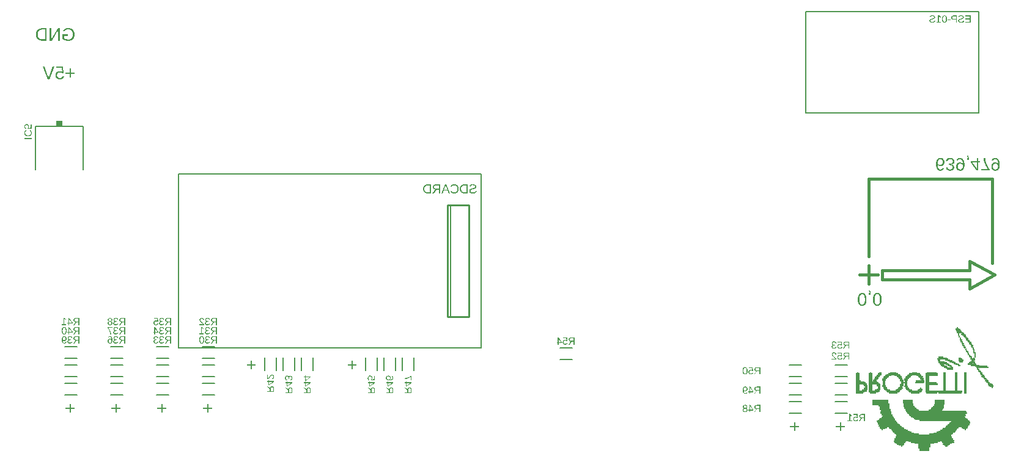
<source format=gbr>
G04 EAGLE Gerber RS-274X export*
G75*
%MOMM*%
%FSLAX34Y34*%
%LPD*%
%INSilkscreen Bottom*%
%IPPOS*%
%AMOC8*
5,1,8,0,0,1.08239X$1,22.5*%
G01*
G04 Define Apertures*
%ADD10C,0.152400*%
%ADD11C,0.406400*%
%ADD12R,0.254000X0.127000*%
%ADD13R,0.508000X0.127000*%
%ADD14R,0.635000X0.127000*%
%ADD15R,0.762000X0.127000*%
%ADD16R,0.889000X0.127000*%
%ADD17R,0.381000X0.127000*%
%ADD18R,1.143000X0.127000*%
%ADD19R,1.524000X0.127000*%
%ADD20R,1.270000X0.127000*%
%ADD21R,1.778000X0.127000*%
%ADD22R,1.016000X0.127000*%
%ADD23R,1.397000X0.127000*%
%ADD24R,1.651000X0.127000*%
%ADD25R,1.905000X0.127000*%
%ADD26R,0.127000X0.127000*%
%ADD27R,5.080000X0.127000*%
%ADD28R,3.302000X0.127000*%
%ADD29R,2.286000X0.127000*%
%ADD30R,2.413000X0.127000*%
%ADD31R,8.255000X0.127000*%
%ADD32R,8.382000X0.127000*%
%ADD33R,8.001000X0.127000*%
%ADD34R,7.874000X0.127000*%
%ADD35R,7.747000X0.127000*%
%ADD36R,7.493000X0.127000*%
%ADD37R,7.366000X0.127000*%
%ADD38R,2.032000X0.127000*%
%ADD39R,7.239000X0.127000*%
%ADD40R,6.858000X0.127000*%
%ADD41R,2.667000X0.127000*%
%ADD42R,2.540000X0.127000*%
%ADD43R,2.794000X0.127000*%
%ADD44R,2.921000X0.127000*%
%ADD45R,3.048000X0.127000*%
%ADD46R,2.159000X0.127000*%
%ADD47R,3.175000X0.127000*%
%ADD48R,7.620000X0.127000*%
%ADD49R,8.128000X0.127000*%
%ADD50R,4.445000X0.127000*%
%ADD51R,3.683000X0.127000*%
%ADD52C,0.254000*%
%ADD53C,0.127000*%
%ADD54C,0.203200*%
%ADD55R,0.863600X0.762000*%
G36*
X1163105Y166615D02*
X1163468Y166642D01*
X1163819Y166686D01*
X1164157Y166747D01*
X1164482Y166826D01*
X1164796Y166922D01*
X1165096Y167036D01*
X1165384Y167168D01*
X1165660Y167317D01*
X1165923Y167484D01*
X1166173Y167668D01*
X1166411Y167870D01*
X1166637Y168089D01*
X1166850Y168326D01*
X1167050Y168580D01*
X1167238Y168852D01*
X1167414Y169141D01*
X1167579Y169447D01*
X1167732Y169770D01*
X1167874Y170109D01*
X1168005Y170466D01*
X1168124Y170839D01*
X1168232Y171229D01*
X1168328Y171637D01*
X1168414Y172061D01*
X1168487Y172502D01*
X1168550Y172959D01*
X1168601Y173434D01*
X1168669Y174434D01*
X1168692Y175501D01*
X1168686Y176034D01*
X1168668Y176552D01*
X1168638Y177053D01*
X1168596Y177538D01*
X1168543Y178008D01*
X1168477Y178461D01*
X1168400Y178898D01*
X1168310Y179319D01*
X1168209Y179725D01*
X1168095Y180114D01*
X1167970Y180487D01*
X1167833Y180845D01*
X1167684Y181186D01*
X1167522Y181511D01*
X1167349Y181820D01*
X1167165Y182114D01*
X1166968Y182390D01*
X1166760Y182648D01*
X1166541Y182889D01*
X1166310Y183112D01*
X1166068Y183317D01*
X1165815Y183504D01*
X1165550Y183673D01*
X1165274Y183825D01*
X1164986Y183959D01*
X1164687Y184075D01*
X1164377Y184173D01*
X1164056Y184253D01*
X1163723Y184315D01*
X1163379Y184360D01*
X1163023Y184386D01*
X1162656Y184395D01*
X1162289Y184386D01*
X1161934Y184360D01*
X1161590Y184316D01*
X1161258Y184254D01*
X1160938Y184174D01*
X1160629Y184076D01*
X1160332Y183961D01*
X1160046Y183828D01*
X1159772Y183677D01*
X1159509Y183509D01*
X1159259Y183323D01*
X1159019Y183119D01*
X1158792Y182897D01*
X1158576Y182658D01*
X1158371Y182401D01*
X1158178Y182126D01*
X1157997Y181834D01*
X1157827Y181526D01*
X1157670Y181201D01*
X1157523Y180861D01*
X1157389Y180504D01*
X1157266Y180130D01*
X1157155Y179741D01*
X1157056Y179335D01*
X1156968Y178913D01*
X1156892Y178474D01*
X1156828Y178019D01*
X1156775Y177548D01*
X1156734Y177061D01*
X1156705Y176557D01*
X1156687Y176037D01*
X1156681Y175501D01*
X1156704Y174423D01*
X1156733Y173910D01*
X1156772Y173414D01*
X1156823Y172936D01*
X1156886Y172475D01*
X1156960Y172032D01*
X1157045Y171606D01*
X1157141Y171198D01*
X1157249Y170807D01*
X1157369Y170433D01*
X1157499Y170077D01*
X1157641Y169738D01*
X1157794Y169417D01*
X1157959Y169114D01*
X1158135Y168827D01*
X1158324Y168558D01*
X1158525Y168307D01*
X1158740Y168073D01*
X1158968Y167856D01*
X1159209Y167656D01*
X1159463Y167474D01*
X1159730Y167309D01*
X1160011Y167162D01*
X1160304Y167032D01*
X1160611Y166919D01*
X1160931Y166824D01*
X1161265Y166745D01*
X1161611Y166685D01*
X1161971Y166641D01*
X1162344Y166615D01*
X1162730Y166607D01*
X1163105Y166615D01*
G37*
G36*
X1184043Y166615D02*
X1184406Y166642D01*
X1184756Y166686D01*
X1185094Y166747D01*
X1185420Y166826D01*
X1185733Y166922D01*
X1186034Y167036D01*
X1186322Y167168D01*
X1186597Y167317D01*
X1186860Y167484D01*
X1187111Y167668D01*
X1187349Y167870D01*
X1187574Y168089D01*
X1187787Y168326D01*
X1187988Y168580D01*
X1188176Y168852D01*
X1188352Y169141D01*
X1188516Y169447D01*
X1188670Y169770D01*
X1188812Y170109D01*
X1188942Y170466D01*
X1189062Y170839D01*
X1189169Y171229D01*
X1189266Y171637D01*
X1189351Y172061D01*
X1189425Y172502D01*
X1189487Y172959D01*
X1189539Y173434D01*
X1189607Y174434D01*
X1189629Y175501D01*
X1189623Y176034D01*
X1189606Y176552D01*
X1189576Y177053D01*
X1189534Y177538D01*
X1189480Y178008D01*
X1189415Y178461D01*
X1189337Y178898D01*
X1189248Y179319D01*
X1189146Y179725D01*
X1189033Y180114D01*
X1188907Y180487D01*
X1188770Y180845D01*
X1188621Y181186D01*
X1188460Y181511D01*
X1188287Y181820D01*
X1188102Y182114D01*
X1187905Y182390D01*
X1187697Y182648D01*
X1187478Y182889D01*
X1187247Y183112D01*
X1187005Y183317D01*
X1186752Y183504D01*
X1186487Y183673D01*
X1186211Y183825D01*
X1185924Y183959D01*
X1185625Y184075D01*
X1185315Y184173D01*
X1184993Y184253D01*
X1184660Y184315D01*
X1184316Y184360D01*
X1183960Y184386D01*
X1183593Y184395D01*
X1183227Y184386D01*
X1182871Y184360D01*
X1182528Y184316D01*
X1182196Y184254D01*
X1181875Y184174D01*
X1181566Y184076D01*
X1181269Y183961D01*
X1180983Y183828D01*
X1180709Y183677D01*
X1180447Y183509D01*
X1180196Y183323D01*
X1179957Y183119D01*
X1179729Y182897D01*
X1179513Y182658D01*
X1179309Y182401D01*
X1179116Y182126D01*
X1178934Y181834D01*
X1178765Y181526D01*
X1178607Y181201D01*
X1178461Y180861D01*
X1178326Y180504D01*
X1178204Y180130D01*
X1178093Y179741D01*
X1177993Y179335D01*
X1177905Y178913D01*
X1177829Y178474D01*
X1177765Y178019D01*
X1177712Y177548D01*
X1177672Y177061D01*
X1177642Y176557D01*
X1177625Y176037D01*
X1177619Y175501D01*
X1177642Y174423D01*
X1177670Y173910D01*
X1177710Y173414D01*
X1177761Y172936D01*
X1177823Y172475D01*
X1177897Y172032D01*
X1177982Y171606D01*
X1178079Y171198D01*
X1178187Y170807D01*
X1178306Y170433D01*
X1178437Y170077D01*
X1178579Y169738D01*
X1178732Y169417D01*
X1178897Y169114D01*
X1179073Y168827D01*
X1179261Y168558D01*
X1179463Y168307D01*
X1179677Y168073D01*
X1179905Y167856D01*
X1180146Y167656D01*
X1180400Y167474D01*
X1180668Y167309D01*
X1180948Y167162D01*
X1181242Y167032D01*
X1181549Y166919D01*
X1181869Y166824D01*
X1182202Y166745D01*
X1182549Y166685D01*
X1182908Y166641D01*
X1183281Y166615D01*
X1183667Y166607D01*
X1184043Y166615D01*
G37*
%LPC*%
G36*
X1162480Y168404D02*
X1162238Y168424D01*
X1162006Y168456D01*
X1161783Y168501D01*
X1161569Y168560D01*
X1161364Y168631D01*
X1160980Y168812D01*
X1160632Y169045D01*
X1160320Y169329D01*
X1160044Y169666D01*
X1159804Y170054D01*
X1159595Y170501D01*
X1159415Y171016D01*
X1159262Y171596D01*
X1159137Y172244D01*
X1159039Y172958D01*
X1158970Y173739D01*
X1158928Y174587D01*
X1158914Y175501D01*
X1158928Y176390D01*
X1158971Y177218D01*
X1159041Y177984D01*
X1159140Y178688D01*
X1159266Y179330D01*
X1159421Y179911D01*
X1159605Y180430D01*
X1159816Y180887D01*
X1160058Y181286D01*
X1160333Y181633D01*
X1160641Y181926D01*
X1160983Y182166D01*
X1161358Y182352D01*
X1161557Y182425D01*
X1161765Y182485D01*
X1161982Y182532D01*
X1162206Y182565D01*
X1162439Y182585D01*
X1162681Y182592D01*
X1162920Y182585D01*
X1163152Y182565D01*
X1163375Y182531D01*
X1163591Y182483D01*
X1163798Y182422D01*
X1163997Y182347D01*
X1164188Y182259D01*
X1164370Y182156D01*
X1164711Y181911D01*
X1165020Y181612D01*
X1165296Y181258D01*
X1165539Y180850D01*
X1165752Y180385D01*
X1165936Y179862D01*
X1166092Y179281D01*
X1166220Y178642D01*
X1166319Y177944D01*
X1166390Y177188D01*
X1166433Y176374D01*
X1166447Y175501D01*
X1166433Y174598D01*
X1166393Y173759D01*
X1166325Y172985D01*
X1166231Y172275D01*
X1166109Y171629D01*
X1165960Y171048D01*
X1165785Y170531D01*
X1165582Y170079D01*
X1165348Y169685D01*
X1165079Y169343D01*
X1164775Y169054D01*
X1164436Y168818D01*
X1164062Y168634D01*
X1163862Y168562D01*
X1163653Y168503D01*
X1163435Y168457D01*
X1163209Y168424D01*
X1162974Y168404D01*
X1162730Y168398D01*
X1162480Y168404D01*
G37*
G36*
X1183417Y168404D02*
X1183176Y168424D01*
X1182944Y168456D01*
X1182721Y168501D01*
X1182506Y168560D01*
X1182301Y168631D01*
X1181917Y168812D01*
X1181570Y169045D01*
X1181258Y169329D01*
X1180981Y169666D01*
X1180741Y170054D01*
X1180533Y170501D01*
X1180352Y171016D01*
X1180199Y171596D01*
X1180074Y172244D01*
X1179977Y172958D01*
X1179907Y173739D01*
X1179866Y174587D01*
X1179852Y175501D01*
X1179866Y176390D01*
X1179908Y177218D01*
X1179979Y177984D01*
X1180077Y178688D01*
X1180204Y179330D01*
X1180359Y179911D01*
X1180542Y180430D01*
X1180753Y180887D01*
X1180995Y181286D01*
X1181271Y181633D01*
X1181579Y181926D01*
X1181920Y182166D01*
X1182295Y182352D01*
X1182495Y182425D01*
X1182703Y182485D01*
X1182919Y182532D01*
X1183144Y182565D01*
X1183377Y182585D01*
X1183618Y182592D01*
X1183858Y182585D01*
X1184089Y182565D01*
X1184313Y182531D01*
X1184528Y182483D01*
X1184735Y182422D01*
X1184934Y182347D01*
X1185125Y182259D01*
X1185308Y182156D01*
X1185649Y181911D01*
X1185957Y181612D01*
X1186233Y181258D01*
X1186476Y180850D01*
X1186689Y180385D01*
X1186874Y179862D01*
X1187030Y179281D01*
X1187157Y178642D01*
X1187257Y177944D01*
X1187328Y177188D01*
X1187370Y176374D01*
X1187384Y175501D01*
X1187371Y174598D01*
X1187330Y173759D01*
X1187263Y172985D01*
X1187168Y172275D01*
X1187046Y171629D01*
X1186898Y171048D01*
X1186722Y170531D01*
X1186519Y170079D01*
X1186286Y169685D01*
X1186017Y169343D01*
X1185713Y169054D01*
X1185374Y168818D01*
X1185000Y168634D01*
X1184800Y168562D01*
X1184591Y168503D01*
X1184373Y168457D01*
X1184146Y168424D01*
X1183911Y168404D01*
X1183667Y168398D01*
X1183417Y168404D01*
G37*
%LPD*%
G36*
X1174392Y183524D02*
X1174377Y184148D01*
X1174334Y184717D01*
X1174261Y185233D01*
X1174159Y185696D01*
X1174026Y186127D01*
X1173861Y186548D01*
X1173664Y186961D01*
X1173435Y187364D01*
X1171926Y187364D01*
X1172196Y186949D01*
X1172431Y186538D01*
X1172629Y186130D01*
X1172791Y185726D01*
X1172917Y185327D01*
X1173007Y184931D01*
X1173061Y184538D01*
X1173079Y184150D01*
X1172000Y184150D01*
X1172000Y181463D01*
X1174392Y181463D01*
X1174392Y183524D01*
G37*
G36*
X1298874Y353940D02*
X1299218Y353965D01*
X1299551Y354007D01*
X1299873Y354065D01*
X1300184Y354140D01*
X1300485Y354232D01*
X1300774Y354340D01*
X1301052Y354465D01*
X1301320Y354607D01*
X1301576Y354766D01*
X1301822Y354941D01*
X1302057Y355132D01*
X1302281Y355341D01*
X1302493Y355566D01*
X1302695Y355808D01*
X1302886Y356066D01*
X1303066Y356342D01*
X1303234Y356634D01*
X1303391Y356942D01*
X1303536Y357268D01*
X1303669Y357610D01*
X1303791Y357969D01*
X1303901Y358345D01*
X1304000Y358738D01*
X1304087Y359147D01*
X1304162Y359573D01*
X1304226Y360016D01*
X1304278Y360476D01*
X1304319Y360952D01*
X1304348Y361446D01*
X1304371Y362483D01*
X1304364Y363031D01*
X1304345Y363564D01*
X1304314Y364080D01*
X1304269Y364580D01*
X1304212Y365065D01*
X1304142Y365533D01*
X1304060Y365985D01*
X1303964Y366421D01*
X1303857Y366840D01*
X1303736Y367244D01*
X1303603Y367632D01*
X1303456Y368003D01*
X1303298Y368359D01*
X1303126Y368698D01*
X1302942Y369021D01*
X1302745Y369328D01*
X1302537Y369618D01*
X1302317Y369889D01*
X1302087Y370141D01*
X1301846Y370375D01*
X1301595Y370590D01*
X1301332Y370786D01*
X1301059Y370963D01*
X1300775Y371122D01*
X1300480Y371262D01*
X1300174Y371384D01*
X1299858Y371487D01*
X1299531Y371571D01*
X1299193Y371636D01*
X1298844Y371683D01*
X1298484Y371711D01*
X1298114Y371720D01*
X1297621Y371707D01*
X1297152Y371667D01*
X1296709Y371600D01*
X1296291Y371507D01*
X1295898Y371387D01*
X1295530Y371241D01*
X1295187Y371068D01*
X1294869Y370868D01*
X1294575Y370638D01*
X1294302Y370376D01*
X1294051Y370081D01*
X1293822Y369753D01*
X1293614Y369392D01*
X1293428Y368999D01*
X1293264Y368573D01*
X1293121Y368114D01*
X1295231Y367782D01*
X1295320Y368044D01*
X1295422Y368288D01*
X1295536Y368516D01*
X1295662Y368727D01*
X1295801Y368921D01*
X1295952Y369098D01*
X1296116Y369258D01*
X1296292Y369402D01*
X1296481Y369528D01*
X1296682Y369638D01*
X1296896Y369731D01*
X1297122Y369807D01*
X1297360Y369866D01*
X1297612Y369908D01*
X1297875Y369933D01*
X1298151Y369942D01*
X1298385Y369935D01*
X1298613Y369914D01*
X1298834Y369879D01*
X1299048Y369831D01*
X1299256Y369769D01*
X1299456Y369693D01*
X1299838Y369500D01*
X1300192Y369251D01*
X1300520Y368948D01*
X1300821Y368589D01*
X1301095Y368175D01*
X1301340Y367710D01*
X1301555Y367197D01*
X1301738Y366638D01*
X1301890Y366031D01*
X1302011Y365377D01*
X1302100Y364676D01*
X1302159Y363928D01*
X1302187Y363133D01*
X1302054Y363402D01*
X1301898Y363658D01*
X1301721Y363900D01*
X1301522Y364128D01*
X1301301Y364343D01*
X1301058Y364544D01*
X1300793Y364732D01*
X1300506Y364905D01*
X1300205Y365062D01*
X1299897Y365198D01*
X1299581Y365313D01*
X1299258Y365407D01*
X1298928Y365480D01*
X1298590Y365532D01*
X1298245Y365564D01*
X1297893Y365574D01*
X1297606Y365568D01*
X1297325Y365549D01*
X1297052Y365518D01*
X1296786Y365474D01*
X1296276Y365350D01*
X1295795Y365175D01*
X1295344Y364951D01*
X1294921Y364677D01*
X1294528Y364353D01*
X1294164Y363979D01*
X1293836Y363564D01*
X1293552Y363117D01*
X1293312Y362636D01*
X1293115Y362124D01*
X1292962Y361578D01*
X1292853Y361000D01*
X1292787Y360390D01*
X1292765Y359747D01*
X1292771Y359412D01*
X1292789Y359087D01*
X1292860Y358464D01*
X1292979Y357876D01*
X1293146Y357325D01*
X1293359Y356811D01*
X1293621Y356332D01*
X1293930Y355890D01*
X1294286Y355484D01*
X1294685Y355120D01*
X1295121Y354805D01*
X1295595Y354538D01*
X1296105Y354320D01*
X1296653Y354150D01*
X1297238Y354029D01*
X1297544Y353986D01*
X1297860Y353956D01*
X1298185Y353938D01*
X1298519Y353932D01*
X1298874Y353940D01*
G37*
G36*
X1347749Y353940D02*
X1348093Y353965D01*
X1348426Y354007D01*
X1348748Y354065D01*
X1349059Y354140D01*
X1349360Y354232D01*
X1349649Y354340D01*
X1349927Y354465D01*
X1350195Y354607D01*
X1350451Y354766D01*
X1350697Y354941D01*
X1350932Y355132D01*
X1351156Y355341D01*
X1351368Y355566D01*
X1351570Y355808D01*
X1351761Y356066D01*
X1351941Y356342D01*
X1352109Y356634D01*
X1352266Y356942D01*
X1352411Y357268D01*
X1352544Y357610D01*
X1352666Y357969D01*
X1352776Y358345D01*
X1352875Y358738D01*
X1352962Y359147D01*
X1353037Y359573D01*
X1353101Y360016D01*
X1353153Y360476D01*
X1353194Y360952D01*
X1353223Y361446D01*
X1353246Y362483D01*
X1353239Y363031D01*
X1353220Y363564D01*
X1353189Y364080D01*
X1353144Y364580D01*
X1353087Y365065D01*
X1353017Y365533D01*
X1352935Y365985D01*
X1352839Y366421D01*
X1352732Y366840D01*
X1352611Y367244D01*
X1352478Y367632D01*
X1352331Y368003D01*
X1352173Y368359D01*
X1352001Y368698D01*
X1351817Y369021D01*
X1351620Y369328D01*
X1351412Y369618D01*
X1351192Y369889D01*
X1350962Y370141D01*
X1350721Y370375D01*
X1350470Y370590D01*
X1350207Y370786D01*
X1349934Y370963D01*
X1349650Y371122D01*
X1349355Y371262D01*
X1349049Y371384D01*
X1348733Y371487D01*
X1348406Y371571D01*
X1348068Y371636D01*
X1347719Y371683D01*
X1347359Y371711D01*
X1346989Y371720D01*
X1346496Y371707D01*
X1346027Y371667D01*
X1345584Y371600D01*
X1345166Y371507D01*
X1344773Y371387D01*
X1344405Y371241D01*
X1344062Y371068D01*
X1343744Y370868D01*
X1343450Y370638D01*
X1343177Y370376D01*
X1342926Y370081D01*
X1342697Y369753D01*
X1342489Y369392D01*
X1342303Y368999D01*
X1342139Y368573D01*
X1341996Y368114D01*
X1344106Y367782D01*
X1344195Y368044D01*
X1344297Y368288D01*
X1344411Y368516D01*
X1344537Y368727D01*
X1344676Y368921D01*
X1344827Y369098D01*
X1344991Y369258D01*
X1345167Y369402D01*
X1345356Y369528D01*
X1345557Y369638D01*
X1345771Y369731D01*
X1345997Y369807D01*
X1346235Y369866D01*
X1346487Y369908D01*
X1346750Y369933D01*
X1347026Y369942D01*
X1347260Y369935D01*
X1347488Y369914D01*
X1347709Y369879D01*
X1347923Y369831D01*
X1348131Y369769D01*
X1348331Y369693D01*
X1348713Y369500D01*
X1349067Y369251D01*
X1349395Y368948D01*
X1349696Y368589D01*
X1349970Y368175D01*
X1350215Y367710D01*
X1350430Y367197D01*
X1350613Y366638D01*
X1350765Y366031D01*
X1350886Y365377D01*
X1350975Y364676D01*
X1351034Y363928D01*
X1351062Y363133D01*
X1350929Y363402D01*
X1350773Y363658D01*
X1350596Y363900D01*
X1350397Y364128D01*
X1350176Y364343D01*
X1349933Y364544D01*
X1349668Y364732D01*
X1349381Y364905D01*
X1349080Y365062D01*
X1348772Y365198D01*
X1348456Y365313D01*
X1348133Y365407D01*
X1347803Y365480D01*
X1347465Y365532D01*
X1347120Y365564D01*
X1346768Y365574D01*
X1346481Y365568D01*
X1346200Y365549D01*
X1345927Y365518D01*
X1345661Y365474D01*
X1345151Y365350D01*
X1344670Y365175D01*
X1344219Y364951D01*
X1343796Y364677D01*
X1343403Y364353D01*
X1343039Y363979D01*
X1342711Y363564D01*
X1342427Y363117D01*
X1342187Y362636D01*
X1341990Y362124D01*
X1341837Y361578D01*
X1341728Y361000D01*
X1341662Y360390D01*
X1341640Y359747D01*
X1341646Y359412D01*
X1341664Y359087D01*
X1341735Y358464D01*
X1341854Y357876D01*
X1342021Y357325D01*
X1342234Y356811D01*
X1342496Y356332D01*
X1342805Y355890D01*
X1343161Y355484D01*
X1343560Y355120D01*
X1343996Y354805D01*
X1344470Y354538D01*
X1344980Y354320D01*
X1345528Y354150D01*
X1346113Y354029D01*
X1346419Y353986D01*
X1346735Y353956D01*
X1347060Y353938D01*
X1347394Y353932D01*
X1347749Y353940D01*
G37*
G36*
X1271587Y353945D02*
X1272042Y353987D01*
X1272475Y354055D01*
X1272885Y354152D01*
X1273272Y354276D01*
X1273637Y354427D01*
X1273979Y354606D01*
X1274299Y354812D01*
X1274596Y355046D01*
X1274870Y355307D01*
X1275122Y355596D01*
X1275351Y355912D01*
X1275557Y356256D01*
X1275741Y356627D01*
X1275902Y357026D01*
X1276041Y357453D01*
X1273931Y357833D01*
X1273843Y357577D01*
X1273744Y357338D01*
X1273632Y357116D01*
X1273509Y356910D01*
X1273373Y356720D01*
X1273226Y356547D01*
X1273066Y356390D01*
X1272894Y356250D01*
X1272710Y356127D01*
X1272514Y356020D01*
X1272306Y355929D01*
X1272086Y355855D01*
X1271854Y355797D01*
X1271609Y355756D01*
X1271353Y355731D01*
X1271084Y355723D01*
X1270852Y355730D01*
X1270625Y355750D01*
X1270406Y355785D01*
X1270193Y355833D01*
X1269987Y355895D01*
X1269787Y355970D01*
X1269408Y356163D01*
X1269056Y356411D01*
X1268730Y356713D01*
X1268431Y357071D01*
X1268159Y357483D01*
X1267916Y357948D01*
X1267705Y358462D01*
X1267527Y359025D01*
X1267381Y359638D01*
X1267268Y360300D01*
X1267187Y361011D01*
X1267138Y361771D01*
X1267122Y362581D01*
X1267280Y362310D01*
X1267453Y362056D01*
X1267642Y361818D01*
X1267846Y361598D01*
X1268065Y361394D01*
X1268300Y361206D01*
X1268550Y361036D01*
X1268815Y360882D01*
X1269093Y360745D01*
X1269381Y360627D01*
X1269679Y360526D01*
X1269986Y360445D01*
X1270304Y360381D01*
X1270632Y360335D01*
X1270970Y360308D01*
X1271318Y360299D01*
X1271900Y360322D01*
X1272452Y360392D01*
X1272973Y360509D01*
X1273463Y360673D01*
X1273922Y360883D01*
X1274350Y361141D01*
X1274748Y361445D01*
X1275115Y361796D01*
X1275444Y362186D01*
X1275729Y362608D01*
X1275970Y363063D01*
X1276168Y363550D01*
X1276322Y364069D01*
X1276431Y364620D01*
X1276497Y365204D01*
X1276519Y365819D01*
X1276496Y366485D01*
X1276426Y367115D01*
X1276310Y367709D01*
X1276148Y368267D01*
X1275939Y368789D01*
X1275684Y369274D01*
X1275383Y369724D01*
X1275035Y370138D01*
X1274646Y370509D01*
X1274222Y370830D01*
X1273763Y371102D01*
X1273268Y371325D01*
X1272738Y371498D01*
X1272460Y371566D01*
X1272173Y371621D01*
X1271877Y371665D01*
X1271573Y371696D01*
X1271259Y371714D01*
X1270937Y371720D01*
X1270578Y371712D01*
X1270229Y371686D01*
X1269891Y371644D01*
X1269563Y371585D01*
X1269247Y371508D01*
X1268941Y371415D01*
X1268645Y371305D01*
X1268361Y371178D01*
X1268087Y371033D01*
X1267824Y370872D01*
X1267572Y370694D01*
X1267330Y370499D01*
X1267100Y370287D01*
X1266880Y370058D01*
X1266670Y369812D01*
X1266472Y369549D01*
X1266284Y369270D01*
X1266109Y368975D01*
X1265946Y368665D01*
X1265795Y368340D01*
X1265656Y367999D01*
X1265530Y367643D01*
X1265415Y367271D01*
X1265312Y366884D01*
X1265222Y366481D01*
X1265143Y366063D01*
X1265077Y365630D01*
X1265022Y365181D01*
X1264980Y364716D01*
X1264950Y364237D01*
X1264932Y363742D01*
X1264926Y363231D01*
X1264932Y362678D01*
X1264951Y362141D01*
X1264982Y361620D01*
X1265026Y361116D01*
X1265083Y360628D01*
X1265152Y360157D01*
X1265233Y359701D01*
X1265328Y359262D01*
X1265434Y358839D01*
X1265554Y358433D01*
X1265685Y358043D01*
X1265830Y357669D01*
X1265987Y357311D01*
X1266156Y356970D01*
X1266338Y356645D01*
X1266533Y356336D01*
X1266739Y356045D01*
X1266956Y355773D01*
X1267184Y355519D01*
X1267422Y355284D01*
X1267670Y355068D01*
X1267930Y354871D01*
X1268200Y354693D01*
X1268481Y354533D01*
X1268772Y354392D01*
X1269074Y354270D01*
X1269386Y354167D01*
X1269710Y354082D01*
X1270044Y354016D01*
X1270388Y353969D01*
X1270743Y353941D01*
X1271109Y353932D01*
X1271587Y353945D01*
G37*
G36*
X1323333Y365819D02*
X1325762Y365819D01*
X1325762Y367562D01*
X1323333Y367562D01*
X1323333Y371475D01*
X1321248Y371475D01*
X1321248Y367562D01*
X1313102Y367562D01*
X1313102Y365844D01*
X1321015Y354189D01*
X1323333Y354189D01*
X1323333Y365819D01*
G37*
G36*
X1285158Y353951D02*
X1285754Y354007D01*
X1286313Y354102D01*
X1286837Y354234D01*
X1287324Y354404D01*
X1287775Y354611D01*
X1288190Y354857D01*
X1288568Y355140D01*
X1288906Y355457D01*
X1289199Y355804D01*
X1289446Y356180D01*
X1289649Y356586D01*
X1289807Y357022D01*
X1289919Y357488D01*
X1289987Y357983D01*
X1290009Y358508D01*
X1289995Y358912D01*
X1289952Y359297D01*
X1289879Y359663D01*
X1289778Y360009D01*
X1289648Y360336D01*
X1289488Y360643D01*
X1289300Y360932D01*
X1289083Y361201D01*
X1288839Y361449D01*
X1288568Y361677D01*
X1288270Y361884D01*
X1287947Y362070D01*
X1287597Y362235D01*
X1287221Y362379D01*
X1286819Y362503D01*
X1286390Y362605D01*
X1286390Y362654D01*
X1286862Y362720D01*
X1287306Y362814D01*
X1287723Y362935D01*
X1288114Y363084D01*
X1288478Y363260D01*
X1288815Y363464D01*
X1289125Y363696D01*
X1289408Y363955D01*
X1289661Y364236D01*
X1289881Y364536D01*
X1290066Y364853D01*
X1290218Y365188D01*
X1290336Y365540D01*
X1290420Y365910D01*
X1290471Y366298D01*
X1290488Y366703D01*
X1290482Y366998D01*
X1290464Y367284D01*
X1290393Y367831D01*
X1290274Y368345D01*
X1290108Y368825D01*
X1289894Y369271D01*
X1289632Y369684D01*
X1289323Y370063D01*
X1288967Y370408D01*
X1288566Y370715D01*
X1288125Y370982D01*
X1287643Y371208D01*
X1287120Y371392D01*
X1286557Y371536D01*
X1285953Y371638D01*
X1285309Y371700D01*
X1284624Y371720D01*
X1283984Y371702D01*
X1283377Y371646D01*
X1282804Y371554D01*
X1282264Y371424D01*
X1281757Y371258D01*
X1281283Y371054D01*
X1280842Y370814D01*
X1280434Y370537D01*
X1280063Y370223D01*
X1279732Y369874D01*
X1279440Y369489D01*
X1279188Y369069D01*
X1278975Y368613D01*
X1278802Y368122D01*
X1278669Y367596D01*
X1278576Y367034D01*
X1280858Y366825D01*
X1280924Y367197D01*
X1281013Y367544D01*
X1281124Y367868D01*
X1281259Y368167D01*
X1281415Y368443D01*
X1281594Y368694D01*
X1281796Y368922D01*
X1282020Y369126D01*
X1282267Y369305D01*
X1282536Y369461D01*
X1282827Y369593D01*
X1283142Y369701D01*
X1283478Y369785D01*
X1283838Y369845D01*
X1284219Y369880D01*
X1284624Y369892D01*
X1285030Y369880D01*
X1285413Y369841D01*
X1285774Y369777D01*
X1286113Y369687D01*
X1286429Y369571D01*
X1286723Y369430D01*
X1286994Y369263D01*
X1287243Y369070D01*
X1287466Y368853D01*
X1287659Y368610D01*
X1287822Y368342D01*
X1287956Y368049D01*
X1288060Y367732D01*
X1288134Y367389D01*
X1288179Y367022D01*
X1288194Y366629D01*
X1288177Y366286D01*
X1288126Y365962D01*
X1288041Y365658D01*
X1287922Y365373D01*
X1287770Y365108D01*
X1287583Y364861D01*
X1287363Y364635D01*
X1287108Y364427D01*
X1286822Y364242D01*
X1286505Y364081D01*
X1286158Y363945D01*
X1285782Y363834D01*
X1285375Y363747D01*
X1284938Y363685D01*
X1284471Y363648D01*
X1283974Y363636D01*
X1282722Y363636D01*
X1282722Y361722D01*
X1283925Y361722D01*
X1284366Y361710D01*
X1284781Y361672D01*
X1285172Y361611D01*
X1285536Y361524D01*
X1285875Y361413D01*
X1286189Y361277D01*
X1286477Y361116D01*
X1286740Y360931D01*
X1286974Y360723D01*
X1287177Y360497D01*
X1287349Y360252D01*
X1287490Y359988D01*
X1287599Y359704D01*
X1287677Y359402D01*
X1287724Y359081D01*
X1287740Y358741D01*
X1287727Y358403D01*
X1287689Y358084D01*
X1287625Y357783D01*
X1287536Y357500D01*
X1287421Y357236D01*
X1287281Y356989D01*
X1287115Y356761D01*
X1286924Y356551D01*
X1286708Y356363D01*
X1286467Y356199D01*
X1286201Y356061D01*
X1285910Y355948D01*
X1285595Y355860D01*
X1285255Y355798D01*
X1284891Y355760D01*
X1284501Y355747D01*
X1284145Y355759D01*
X1283806Y355794D01*
X1283485Y355853D01*
X1283181Y355934D01*
X1282894Y356040D01*
X1282625Y356168D01*
X1282374Y356320D01*
X1282140Y356496D01*
X1281926Y356692D01*
X1281736Y356908D01*
X1281569Y357143D01*
X1281426Y357397D01*
X1281307Y357671D01*
X1281211Y357963D01*
X1281139Y358275D01*
X1281091Y358606D01*
X1278870Y358434D01*
X1278951Y357918D01*
X1279072Y357431D01*
X1279233Y356973D01*
X1279433Y356545D01*
X1279673Y356145D01*
X1279952Y355775D01*
X1280272Y355434D01*
X1280631Y355122D01*
X1281023Y354843D01*
X1281442Y354601D01*
X1281889Y354397D01*
X1282362Y354229D01*
X1282862Y354099D01*
X1283390Y354006D01*
X1283944Y353950D01*
X1284526Y353932D01*
X1285158Y353951D01*
G37*
G36*
X1339203Y355980D02*
X1337976Y357895D01*
X1336943Y359590D01*
X1336105Y361066D01*
X1335759Y361722D01*
X1335462Y362323D01*
X1334950Y363466D01*
X1334720Y364035D01*
X1334506Y364602D01*
X1334310Y365167D01*
X1334131Y365730D01*
X1333969Y366291D01*
X1333824Y366850D01*
X1333696Y367411D01*
X1333585Y367976D01*
X1333491Y368547D01*
X1333414Y369123D01*
X1333355Y369703D01*
X1333312Y370289D01*
X1333287Y370879D01*
X1333278Y371475D01*
X1330972Y371475D01*
X1330994Y370641D01*
X1331059Y369797D01*
X1331169Y368942D01*
X1331323Y368075D01*
X1331520Y367198D01*
X1331762Y366310D01*
X1332047Y365411D01*
X1332376Y364501D01*
X1332757Y363568D01*
X1333196Y362600D01*
X1333695Y361598D01*
X1334252Y360561D01*
X1334868Y359489D01*
X1335543Y358383D01*
X1336276Y357242D01*
X1337069Y356066D01*
X1327782Y356066D01*
X1327782Y354189D01*
X1339203Y354189D01*
X1339203Y355980D01*
G37*
%LPC*%
G36*
X1298057Y355740D02*
X1297690Y355791D01*
X1297344Y355876D01*
X1297019Y355994D01*
X1296715Y356147D01*
X1296433Y356334D01*
X1296171Y356554D01*
X1295930Y356809D01*
X1295715Y357092D01*
X1295528Y357399D01*
X1295370Y357731D01*
X1295240Y358086D01*
X1295140Y358465D01*
X1295068Y358868D01*
X1295025Y359296D01*
X1295010Y359747D01*
X1295025Y360207D01*
X1295068Y360642D01*
X1295140Y361052D01*
X1295240Y361438D01*
X1295370Y361799D01*
X1295528Y362136D01*
X1295715Y362447D01*
X1295930Y362734D01*
X1296171Y362991D01*
X1296431Y363214D01*
X1296712Y363403D01*
X1297013Y363558D01*
X1297335Y363678D01*
X1297676Y363763D01*
X1298038Y363815D01*
X1298421Y363832D01*
X1298658Y363825D01*
X1298891Y363805D01*
X1299120Y363771D01*
X1299344Y363723D01*
X1299780Y363587D01*
X1300200Y363397D01*
X1300589Y363156D01*
X1300934Y362871D01*
X1301236Y362540D01*
X1301494Y362164D01*
X1301605Y361961D01*
X1301701Y361751D01*
X1301782Y361534D01*
X1301848Y361311D01*
X1301900Y361081D01*
X1301937Y360843D01*
X1301959Y360599D01*
X1301966Y360348D01*
X1301951Y359839D01*
X1301906Y359356D01*
X1301832Y358898D01*
X1301727Y358466D01*
X1301592Y358060D01*
X1301428Y357678D01*
X1301234Y357323D01*
X1301009Y356993D01*
X1300760Y356695D01*
X1300490Y356437D01*
X1300200Y356219D01*
X1299890Y356040D01*
X1299559Y355901D01*
X1299208Y355802D01*
X1298837Y355743D01*
X1298445Y355723D01*
X1298057Y355740D01*
G37*
G36*
X1346932Y355740D02*
X1346565Y355791D01*
X1346219Y355876D01*
X1345894Y355994D01*
X1345590Y356147D01*
X1345308Y356334D01*
X1345046Y356554D01*
X1344805Y356809D01*
X1344590Y357092D01*
X1344403Y357399D01*
X1344245Y357731D01*
X1344115Y358086D01*
X1344015Y358465D01*
X1343943Y358868D01*
X1343900Y359296D01*
X1343885Y359747D01*
X1343900Y360207D01*
X1343943Y360642D01*
X1344015Y361052D01*
X1344115Y361438D01*
X1344245Y361799D01*
X1344403Y362136D01*
X1344590Y362447D01*
X1344805Y362734D01*
X1345046Y362991D01*
X1345306Y363214D01*
X1345587Y363403D01*
X1345888Y363558D01*
X1346210Y363678D01*
X1346551Y363763D01*
X1346913Y363815D01*
X1347296Y363832D01*
X1347533Y363825D01*
X1347766Y363805D01*
X1347995Y363771D01*
X1348219Y363723D01*
X1348655Y363587D01*
X1349075Y363397D01*
X1349464Y363156D01*
X1349809Y362871D01*
X1350111Y362540D01*
X1350369Y362164D01*
X1350480Y361961D01*
X1350576Y361751D01*
X1350657Y361534D01*
X1350723Y361311D01*
X1350775Y361081D01*
X1350812Y360843D01*
X1350834Y360599D01*
X1350841Y360348D01*
X1350826Y359839D01*
X1350781Y359356D01*
X1350707Y358898D01*
X1350602Y358466D01*
X1350467Y358060D01*
X1350303Y357678D01*
X1350109Y357323D01*
X1349884Y356993D01*
X1349635Y356695D01*
X1349365Y356437D01*
X1349075Y356219D01*
X1348765Y356040D01*
X1348434Y355901D01*
X1348083Y355802D01*
X1347712Y355743D01*
X1347320Y355723D01*
X1346932Y355740D01*
G37*
G36*
X1270413Y362018D02*
X1270054Y362060D01*
X1269714Y362131D01*
X1269393Y362230D01*
X1269090Y362356D01*
X1268806Y362511D01*
X1268540Y362694D01*
X1268293Y362906D01*
X1268071Y363142D01*
X1267877Y363399D01*
X1267714Y363678D01*
X1267580Y363978D01*
X1267476Y364299D01*
X1267402Y364641D01*
X1267358Y365005D01*
X1267343Y365390D01*
X1267358Y365879D01*
X1267404Y366345D01*
X1267482Y366788D01*
X1267590Y367209D01*
X1267728Y367607D01*
X1267898Y367982D01*
X1268099Y368335D01*
X1268330Y368666D01*
X1268586Y368965D01*
X1268859Y369224D01*
X1269149Y369443D01*
X1269457Y369623D01*
X1269783Y369762D01*
X1270126Y369862D01*
X1270486Y369922D01*
X1270864Y369942D01*
X1271252Y369925D01*
X1271618Y369874D01*
X1271963Y369791D01*
X1272287Y369673D01*
X1272589Y369522D01*
X1272869Y369338D01*
X1273129Y369120D01*
X1273366Y368868D01*
X1273579Y368587D01*
X1273763Y368281D01*
X1273920Y367950D01*
X1274047Y367594D01*
X1274146Y367212D01*
X1274217Y366806D01*
X1274260Y366374D01*
X1274274Y365918D01*
X1274260Y365462D01*
X1274217Y365033D01*
X1274145Y364631D01*
X1274044Y364255D01*
X1273915Y363907D01*
X1273757Y363585D01*
X1273570Y363290D01*
X1273354Y363022D01*
X1273113Y362784D01*
X1272849Y362577D01*
X1272562Y362402D01*
X1272253Y362259D01*
X1271921Y362147D01*
X1271567Y362068D01*
X1271190Y362020D01*
X1270790Y362004D01*
X1270413Y362018D01*
G37*
G36*
X1320904Y357330D02*
X1320625Y357821D01*
X1320426Y358140D01*
X1315997Y364666D01*
X1315334Y365574D01*
X1315138Y365819D01*
X1321248Y365819D01*
X1321248Y356680D01*
X1320904Y357330D01*
G37*
%LPD*%
G36*
X1310279Y370849D02*
X1310265Y371473D01*
X1310221Y372042D01*
X1310148Y372558D01*
X1310046Y373021D01*
X1309914Y373452D01*
X1309749Y373873D01*
X1309552Y374286D01*
X1309323Y374689D01*
X1307814Y374689D01*
X1308084Y374274D01*
X1308318Y373863D01*
X1308516Y373455D01*
X1308678Y373051D01*
X1308805Y372652D01*
X1308895Y372256D01*
X1308949Y371863D01*
X1308967Y371475D01*
X1307887Y371475D01*
X1307887Y368788D01*
X1310279Y368788D01*
X1310279Y370849D01*
G37*
G36*
X33276Y551638D02*
X27560Y551638D01*
X27018Y551630D01*
X26493Y551604D01*
X25983Y551561D01*
X25489Y551501D01*
X25010Y551423D01*
X24548Y551329D01*
X24101Y551217D01*
X23669Y551088D01*
X23253Y550941D01*
X22853Y550778D01*
X22469Y550597D01*
X22100Y550400D01*
X21747Y550184D01*
X21409Y549952D01*
X21088Y549703D01*
X20781Y549436D01*
X20493Y549154D01*
X20222Y548857D01*
X19971Y548545D01*
X19738Y548219D01*
X19523Y547878D01*
X19327Y547523D01*
X19150Y547153D01*
X18992Y546769D01*
X18852Y546371D01*
X18731Y545957D01*
X18628Y545530D01*
X18544Y545087D01*
X18479Y544631D01*
X18433Y544159D01*
X18405Y543674D01*
X18395Y543173D01*
X18412Y542515D01*
X18461Y541878D01*
X18542Y541261D01*
X18656Y540666D01*
X18803Y540091D01*
X18982Y539538D01*
X19194Y539005D01*
X19438Y538493D01*
X19712Y538006D01*
X20014Y537549D01*
X20343Y537121D01*
X20699Y536722D01*
X21082Y536352D01*
X21492Y536012D01*
X21930Y535701D01*
X22395Y535420D01*
X22882Y535170D01*
X23388Y534953D01*
X23913Y534769D01*
X24456Y534619D01*
X25017Y534503D01*
X25597Y534419D01*
X26195Y534369D01*
X26811Y534353D01*
X33276Y534353D01*
X33276Y551638D01*
G37*
%LPC*%
G36*
X27081Y536230D02*
X26613Y536243D01*
X26159Y536282D01*
X25720Y536347D01*
X25295Y536438D01*
X24884Y536555D01*
X24488Y536699D01*
X24106Y536868D01*
X23738Y537064D01*
X23388Y537284D01*
X23059Y537527D01*
X22751Y537793D01*
X22464Y538082D01*
X22197Y538394D01*
X21952Y538729D01*
X21727Y539087D01*
X21524Y539468D01*
X21343Y539870D01*
X21186Y540289D01*
X21053Y540725D01*
X20944Y541180D01*
X20859Y541652D01*
X20799Y542141D01*
X20763Y542648D01*
X20751Y543173D01*
X20758Y543569D01*
X20778Y543953D01*
X20813Y544325D01*
X20861Y544685D01*
X20923Y545033D01*
X20998Y545369D01*
X21088Y545693D01*
X21191Y546006D01*
X21308Y546306D01*
X21438Y546594D01*
X21583Y546871D01*
X21741Y547135D01*
X21913Y547388D01*
X22099Y547629D01*
X22298Y547858D01*
X22511Y548074D01*
X22737Y548279D01*
X22976Y548470D01*
X23227Y548648D01*
X23490Y548812D01*
X23766Y548964D01*
X24053Y549102D01*
X24353Y549227D01*
X24666Y549339D01*
X24991Y549438D01*
X25328Y549524D01*
X25677Y549596D01*
X26039Y549656D01*
X26413Y549702D01*
X26799Y549735D01*
X27198Y549755D01*
X27609Y549761D01*
X30933Y549761D01*
X30933Y536230D01*
X27081Y536230D01*
G37*
%LPD*%
G36*
X49470Y549074D02*
X49409Y547884D01*
X49347Y545835D01*
X49347Y534353D01*
X51433Y534353D01*
X51433Y551638D01*
X48709Y551638D01*
X39361Y536818D01*
X39471Y538892D01*
X39499Y539680D01*
X39508Y540303D01*
X39508Y551638D01*
X37398Y551638D01*
X37398Y534353D01*
X40220Y534353D01*
X49470Y549074D01*
G37*
G36*
X63717Y534124D02*
X64360Y534175D01*
X64979Y534259D01*
X65575Y534377D01*
X66148Y534529D01*
X66697Y534714D01*
X67223Y534934D01*
X67725Y535187D01*
X68201Y535471D01*
X68649Y535786D01*
X69067Y536130D01*
X69457Y536504D01*
X69817Y536908D01*
X70149Y537341D01*
X70451Y537804D01*
X70725Y538297D01*
X70968Y538815D01*
X71178Y539357D01*
X71356Y539920D01*
X71502Y540506D01*
X71616Y541115D01*
X71697Y541746D01*
X71745Y542399D01*
X71761Y543075D01*
X71753Y543594D01*
X71726Y544097D01*
X71682Y544586D01*
X71620Y545060D01*
X71541Y545519D01*
X71444Y545964D01*
X71329Y546393D01*
X71197Y546808D01*
X71047Y547207D01*
X70880Y547592D01*
X70694Y547962D01*
X70492Y548317D01*
X70271Y548658D01*
X70033Y548983D01*
X69777Y549294D01*
X69504Y549589D01*
X69215Y549869D01*
X68911Y550130D01*
X68593Y550373D01*
X68261Y550598D01*
X67915Y550806D01*
X67554Y550995D01*
X67179Y551166D01*
X66790Y551319D01*
X66386Y551454D01*
X65968Y551571D01*
X65536Y551671D01*
X65090Y551752D01*
X64629Y551815D01*
X64154Y551860D01*
X63665Y551887D01*
X63162Y551896D01*
X62461Y551881D01*
X61794Y551835D01*
X61160Y551760D01*
X60561Y551654D01*
X59995Y551517D01*
X59463Y551351D01*
X58964Y551154D01*
X58500Y550927D01*
X58065Y550666D01*
X57655Y550369D01*
X57272Y550036D01*
X56914Y549666D01*
X56582Y549260D01*
X56275Y548817D01*
X55994Y548338D01*
X55739Y547823D01*
X57972Y547160D01*
X58165Y547516D01*
X58375Y547847D01*
X58603Y548152D01*
X58848Y548433D01*
X59110Y548689D01*
X59390Y548920D01*
X59688Y549126D01*
X60002Y549307D01*
X60336Y549465D01*
X60689Y549602D01*
X61062Y549718D01*
X61455Y549813D01*
X61867Y549887D01*
X62299Y549940D01*
X62751Y549971D01*
X63223Y549982D01*
X63592Y549975D01*
X63949Y549954D01*
X64296Y549918D01*
X64631Y549869D01*
X64956Y549805D01*
X65270Y549728D01*
X65572Y549636D01*
X65864Y549530D01*
X66144Y549409D01*
X66414Y549275D01*
X66672Y549127D01*
X66919Y548964D01*
X67156Y548787D01*
X67381Y548597D01*
X67596Y548392D01*
X67799Y548172D01*
X67990Y547941D01*
X68170Y547697D01*
X68337Y547442D01*
X68491Y547175D01*
X68633Y546897D01*
X68763Y546607D01*
X68881Y546306D01*
X68986Y545993D01*
X69078Y545669D01*
X69159Y545333D01*
X69227Y544986D01*
X69283Y544627D01*
X69326Y544256D01*
X69357Y543874D01*
X69375Y543480D01*
X69381Y543075D01*
X69375Y542671D01*
X69355Y542278D01*
X69322Y541895D01*
X69276Y541524D01*
X69217Y541163D01*
X69145Y540812D01*
X69060Y540473D01*
X68961Y540145D01*
X68850Y539827D01*
X68725Y539520D01*
X68587Y539224D01*
X68436Y538938D01*
X68272Y538663D01*
X68095Y538400D01*
X67904Y538146D01*
X67701Y537904D01*
X67486Y537675D01*
X67260Y537460D01*
X67025Y537260D01*
X66780Y537075D01*
X66524Y536905D01*
X66259Y536749D01*
X65983Y536608D01*
X65698Y536483D01*
X65402Y536371D01*
X65097Y536275D01*
X64781Y536194D01*
X64455Y536127D01*
X64119Y536075D01*
X63773Y536038D01*
X63417Y536016D01*
X63051Y536009D01*
X62631Y536017D01*
X62219Y536041D01*
X61813Y536081D01*
X61415Y536138D01*
X61024Y536210D01*
X60639Y536299D01*
X60262Y536403D01*
X59892Y536524D01*
X59534Y536659D01*
X59194Y536805D01*
X58871Y536962D01*
X58566Y537131D01*
X58278Y537312D01*
X58007Y537504D01*
X57754Y537707D01*
X57518Y537923D01*
X57518Y541039D01*
X62683Y541039D01*
X62683Y543001D01*
X55359Y543001D01*
X55359Y537039D01*
X55712Y536699D01*
X56085Y536379D01*
X56477Y536079D01*
X56888Y535799D01*
X57319Y535538D01*
X57769Y535297D01*
X58238Y535075D01*
X58727Y534874D01*
X59230Y534694D01*
X59744Y534538D01*
X60269Y534407D01*
X60805Y534299D01*
X61350Y534215D01*
X61907Y534155D01*
X62474Y534119D01*
X63051Y534107D01*
X63717Y534124D01*
G37*
G36*
X52143Y480784D02*
X52703Y480833D01*
X53235Y480916D01*
X53737Y481031D01*
X54210Y481179D01*
X54654Y481361D01*
X55069Y481575D01*
X55455Y481822D01*
X55809Y482101D01*
X56129Y482409D01*
X56414Y482746D01*
X56666Y483113D01*
X56884Y483510D01*
X57067Y483936D01*
X57216Y484392D01*
X57332Y484877D01*
X55099Y485135D01*
X55003Y484824D01*
X54890Y484534D01*
X54759Y484263D01*
X54612Y484013D01*
X54447Y483782D01*
X54265Y483572D01*
X54067Y483382D01*
X53850Y483212D01*
X53617Y483061D01*
X53367Y482931D01*
X53099Y482821D01*
X52815Y482731D01*
X52513Y482661D01*
X52194Y482611D01*
X51858Y482581D01*
X51504Y482571D01*
X51072Y482587D01*
X50663Y482638D01*
X50279Y482721D01*
X49919Y482839D01*
X49583Y482990D01*
X49271Y483174D01*
X48983Y483392D01*
X48719Y483644D01*
X48484Y483925D01*
X48279Y484231D01*
X48106Y484562D01*
X47965Y484918D01*
X47855Y485300D01*
X47776Y485706D01*
X47729Y486138D01*
X47713Y486594D01*
X47729Y486993D01*
X47777Y487371D01*
X47856Y487730D01*
X47966Y488070D01*
X48109Y488390D01*
X48283Y488690D01*
X48488Y488971D01*
X48726Y489232D01*
X48990Y489468D01*
X49276Y489672D01*
X49584Y489845D01*
X49914Y489987D01*
X50266Y490097D01*
X50640Y490175D01*
X51037Y490222D01*
X51455Y490238D01*
X51895Y490220D01*
X52320Y490168D01*
X52729Y490079D01*
X53124Y489956D01*
X53510Y489790D01*
X53896Y489576D01*
X54283Y489312D01*
X54669Y488999D01*
X56829Y488999D01*
X56252Y498298D01*
X46425Y498298D01*
X46425Y496421D01*
X54240Y496421D01*
X54571Y490937D01*
X54201Y491196D01*
X53810Y491420D01*
X53396Y491610D01*
X52961Y491765D01*
X52504Y491886D01*
X52025Y491972D01*
X51524Y492024D01*
X51001Y492041D01*
X50379Y492018D01*
X49790Y491948D01*
X49233Y491831D01*
X48709Y491667D01*
X48216Y491457D01*
X47757Y491200D01*
X47329Y490896D01*
X46934Y490545D01*
X46579Y490156D01*
X46272Y489740D01*
X46011Y489295D01*
X45798Y488821D01*
X45632Y488319D01*
X45514Y487789D01*
X45443Y487230D01*
X45419Y486644D01*
X45426Y486306D01*
X45445Y485978D01*
X45476Y485659D01*
X45521Y485348D01*
X45578Y485047D01*
X45648Y484756D01*
X45730Y484473D01*
X45826Y484199D01*
X46054Y483679D01*
X46334Y483195D01*
X46664Y482748D01*
X47045Y482337D01*
X47471Y481969D01*
X47936Y481650D01*
X48441Y481381D01*
X48985Y481160D01*
X49568Y480988D01*
X49874Y480921D01*
X50190Y480865D01*
X50516Y480822D01*
X50852Y480792D01*
X51198Y480773D01*
X51553Y480767D01*
X52143Y480784D01*
G37*
G36*
X44258Y498298D02*
X41792Y498298D01*
X37008Y486128D01*
X35977Y483074D01*
X34947Y486128D01*
X30187Y498298D01*
X27721Y498298D01*
X34775Y481013D01*
X37204Y481013D01*
X44258Y498298D01*
G37*
G36*
X66597Y488471D02*
X71798Y488471D01*
X71798Y490263D01*
X66597Y490263D01*
X66597Y495513D01*
X64793Y495513D01*
X64793Y490263D01*
X59591Y490263D01*
X59591Y488471D01*
X64793Y488471D01*
X64793Y483221D01*
X66597Y483221D01*
X66597Y488471D01*
G37*
G36*
X66597Y23334D02*
X71798Y23334D01*
X71798Y25125D01*
X66597Y25125D01*
X66597Y30376D01*
X64793Y30376D01*
X64793Y25125D01*
X59591Y25125D01*
X59591Y23334D01*
X64793Y23334D01*
X64793Y18083D01*
X66597Y18083D01*
X66597Y23334D01*
G37*
G36*
X130097Y23334D02*
X135298Y23334D01*
X135298Y25125D01*
X130097Y25125D01*
X130097Y30376D01*
X128293Y30376D01*
X128293Y25125D01*
X123091Y25125D01*
X123091Y23334D01*
X128293Y23334D01*
X128293Y18083D01*
X130097Y18083D01*
X130097Y23334D01*
G37*
G36*
X193597Y23334D02*
X198798Y23334D01*
X198798Y25125D01*
X193597Y25125D01*
X193597Y30376D01*
X191793Y30376D01*
X191793Y25125D01*
X186591Y25125D01*
X186591Y23334D01*
X191793Y23334D01*
X191793Y18083D01*
X193597Y18083D01*
X193597Y23334D01*
G37*
G36*
X257097Y23334D02*
X262298Y23334D01*
X262298Y25125D01*
X257097Y25125D01*
X257097Y30376D01*
X255293Y30376D01*
X255293Y25125D01*
X250091Y25125D01*
X250091Y23334D01*
X255293Y23334D01*
X255293Y18083D01*
X257097Y18083D01*
X257097Y23334D01*
G37*
G36*
X317422Y83659D02*
X322623Y83659D01*
X322623Y85450D01*
X317422Y85450D01*
X317422Y90701D01*
X315618Y90701D01*
X315618Y85450D01*
X310416Y85450D01*
X310416Y83659D01*
X315618Y83659D01*
X315618Y78408D01*
X317422Y78408D01*
X317422Y83659D01*
G37*
G36*
X457122Y83659D02*
X462323Y83659D01*
X462323Y85450D01*
X457122Y85450D01*
X457122Y90701D01*
X455318Y90701D01*
X455318Y85450D01*
X450116Y85450D01*
X450116Y83659D01*
X455318Y83659D01*
X455318Y78408D01*
X457122Y78408D01*
X457122Y83659D01*
G37*
G36*
X1069897Y-2066D02*
X1075098Y-2066D01*
X1075098Y-275D01*
X1069897Y-275D01*
X1069897Y4976D01*
X1068093Y4976D01*
X1068093Y-275D01*
X1062891Y-275D01*
X1062891Y-2066D01*
X1068093Y-2066D01*
X1068093Y-7317D01*
X1069897Y-7317D01*
X1069897Y-2066D01*
G37*
G36*
X1133397Y-2066D02*
X1138598Y-2066D01*
X1138598Y-275D01*
X1133397Y-275D01*
X1133397Y4976D01*
X1131593Y4976D01*
X1131593Y-275D01*
X1126391Y-275D01*
X1126391Y-2066D01*
X1131593Y-2066D01*
X1131593Y-7317D01*
X1133397Y-7317D01*
X1133397Y-2066D01*
G37*
G36*
X565287Y334921D02*
X561206Y334921D01*
X560820Y334915D01*
X560444Y334896D01*
X560080Y334866D01*
X559728Y334823D01*
X559386Y334767D01*
X559056Y334700D01*
X558736Y334620D01*
X558428Y334528D01*
X558131Y334423D01*
X557846Y334307D01*
X557571Y334178D01*
X557308Y334036D01*
X557056Y333883D01*
X556815Y333717D01*
X556585Y333539D01*
X556367Y333349D01*
X556160Y333147D01*
X555968Y332935D01*
X555788Y332712D01*
X555621Y332480D01*
X555468Y332236D01*
X555329Y331983D01*
X555202Y331719D01*
X555089Y331445D01*
X554989Y331160D01*
X554903Y330865D01*
X554830Y330560D01*
X554770Y330244D01*
X554723Y329918D01*
X554690Y329581D01*
X554670Y329235D01*
X554663Y328877D01*
X554675Y328408D01*
X554710Y327953D01*
X554768Y327512D01*
X554849Y327087D01*
X554954Y326677D01*
X555082Y326282D01*
X555233Y325901D01*
X555408Y325536D01*
X555604Y325188D01*
X555819Y324862D01*
X556054Y324556D01*
X556308Y324271D01*
X556581Y324008D01*
X556874Y323765D01*
X557187Y323543D01*
X557519Y323342D01*
X557867Y323163D01*
X558228Y323009D01*
X558602Y322878D01*
X558990Y322770D01*
X559391Y322687D01*
X559804Y322628D01*
X560231Y322592D01*
X560672Y322580D01*
X565287Y322580D01*
X565287Y334921D01*
G37*
G36*
X616162Y334921D02*
X612081Y334921D01*
X611695Y334915D01*
X611319Y334896D01*
X610955Y334866D01*
X610603Y334823D01*
X610261Y334767D01*
X609931Y334700D01*
X609611Y334620D01*
X609303Y334528D01*
X609006Y334423D01*
X608721Y334307D01*
X608446Y334178D01*
X608183Y334036D01*
X607931Y333883D01*
X607690Y333717D01*
X607460Y333539D01*
X607242Y333349D01*
X607035Y333147D01*
X606843Y332935D01*
X606663Y332712D01*
X606496Y332480D01*
X606343Y332236D01*
X606204Y331983D01*
X606077Y331719D01*
X605964Y331445D01*
X605864Y331160D01*
X605778Y330865D01*
X605705Y330560D01*
X605645Y330244D01*
X605598Y329918D01*
X605565Y329581D01*
X605545Y329235D01*
X605538Y328877D01*
X605550Y328408D01*
X605585Y327953D01*
X605643Y327512D01*
X605724Y327087D01*
X605829Y326677D01*
X605957Y326282D01*
X606108Y325901D01*
X606283Y325536D01*
X606479Y325188D01*
X606694Y324862D01*
X606929Y324556D01*
X607183Y324271D01*
X607456Y324008D01*
X607749Y323765D01*
X608062Y323543D01*
X608394Y323342D01*
X608742Y323163D01*
X609103Y323009D01*
X609477Y322878D01*
X609865Y322770D01*
X610266Y322687D01*
X610679Y322628D01*
X611106Y322592D01*
X611547Y322580D01*
X616162Y322580D01*
X616162Y334921D01*
G37*
G36*
X572738Y327704D02*
X576583Y327704D01*
X576583Y322580D01*
X578256Y322580D01*
X578256Y334921D01*
X572449Y334921D01*
X571943Y334906D01*
X571466Y334862D01*
X571019Y334790D01*
X570602Y334688D01*
X570215Y334556D01*
X569857Y334396D01*
X569529Y334207D01*
X569230Y333988D01*
X568965Y333743D01*
X568734Y333476D01*
X568539Y333186D01*
X568380Y332872D01*
X568256Y332536D01*
X568167Y332177D01*
X568114Y331796D01*
X568096Y331391D01*
X568109Y331054D01*
X568146Y330731D01*
X568209Y330421D01*
X568297Y330125D01*
X568409Y329843D01*
X568547Y329575D01*
X568710Y329320D01*
X568898Y329079D01*
X569107Y328855D01*
X569336Y328654D01*
X569584Y328473D01*
X569695Y328407D01*
X569851Y328315D01*
X570137Y328178D01*
X570442Y328062D01*
X570766Y327969D01*
X571109Y327896D01*
X569618Y325633D01*
X567606Y322580D01*
X569533Y322580D01*
X572738Y327704D01*
G37*
%LPC*%
G36*
X560864Y323920D02*
X560530Y323929D01*
X560206Y323957D01*
X559892Y324004D01*
X559589Y324069D01*
X559296Y324153D01*
X559013Y324255D01*
X558740Y324376D01*
X558478Y324516D01*
X558228Y324673D01*
X557993Y324846D01*
X557773Y325036D01*
X557568Y325243D01*
X557378Y325465D01*
X557202Y325705D01*
X557042Y325960D01*
X556897Y326232D01*
X556767Y326519D01*
X556655Y326818D01*
X556560Y327130D01*
X556483Y327454D01*
X556422Y327791D01*
X556379Y328141D01*
X556353Y328503D01*
X556345Y328877D01*
X556365Y329434D01*
X556423Y329957D01*
X556522Y330445D01*
X556659Y330900D01*
X556836Y331320D01*
X557052Y331706D01*
X557307Y332058D01*
X557602Y332376D01*
X557934Y332659D01*
X558300Y332903D01*
X558703Y333110D01*
X559140Y333280D01*
X559612Y333411D01*
X560120Y333505D01*
X560663Y333562D01*
X561241Y333581D01*
X563614Y333581D01*
X563614Y323920D01*
X560864Y323920D01*
G37*
G36*
X611739Y323920D02*
X611405Y323929D01*
X611081Y323957D01*
X610767Y324004D01*
X610464Y324069D01*
X610171Y324153D01*
X609888Y324255D01*
X609615Y324376D01*
X609353Y324516D01*
X609103Y324673D01*
X608868Y324846D01*
X608648Y325036D01*
X608443Y325243D01*
X608253Y325465D01*
X608077Y325705D01*
X607917Y325960D01*
X607772Y326232D01*
X607642Y326519D01*
X607530Y326818D01*
X607435Y327130D01*
X607358Y327454D01*
X607297Y327791D01*
X607254Y328141D01*
X607228Y328503D01*
X607220Y328877D01*
X607240Y329434D01*
X607298Y329957D01*
X607397Y330445D01*
X607534Y330900D01*
X607711Y331320D01*
X607927Y331706D01*
X608182Y332058D01*
X608477Y332376D01*
X608809Y332659D01*
X609175Y332903D01*
X609578Y333110D01*
X610015Y333280D01*
X610487Y333411D01*
X610995Y333505D01*
X611538Y333562D01*
X612116Y333581D01*
X614489Y333581D01*
X614489Y323920D01*
X611739Y323920D01*
G37*
%LPD*%
G36*
X582885Y326189D02*
X588508Y326189D01*
X589927Y322580D01*
X591661Y322580D01*
X586625Y334921D01*
X584724Y334921D01*
X579767Y322580D01*
X581475Y322580D01*
X582885Y326189D01*
G37*
G36*
X624108Y322417D02*
X624628Y322454D01*
X625117Y322515D01*
X625577Y322601D01*
X626008Y322711D01*
X626409Y322846D01*
X626780Y323005D01*
X627122Y323189D01*
X627434Y323397D01*
X627716Y323630D01*
X627969Y323887D01*
X628192Y324169D01*
X628385Y324475D01*
X628549Y324805D01*
X628683Y325161D01*
X628788Y325540D01*
X627168Y325864D01*
X627088Y325596D01*
X626988Y325345D01*
X626869Y325113D01*
X626730Y324900D01*
X626571Y324705D01*
X626393Y324529D01*
X626194Y324371D01*
X625976Y324231D01*
X625739Y324109D01*
X625480Y324003D01*
X625201Y323913D01*
X624901Y323840D01*
X624581Y323783D01*
X624241Y323742D01*
X623880Y323718D01*
X623498Y323710D01*
X623104Y323719D01*
X622734Y323745D01*
X622387Y323788D01*
X622063Y323849D01*
X621762Y323927D01*
X621484Y324023D01*
X621229Y324136D01*
X620997Y324266D01*
X620791Y324413D01*
X620612Y324577D01*
X620461Y324756D01*
X620337Y324952D01*
X620241Y325165D01*
X620172Y325393D01*
X620131Y325638D01*
X620117Y325899D01*
X620134Y326187D01*
X620186Y326447D01*
X620272Y326678D01*
X620393Y326880D01*
X620545Y327061D01*
X620725Y327224D01*
X620932Y327371D01*
X621168Y327502D01*
X621430Y327620D01*
X621715Y327728D01*
X622025Y327826D01*
X622359Y327914D01*
X623892Y328273D01*
X624579Y328435D01*
X625178Y328597D01*
X625689Y328759D01*
X626112Y328921D01*
X626471Y329088D01*
X626790Y329264D01*
X627069Y329449D01*
X627308Y329644D01*
X627514Y329852D01*
X627694Y330076D01*
X627849Y330318D01*
X627978Y330577D01*
X628079Y330854D01*
X628152Y331150D01*
X628195Y331467D01*
X628210Y331803D01*
X628191Y332188D01*
X628134Y332550D01*
X628039Y332889D01*
X627907Y333206D01*
X627736Y333500D01*
X627528Y333772D01*
X627281Y334020D01*
X626997Y334246D01*
X626677Y334448D01*
X626325Y334622D01*
X625940Y334769D01*
X625522Y334890D01*
X625072Y334984D01*
X624589Y335051D01*
X624073Y335091D01*
X623524Y335105D01*
X623014Y335095D01*
X622535Y335064D01*
X622087Y335014D01*
X621669Y334944D01*
X621283Y334853D01*
X620928Y334743D01*
X620603Y334612D01*
X620310Y334461D01*
X620042Y334286D01*
X619795Y334082D01*
X619569Y333851D01*
X619364Y333591D01*
X619179Y333302D01*
X619016Y332985D01*
X618873Y332640D01*
X618751Y332267D01*
X620397Y331978D01*
X620473Y332215D01*
X620564Y332435D01*
X620670Y332638D01*
X620791Y332824D01*
X620928Y332994D01*
X621080Y333146D01*
X621248Y333282D01*
X621431Y333401D01*
X621630Y333505D01*
X621848Y333595D01*
X622085Y333671D01*
X622340Y333733D01*
X622613Y333781D01*
X622904Y333816D01*
X623214Y333837D01*
X623542Y333843D01*
X623901Y333836D01*
X624238Y333813D01*
X624553Y333775D01*
X624847Y333721D01*
X625118Y333652D01*
X625368Y333568D01*
X625595Y333468D01*
X625801Y333353D01*
X625984Y333223D01*
X626142Y333078D01*
X626276Y332917D01*
X626386Y332742D01*
X626471Y332552D01*
X626532Y332346D01*
X626569Y332126D01*
X626581Y331890D01*
X626562Y331618D01*
X626505Y331370D01*
X626411Y331147D01*
X626279Y330949D01*
X626111Y330770D01*
X625910Y330605D01*
X625675Y330454D01*
X625407Y330318D01*
X625052Y330182D01*
X624555Y330030D01*
X623918Y329864D01*
X623139Y329683D01*
X622004Y329416D01*
X621452Y329267D01*
X620923Y329092D01*
X620422Y328887D01*
X619955Y328650D01*
X619737Y328516D01*
X619533Y328367D01*
X619345Y328205D01*
X619171Y328028D01*
X619014Y327836D01*
X618874Y327627D01*
X618753Y327402D01*
X618650Y327161D01*
X618568Y326900D01*
X618509Y326618D01*
X618473Y326313D01*
X618462Y325987D01*
X618483Y325572D01*
X618545Y325181D01*
X618649Y324815D01*
X618796Y324472D01*
X618983Y324153D01*
X619213Y323859D01*
X619484Y323588D01*
X619797Y323342D01*
X620148Y323122D01*
X620533Y322932D01*
X620952Y322771D01*
X621406Y322639D01*
X621893Y322537D01*
X622414Y322463D01*
X622970Y322420D01*
X623559Y322405D01*
X624108Y322417D01*
G37*
G36*
X598196Y322417D02*
X598638Y322453D01*
X599065Y322514D01*
X599477Y322599D01*
X599872Y322708D01*
X600252Y322841D01*
X600616Y322998D01*
X600965Y323180D01*
X601295Y323384D01*
X601605Y323609D01*
X601895Y323855D01*
X602164Y324122D01*
X602414Y324409D01*
X602643Y324717D01*
X602852Y325046D01*
X603040Y325396D01*
X603208Y325764D01*
X603353Y326149D01*
X603475Y326551D01*
X603576Y326969D01*
X603654Y327404D01*
X603710Y327855D01*
X603743Y328323D01*
X603754Y328807D01*
X603748Y329171D01*
X603729Y329525D01*
X603698Y329869D01*
X603655Y330203D01*
X603598Y330527D01*
X603530Y330841D01*
X603449Y331145D01*
X603356Y331439D01*
X603250Y331723D01*
X603131Y331997D01*
X602857Y332515D01*
X602534Y332994D01*
X602160Y333432D01*
X601742Y333824D01*
X601286Y334164D01*
X601044Y334314D01*
X600792Y334451D01*
X600531Y334575D01*
X600259Y334686D01*
X599979Y334785D01*
X599689Y334869D01*
X599389Y334941D01*
X599079Y335000D01*
X598760Y335046D01*
X598432Y335079D01*
X598094Y335098D01*
X597746Y335105D01*
X597263Y335093D01*
X596801Y335057D01*
X596359Y334996D01*
X595937Y334912D01*
X595536Y334804D01*
X595154Y334671D01*
X594793Y334515D01*
X594453Y334334D01*
X594133Y334130D01*
X593835Y333902D01*
X593559Y333651D01*
X593305Y333377D01*
X593073Y333080D01*
X592863Y332759D01*
X592675Y332415D01*
X592508Y332048D01*
X594093Y331522D01*
X594209Y331784D01*
X594341Y332029D01*
X594489Y332259D01*
X594653Y332473D01*
X594833Y332671D01*
X595030Y332853D01*
X595244Y333019D01*
X595473Y333169D01*
X595716Y333303D01*
X595970Y333418D01*
X596236Y333516D01*
X596512Y333596D01*
X596799Y333658D01*
X597098Y333703D01*
X597408Y333729D01*
X597728Y333738D01*
X598226Y333718D01*
X598696Y333656D01*
X599137Y333553D01*
X599550Y333409D01*
X599934Y333223D01*
X600290Y332997D01*
X600617Y332729D01*
X600916Y332420D01*
X601183Y332075D01*
X601415Y331700D01*
X601610Y331294D01*
X601770Y330858D01*
X601895Y330391D01*
X601984Y329894D01*
X602037Y329366D01*
X602055Y328807D01*
X602036Y328254D01*
X601981Y327729D01*
X601888Y327231D01*
X601758Y326761D01*
X601591Y326319D01*
X601387Y325905D01*
X601146Y325518D01*
X600868Y325159D01*
X600558Y324836D01*
X600223Y324556D01*
X599860Y324319D01*
X599472Y324125D01*
X599058Y323974D01*
X598618Y323866D01*
X598151Y323801D01*
X597658Y323780D01*
X597339Y323790D01*
X597030Y323820D01*
X596731Y323870D01*
X596442Y323940D01*
X596164Y324031D01*
X595895Y324141D01*
X595636Y324271D01*
X595388Y324421D01*
X595149Y324592D01*
X594920Y324782D01*
X594702Y324993D01*
X594494Y325223D01*
X594295Y325474D01*
X594107Y325745D01*
X593929Y326035D01*
X593761Y326346D01*
X592394Y325663D01*
X592594Y325276D01*
X592814Y324914D01*
X593053Y324575D01*
X593311Y324259D01*
X593588Y323968D01*
X593885Y323701D01*
X594201Y323457D01*
X594536Y323237D01*
X594888Y323042D01*
X595253Y322873D01*
X595633Y322730D01*
X596026Y322613D01*
X596433Y322522D01*
X596854Y322457D01*
X597288Y322418D01*
X597737Y322405D01*
X598196Y322417D01*
G37*
%LPC*%
G36*
X572546Y329026D02*
X572224Y329036D01*
X571922Y329065D01*
X571638Y329113D01*
X571373Y329181D01*
X571127Y329267D01*
X570899Y329374D01*
X570690Y329499D01*
X570500Y329644D01*
X570331Y329806D01*
X570184Y329983D01*
X570060Y330176D01*
X569958Y330385D01*
X569879Y330609D01*
X569823Y330848D01*
X569789Y331103D01*
X569778Y331374D01*
X569789Y331635D01*
X569824Y331880D01*
X569881Y332110D01*
X569961Y332323D01*
X570064Y332520D01*
X570189Y332701D01*
X570338Y332867D01*
X570509Y333016D01*
X570702Y333148D01*
X570915Y333263D01*
X571148Y333360D01*
X571401Y333440D01*
X571675Y333501D01*
X571968Y333545D01*
X572282Y333572D01*
X572616Y333581D01*
X576583Y333581D01*
X576583Y329026D01*
X572546Y329026D01*
G37*
G36*
X583384Y327494D02*
X584970Y331566D01*
X585215Y332210D01*
X585460Y332933D01*
X585697Y333660D01*
X585776Y333414D01*
X586047Y332584D01*
X586424Y331549D01*
X588000Y327494D01*
X583384Y327494D01*
G37*
%LPD*%
G36*
X1277105Y559315D02*
X1277491Y559376D01*
X1277850Y559477D01*
X1278183Y559619D01*
X1278489Y559801D01*
X1278769Y560024D01*
X1279022Y560287D01*
X1279249Y560591D01*
X1279449Y560933D01*
X1279623Y561313D01*
X1279770Y561730D01*
X1279890Y562184D01*
X1279983Y562675D01*
X1280050Y563204D01*
X1280090Y563770D01*
X1280103Y564373D01*
X1280091Y564988D01*
X1280052Y565564D01*
X1279987Y566100D01*
X1279896Y566596D01*
X1279779Y567053D01*
X1279637Y567469D01*
X1279468Y567846D01*
X1279274Y568183D01*
X1279051Y568480D01*
X1278798Y568737D01*
X1278516Y568955D01*
X1278203Y569133D01*
X1277860Y569272D01*
X1277487Y569371D01*
X1277084Y569431D01*
X1276651Y569450D01*
X1276229Y569430D01*
X1275836Y569370D01*
X1275471Y569270D01*
X1275135Y569130D01*
X1274828Y568950D01*
X1274549Y568729D01*
X1274298Y568469D01*
X1274077Y568169D01*
X1273882Y567829D01*
X1273714Y567451D01*
X1273571Y567034D01*
X1273454Y566579D01*
X1273363Y566085D01*
X1273299Y565553D01*
X1273260Y564982D01*
X1273247Y564373D01*
X1273260Y563773D01*
X1273301Y563210D01*
X1273369Y562683D01*
X1273465Y562193D01*
X1273587Y561739D01*
X1273737Y561322D01*
X1273914Y560942D01*
X1274119Y560598D01*
X1274350Y560292D01*
X1274607Y560028D01*
X1274889Y559804D01*
X1275198Y559621D01*
X1275533Y559478D01*
X1275894Y559376D01*
X1276280Y559315D01*
X1276693Y559295D01*
X1277105Y559315D01*
G37*
G36*
X1293831Y569303D02*
X1289678Y569303D01*
X1289274Y569291D01*
X1288895Y569255D01*
X1288538Y569194D01*
X1288205Y569109D01*
X1287896Y569000D01*
X1287609Y568866D01*
X1287347Y568708D01*
X1287107Y568526D01*
X1286894Y568322D01*
X1286709Y568097D01*
X1286552Y567853D01*
X1286424Y567589D01*
X1286325Y567305D01*
X1286254Y567001D01*
X1286211Y566677D01*
X1286197Y566334D01*
X1286211Y565993D01*
X1286254Y565669D01*
X1286325Y565364D01*
X1286425Y565077D01*
X1286554Y564807D01*
X1286711Y564556D01*
X1286897Y564322D01*
X1287111Y564107D01*
X1287349Y563913D01*
X1287609Y563745D01*
X1287888Y563603D01*
X1288188Y563487D01*
X1288509Y563396D01*
X1288850Y563332D01*
X1289212Y563293D01*
X1289594Y563280D01*
X1292493Y563280D01*
X1292493Y559435D01*
X1293831Y559435D01*
X1293831Y569303D01*
G37*
G36*
X1312956Y569303D02*
X1305469Y569303D01*
X1305469Y568211D01*
X1311618Y568211D01*
X1311618Y565045D01*
X1305889Y565045D01*
X1305889Y563966D01*
X1311618Y563966D01*
X1311618Y560528D01*
X1305182Y560528D01*
X1305182Y559435D01*
X1312956Y559435D01*
X1312956Y569303D01*
G37*
G36*
X1260333Y559305D02*
X1260748Y559334D01*
X1261140Y559383D01*
X1261508Y559452D01*
X1261852Y559540D01*
X1262172Y559648D01*
X1262469Y559775D01*
X1262742Y559922D01*
X1262992Y560088D01*
X1263218Y560274D01*
X1263420Y560480D01*
X1263598Y560705D01*
X1263753Y560950D01*
X1263884Y561215D01*
X1263991Y561499D01*
X1264075Y561802D01*
X1262779Y562061D01*
X1262715Y561846D01*
X1262636Y561646D01*
X1262540Y561461D01*
X1262429Y561290D01*
X1262302Y561134D01*
X1262159Y560993D01*
X1262001Y560867D01*
X1261827Y560755D01*
X1261636Y560658D01*
X1261430Y560573D01*
X1261207Y560501D01*
X1260967Y560443D01*
X1260711Y560397D01*
X1260439Y560365D01*
X1260150Y560345D01*
X1259845Y560338D01*
X1259530Y560345D01*
X1259234Y560366D01*
X1258956Y560401D01*
X1258697Y560450D01*
X1258456Y560512D01*
X1258234Y560589D01*
X1258030Y560679D01*
X1257845Y560783D01*
X1257680Y560901D01*
X1257537Y561032D01*
X1257416Y561175D01*
X1257317Y561332D01*
X1257240Y561502D01*
X1257185Y561685D01*
X1257152Y561881D01*
X1257141Y562089D01*
X1257155Y562320D01*
X1257196Y562527D01*
X1257265Y562712D01*
X1257362Y562874D01*
X1257483Y563018D01*
X1257627Y563149D01*
X1257793Y563267D01*
X1257982Y563371D01*
X1258419Y563551D01*
X1258934Y563700D01*
X1260160Y563987D01*
X1260709Y564117D01*
X1261188Y564247D01*
X1261597Y564376D01*
X1261935Y564506D01*
X1262222Y564639D01*
X1262477Y564780D01*
X1262700Y564928D01*
X1262891Y565084D01*
X1263056Y565250D01*
X1263200Y565429D01*
X1263324Y565623D01*
X1263427Y565829D01*
X1263508Y566051D01*
X1263566Y566288D01*
X1263601Y566541D01*
X1263613Y566810D01*
X1263598Y567118D01*
X1263552Y567407D01*
X1263476Y567679D01*
X1263370Y567932D01*
X1263234Y568168D01*
X1263067Y568385D01*
X1262870Y568583D01*
X1262643Y568764D01*
X1262387Y568925D01*
X1262105Y569064D01*
X1261797Y569182D01*
X1261463Y569279D01*
X1261103Y569354D01*
X1260717Y569408D01*
X1260304Y569440D01*
X1259866Y569450D01*
X1259458Y569442D01*
X1259075Y569418D01*
X1258716Y569378D01*
X1258383Y569322D01*
X1258074Y569249D01*
X1257789Y569161D01*
X1257530Y569056D01*
X1257295Y568936D01*
X1257081Y568796D01*
X1256884Y568633D01*
X1256703Y568448D01*
X1256539Y568240D01*
X1256391Y568009D01*
X1256260Y567756D01*
X1256146Y567480D01*
X1256049Y567181D01*
X1257365Y566950D01*
X1257426Y567139D01*
X1257498Y567315D01*
X1257583Y567478D01*
X1257680Y567627D01*
X1257790Y567762D01*
X1257912Y567884D01*
X1258046Y567993D01*
X1258192Y568088D01*
X1258351Y568171D01*
X1258526Y568243D01*
X1258715Y568304D01*
X1258918Y568353D01*
X1259370Y568420D01*
X1259880Y568442D01*
X1260167Y568436D01*
X1260436Y568417D01*
X1260689Y568387D01*
X1260923Y568344D01*
X1261140Y568289D01*
X1261340Y568221D01*
X1261522Y568142D01*
X1261687Y568050D01*
X1261833Y567946D01*
X1261959Y567829D01*
X1262066Y567701D01*
X1262154Y567561D01*
X1262222Y567409D01*
X1262271Y567245D01*
X1262300Y567068D01*
X1262310Y566880D01*
X1262295Y566662D01*
X1262250Y566464D01*
X1262174Y566286D01*
X1262068Y566127D01*
X1261934Y565984D01*
X1261773Y565852D01*
X1261586Y565732D01*
X1261371Y565623D01*
X1261087Y565514D01*
X1260690Y565393D01*
X1260180Y565260D01*
X1259557Y565115D01*
X1258650Y564901D01*
X1258208Y564782D01*
X1257786Y564642D01*
X1257385Y564479D01*
X1257012Y564289D01*
X1256675Y564063D01*
X1256385Y563791D01*
X1256259Y563638D01*
X1256148Y563471D01*
X1256051Y563291D01*
X1255968Y563098D01*
X1255902Y562890D01*
X1255855Y562664D01*
X1255827Y562420D01*
X1255817Y562159D01*
X1255834Y561828D01*
X1255884Y561515D01*
X1255968Y561222D01*
X1256084Y560948D01*
X1256235Y560693D01*
X1256418Y560458D01*
X1256635Y560241D01*
X1256886Y560044D01*
X1257166Y559869D01*
X1257474Y559716D01*
X1257809Y559588D01*
X1258172Y559482D01*
X1258561Y559400D01*
X1258978Y559342D01*
X1259422Y559307D01*
X1259894Y559295D01*
X1260333Y559305D01*
G37*
G36*
X1300176Y559305D02*
X1300592Y559334D01*
X1300983Y559383D01*
X1301351Y559452D01*
X1301696Y559540D01*
X1302016Y559648D01*
X1302313Y559775D01*
X1302586Y559922D01*
X1302836Y560088D01*
X1303061Y560274D01*
X1303264Y560480D01*
X1303442Y560705D01*
X1303597Y560950D01*
X1303728Y561215D01*
X1303835Y561499D01*
X1303919Y561802D01*
X1302623Y562061D01*
X1302559Y561846D01*
X1302479Y561646D01*
X1302384Y561461D01*
X1302273Y561290D01*
X1302146Y561134D01*
X1302003Y560993D01*
X1301845Y560867D01*
X1301670Y560755D01*
X1301480Y560658D01*
X1301273Y560573D01*
X1301050Y560501D01*
X1300811Y560443D01*
X1300555Y560397D01*
X1300282Y560365D01*
X1299994Y560345D01*
X1299688Y560338D01*
X1299374Y560345D01*
X1299078Y560366D01*
X1298800Y560401D01*
X1298541Y560450D01*
X1298300Y560512D01*
X1298078Y560589D01*
X1297874Y560679D01*
X1297689Y560783D01*
X1297524Y560901D01*
X1297381Y561032D01*
X1297260Y561175D01*
X1297161Y561332D01*
X1297084Y561502D01*
X1297029Y561685D01*
X1296996Y561881D01*
X1296985Y562089D01*
X1296999Y562320D01*
X1297040Y562527D01*
X1297109Y562712D01*
X1297206Y562874D01*
X1297327Y563018D01*
X1297471Y563149D01*
X1297637Y563267D01*
X1297825Y563371D01*
X1298263Y563551D01*
X1298778Y563700D01*
X1300004Y563987D01*
X1300553Y564117D01*
X1301032Y564247D01*
X1301441Y564376D01*
X1301779Y564506D01*
X1302066Y564639D01*
X1302321Y564780D01*
X1302544Y564928D01*
X1302735Y565084D01*
X1302900Y565250D01*
X1303044Y565429D01*
X1303168Y565623D01*
X1303271Y565829D01*
X1303352Y566051D01*
X1303410Y566288D01*
X1303445Y566541D01*
X1303456Y566810D01*
X1303441Y567118D01*
X1303396Y567407D01*
X1303320Y567679D01*
X1303214Y567932D01*
X1303078Y568168D01*
X1302911Y568385D01*
X1302714Y568583D01*
X1302486Y568764D01*
X1302231Y568925D01*
X1301949Y569064D01*
X1301641Y569182D01*
X1301307Y569279D01*
X1300947Y569354D01*
X1300561Y569408D01*
X1300148Y569440D01*
X1299709Y569450D01*
X1299302Y569442D01*
X1298918Y569418D01*
X1298560Y569378D01*
X1298226Y569322D01*
X1297917Y569249D01*
X1297633Y569161D01*
X1297374Y569056D01*
X1297139Y568936D01*
X1296925Y568796D01*
X1296728Y568633D01*
X1296547Y568448D01*
X1296383Y568240D01*
X1296235Y568009D01*
X1296104Y567756D01*
X1295990Y567480D01*
X1295892Y567181D01*
X1297209Y566950D01*
X1297269Y567139D01*
X1297342Y567315D01*
X1297427Y567478D01*
X1297524Y567627D01*
X1297634Y567762D01*
X1297755Y567884D01*
X1297889Y567993D01*
X1298036Y568088D01*
X1298195Y568171D01*
X1298369Y568243D01*
X1298558Y568304D01*
X1298762Y568353D01*
X1299213Y568420D01*
X1299723Y568442D01*
X1300011Y568436D01*
X1300280Y568417D01*
X1300532Y568387D01*
X1300767Y568344D01*
X1300984Y568289D01*
X1301184Y568221D01*
X1301366Y568142D01*
X1301530Y568050D01*
X1301676Y567946D01*
X1301803Y567829D01*
X1301910Y567701D01*
X1301998Y567561D01*
X1302066Y567409D01*
X1302115Y567245D01*
X1302144Y567068D01*
X1302154Y566880D01*
X1302139Y566662D01*
X1302093Y566464D01*
X1302018Y566286D01*
X1301912Y566127D01*
X1301778Y565984D01*
X1301617Y565852D01*
X1301429Y565732D01*
X1301215Y565623D01*
X1300931Y565514D01*
X1300534Y565393D01*
X1300024Y565260D01*
X1299401Y565115D01*
X1298494Y564901D01*
X1298052Y564782D01*
X1297629Y564642D01*
X1297229Y564479D01*
X1296855Y564289D01*
X1296518Y564063D01*
X1296229Y563791D01*
X1296103Y563638D01*
X1295991Y563471D01*
X1295894Y563291D01*
X1295812Y563098D01*
X1295746Y562890D01*
X1295699Y562664D01*
X1295671Y562420D01*
X1295661Y562159D01*
X1295678Y561828D01*
X1295728Y561515D01*
X1295811Y561222D01*
X1295928Y560948D01*
X1296078Y560693D01*
X1296262Y560458D01*
X1296479Y560241D01*
X1296729Y560044D01*
X1297010Y559869D01*
X1297318Y559716D01*
X1297653Y559588D01*
X1298015Y559482D01*
X1298405Y559400D01*
X1298822Y559342D01*
X1299266Y559307D01*
X1299737Y559295D01*
X1300176Y559305D01*
G37*
%LPC*%
G36*
X1276410Y560340D02*
X1276159Y560387D01*
X1275927Y560464D01*
X1275714Y560573D01*
X1275519Y560713D01*
X1275343Y560884D01*
X1275186Y561086D01*
X1275047Y561319D01*
X1274925Y561584D01*
X1274820Y561883D01*
X1274731Y562215D01*
X1274658Y562580D01*
X1274601Y562978D01*
X1274561Y563410D01*
X1274537Y563875D01*
X1274528Y564373D01*
X1274536Y564888D01*
X1274559Y565367D01*
X1274598Y565809D01*
X1274652Y566215D01*
X1274721Y566583D01*
X1274806Y566915D01*
X1274907Y567210D01*
X1275022Y567468D01*
X1275156Y567693D01*
X1275309Y567888D01*
X1275483Y568053D01*
X1275676Y568188D01*
X1275890Y568293D01*
X1276123Y568368D01*
X1276377Y568413D01*
X1276651Y568428D01*
X1276931Y568413D01*
X1277191Y568369D01*
X1277430Y568295D01*
X1277650Y568191D01*
X1277848Y568059D01*
X1278026Y567896D01*
X1278184Y567704D01*
X1278321Y567482D01*
X1278440Y567227D01*
X1278543Y566933D01*
X1278630Y566602D01*
X1278702Y566232D01*
X1278757Y565824D01*
X1278797Y565379D01*
X1278821Y564895D01*
X1278829Y564373D01*
X1278821Y563865D01*
X1278797Y563393D01*
X1278756Y562955D01*
X1278700Y562553D01*
X1278628Y562187D01*
X1278539Y561855D01*
X1278435Y561559D01*
X1278314Y561298D01*
X1278176Y561070D01*
X1278019Y560872D01*
X1277843Y560705D01*
X1277648Y560568D01*
X1277434Y560461D01*
X1277201Y560385D01*
X1276949Y560340D01*
X1276679Y560324D01*
X1276410Y560340D01*
G37*
%LPD*%
G36*
X1271602Y560507D02*
X1269088Y560507D01*
X1269088Y568099D01*
X1271315Y566509D01*
X1271315Y567699D01*
X1268983Y569303D01*
X1267820Y569303D01*
X1267820Y560507D01*
X1265418Y560507D01*
X1265418Y559435D01*
X1271602Y559435D01*
X1271602Y560507D01*
G37*
%LPC*%
G36*
X1289783Y564338D02*
X1289511Y564345D01*
X1289257Y564369D01*
X1289021Y564407D01*
X1288802Y564462D01*
X1288601Y564531D01*
X1288417Y564616D01*
X1288251Y564717D01*
X1288102Y564833D01*
X1287970Y564965D01*
X1287857Y565112D01*
X1287760Y565274D01*
X1287682Y565453D01*
X1287620Y565646D01*
X1287577Y565855D01*
X1287550Y566080D01*
X1287541Y566320D01*
X1287550Y566551D01*
X1287577Y566768D01*
X1287622Y566970D01*
X1287685Y567156D01*
X1287766Y567328D01*
X1287865Y567485D01*
X1287981Y567627D01*
X1288116Y567754D01*
X1288268Y567866D01*
X1288439Y567963D01*
X1288627Y568045D01*
X1288834Y568112D01*
X1289058Y568165D01*
X1289300Y568202D01*
X1289561Y568224D01*
X1289839Y568232D01*
X1292493Y568232D01*
X1292493Y564338D01*
X1289783Y564338D01*
G37*
%LPD*%
G36*
X1284808Y563805D02*
X1281306Y563805D01*
X1281306Y562685D01*
X1284808Y562685D01*
X1284808Y563805D01*
G37*
G36*
X248444Y114252D02*
X248830Y114312D01*
X249189Y114414D01*
X249522Y114555D01*
X249828Y114738D01*
X250108Y114960D01*
X250362Y115223D01*
X250588Y115527D01*
X250789Y115870D01*
X250962Y116249D01*
X251109Y116666D01*
X251229Y117120D01*
X251323Y117612D01*
X251389Y118140D01*
X251430Y118706D01*
X251443Y119309D01*
X251430Y119925D01*
X251391Y120501D01*
X251326Y121037D01*
X251235Y121533D01*
X251119Y121989D01*
X250976Y122406D01*
X250807Y122782D01*
X250613Y123119D01*
X250390Y123416D01*
X250138Y123674D01*
X249855Y123892D01*
X249542Y124070D01*
X249199Y124209D01*
X248826Y124308D01*
X248423Y124367D01*
X247990Y124387D01*
X247568Y124367D01*
X247175Y124307D01*
X246811Y124207D01*
X246475Y124066D01*
X246167Y123886D01*
X245888Y123666D01*
X245638Y123406D01*
X245416Y123105D01*
X245222Y122766D01*
X245053Y122387D01*
X244910Y121971D01*
X244794Y121515D01*
X244703Y121022D01*
X244638Y120489D01*
X244599Y119918D01*
X244586Y119309D01*
X244600Y118709D01*
X244641Y118146D01*
X244709Y117619D01*
X244804Y117129D01*
X244927Y116676D01*
X245077Y116259D01*
X245254Y115878D01*
X245458Y115534D01*
X245689Y115229D01*
X245946Y114964D01*
X246229Y114740D01*
X246538Y114557D01*
X246872Y114415D01*
X247233Y114313D01*
X247619Y114252D01*
X248032Y114231D01*
X248444Y114252D01*
G37*
G36*
X264727Y118469D02*
X267801Y118469D01*
X267801Y114372D01*
X269139Y114372D01*
X269139Y124240D01*
X264496Y124240D01*
X264091Y124228D01*
X263710Y124193D01*
X263352Y124135D01*
X263019Y124053D01*
X262709Y123948D01*
X262423Y123820D01*
X262160Y123669D01*
X261922Y123494D01*
X261709Y123298D01*
X261525Y123084D01*
X261369Y122852D01*
X261241Y122602D01*
X261142Y122333D01*
X261071Y122046D01*
X261029Y121741D01*
X261015Y121417D01*
X261025Y121148D01*
X261055Y120889D01*
X261105Y120642D01*
X261175Y120405D01*
X261265Y120180D01*
X261375Y119965D01*
X261505Y119761D01*
X261655Y119568D01*
X261823Y119390D01*
X262006Y119228D01*
X262205Y119084D01*
X262293Y119031D01*
X262418Y118957D01*
X262647Y118848D01*
X262891Y118755D01*
X263150Y118680D01*
X263424Y118623D01*
X262231Y116813D01*
X260622Y114372D01*
X262163Y114372D01*
X264727Y118469D01*
G37*
%LPC*%
G36*
X247749Y115277D02*
X247498Y115323D01*
X247267Y115401D01*
X247053Y115510D01*
X246859Y115649D01*
X246682Y115820D01*
X246525Y116022D01*
X246386Y116256D01*
X246265Y116521D01*
X246159Y116819D01*
X246070Y117151D01*
X245997Y117516D01*
X245941Y117915D01*
X245900Y118346D01*
X245876Y118811D01*
X245868Y119309D01*
X245876Y119825D01*
X245899Y120304D01*
X245937Y120746D01*
X245991Y121151D01*
X246061Y121520D01*
X246146Y121852D01*
X246246Y122147D01*
X246362Y122405D01*
X246495Y122630D01*
X246649Y122825D01*
X246822Y122990D01*
X247016Y123124D01*
X247229Y123229D01*
X247463Y123304D01*
X247716Y123349D01*
X247990Y123364D01*
X248270Y123350D01*
X248530Y123305D01*
X248770Y123231D01*
X248989Y123128D01*
X249187Y122995D01*
X249366Y122833D01*
X249523Y122640D01*
X249660Y122419D01*
X249779Y122163D01*
X249883Y121870D01*
X249970Y121538D01*
X250041Y121169D01*
X250097Y120761D01*
X250136Y120315D01*
X250160Y119831D01*
X250168Y119309D01*
X250160Y118802D01*
X250136Y118329D01*
X250096Y117892D01*
X250039Y117490D01*
X249967Y117123D01*
X249879Y116792D01*
X249774Y116496D01*
X249653Y116235D01*
X249515Y116006D01*
X249358Y115809D01*
X249182Y115641D01*
X248987Y115504D01*
X248773Y115398D01*
X248540Y115322D01*
X248289Y115276D01*
X248018Y115261D01*
X247749Y115277D01*
G37*
%LPD*%
G36*
X256338Y114242D02*
X256684Y114274D01*
X257012Y114326D01*
X257320Y114400D01*
X257610Y114495D01*
X257880Y114612D01*
X258132Y114749D01*
X258365Y114907D01*
X258576Y115086D01*
X258766Y115286D01*
X258932Y115505D01*
X259076Y115745D01*
X259198Y116005D01*
X259296Y116286D01*
X259372Y116586D01*
X259426Y116907D01*
X258123Y117026D01*
X258085Y116814D01*
X258034Y116616D01*
X257970Y116431D01*
X257894Y116260D01*
X257805Y116103D01*
X257702Y115959D01*
X257587Y115829D01*
X257459Y115713D01*
X257318Y115610D01*
X257165Y115521D01*
X256998Y115446D01*
X256819Y115384D01*
X256627Y115337D01*
X256422Y115302D01*
X256204Y115282D01*
X255973Y115275D01*
X255741Y115282D01*
X255522Y115304D01*
X255316Y115341D01*
X255123Y115392D01*
X254942Y115458D01*
X254774Y115539D01*
X254620Y115634D01*
X254477Y115744D01*
X254350Y115869D01*
X254240Y116007D01*
X254147Y116160D01*
X254070Y116327D01*
X254011Y116509D01*
X253969Y116704D01*
X253943Y116914D01*
X253935Y117138D01*
X253944Y117334D01*
X253973Y117519D01*
X254022Y117692D01*
X254090Y117855D01*
X254177Y118007D01*
X254283Y118147D01*
X254409Y118277D01*
X254554Y118395D01*
X254718Y118501D01*
X254899Y118593D01*
X255097Y118670D01*
X255312Y118734D01*
X255544Y118783D01*
X255793Y118819D01*
X256060Y118840D01*
X256344Y118847D01*
X257058Y118847D01*
X257058Y119940D01*
X256372Y119940D01*
X256120Y119947D01*
X255883Y119968D01*
X255660Y120003D01*
X255452Y120052D01*
X255258Y120116D01*
X255079Y120194D01*
X254915Y120285D01*
X254765Y120391D01*
X254631Y120510D01*
X254515Y120639D01*
X254417Y120779D01*
X254336Y120930D01*
X254274Y121091D01*
X254229Y121264D01*
X254203Y121447D01*
X254194Y121641D01*
X254201Y121834D01*
X254223Y122016D01*
X254259Y122188D01*
X254310Y122350D01*
X254376Y122501D01*
X254456Y122641D01*
X254550Y122772D01*
X254660Y122892D01*
X254783Y122999D01*
X254921Y123092D01*
X255072Y123171D01*
X255238Y123236D01*
X255418Y123286D01*
X255612Y123322D01*
X255820Y123343D01*
X256043Y123350D01*
X256246Y123344D01*
X256440Y123324D01*
X256623Y123290D01*
X256797Y123244D01*
X256960Y123183D01*
X257114Y123110D01*
X257257Y123023D01*
X257391Y122923D01*
X257513Y122811D01*
X257621Y122688D01*
X257717Y122553D01*
X257798Y122408D01*
X257866Y122252D01*
X257921Y122085D01*
X257962Y121907D01*
X257990Y121718D01*
X259258Y121817D01*
X259211Y122111D01*
X259142Y122389D01*
X259051Y122650D01*
X258936Y122895D01*
X258799Y123123D01*
X258640Y123335D01*
X258457Y123529D01*
X258252Y123708D01*
X258029Y123867D01*
X257789Y124005D01*
X257534Y124122D01*
X257264Y124217D01*
X256978Y124291D01*
X256677Y124344D01*
X256361Y124376D01*
X256029Y124387D01*
X255668Y124376D01*
X255328Y124344D01*
X255008Y124290D01*
X254709Y124214D01*
X254431Y124117D01*
X254174Y123999D01*
X253937Y123859D01*
X253721Y123697D01*
X253528Y123516D01*
X253361Y123318D01*
X253220Y123103D01*
X253104Y122871D01*
X253014Y122623D01*
X252950Y122357D01*
X252911Y122074D01*
X252898Y121774D01*
X252906Y121544D01*
X252931Y121324D01*
X252972Y121115D01*
X253030Y120917D01*
X253105Y120731D01*
X253196Y120555D01*
X253303Y120391D01*
X253427Y120237D01*
X253567Y120095D01*
X253721Y119965D01*
X253891Y119847D01*
X254076Y119741D01*
X254275Y119646D01*
X254490Y119564D01*
X254720Y119494D01*
X254964Y119435D01*
X254964Y119407D01*
X254695Y119370D01*
X254442Y119316D01*
X254203Y119247D01*
X253980Y119162D01*
X253772Y119061D01*
X253580Y118945D01*
X253403Y118813D01*
X253241Y118665D01*
X253097Y118504D01*
X252972Y118333D01*
X252866Y118152D01*
X252779Y117961D01*
X252712Y117760D01*
X252663Y117549D01*
X252635Y117327D01*
X252625Y117096D01*
X252639Y116764D01*
X252679Y116452D01*
X252747Y116158D01*
X252842Y115884D01*
X252964Y115630D01*
X253113Y115394D01*
X253290Y115178D01*
X253493Y114981D01*
X253722Y114805D01*
X253974Y114653D01*
X254249Y114524D01*
X254547Y114419D01*
X254869Y114337D01*
X255214Y114278D01*
X255582Y114243D01*
X255973Y114231D01*
X256338Y114242D01*
G37*
%LPC*%
G36*
X264573Y119526D02*
X264316Y119534D01*
X264074Y119557D01*
X263847Y119596D01*
X263635Y119650D01*
X263438Y119719D01*
X263256Y119804D01*
X263089Y119904D01*
X262937Y120020D01*
X262802Y120150D01*
X262684Y120292D01*
X262585Y120446D01*
X262504Y120613D01*
X262441Y120792D01*
X262395Y120983D01*
X262368Y121187D01*
X262359Y121403D01*
X262368Y121612D01*
X262396Y121808D01*
X262442Y121992D01*
X262506Y122162D01*
X262588Y122320D01*
X262688Y122465D01*
X262807Y122597D01*
X262944Y122717D01*
X263098Y122822D01*
X263269Y122914D01*
X263455Y122992D01*
X263658Y123055D01*
X263876Y123105D01*
X264111Y123140D01*
X264362Y123161D01*
X264629Y123168D01*
X267801Y123168D01*
X267801Y119526D01*
X264573Y119526D01*
G37*
%LPD*%
G36*
X264727Y131169D02*
X267801Y131169D01*
X267801Y127072D01*
X269139Y127072D01*
X269139Y136940D01*
X264496Y136940D01*
X264091Y136928D01*
X263710Y136893D01*
X263352Y136835D01*
X263019Y136753D01*
X262709Y136648D01*
X262423Y136520D01*
X262160Y136369D01*
X261922Y136194D01*
X261709Y135998D01*
X261525Y135784D01*
X261369Y135552D01*
X261241Y135302D01*
X261142Y135033D01*
X261071Y134746D01*
X261029Y134441D01*
X261015Y134117D01*
X261025Y133848D01*
X261055Y133589D01*
X261105Y133342D01*
X261175Y133105D01*
X261265Y132880D01*
X261375Y132665D01*
X261505Y132461D01*
X261655Y132268D01*
X261823Y132090D01*
X262006Y131928D01*
X262205Y131784D01*
X262293Y131731D01*
X262418Y131657D01*
X262647Y131548D01*
X262891Y131455D01*
X263150Y131380D01*
X263424Y131323D01*
X262231Y129513D01*
X260622Y127072D01*
X262163Y127072D01*
X264727Y131169D01*
G37*
G36*
X256338Y126942D02*
X256684Y126974D01*
X257012Y127026D01*
X257320Y127100D01*
X257610Y127195D01*
X257880Y127312D01*
X258132Y127449D01*
X258365Y127607D01*
X258576Y127786D01*
X258766Y127986D01*
X258932Y128205D01*
X259076Y128445D01*
X259198Y128705D01*
X259296Y128986D01*
X259372Y129286D01*
X259426Y129607D01*
X258123Y129726D01*
X258085Y129514D01*
X258034Y129316D01*
X257970Y129131D01*
X257894Y128960D01*
X257805Y128803D01*
X257702Y128659D01*
X257587Y128529D01*
X257459Y128413D01*
X257318Y128310D01*
X257165Y128221D01*
X256998Y128146D01*
X256819Y128084D01*
X256627Y128037D01*
X256422Y128002D01*
X256204Y127982D01*
X255973Y127975D01*
X255741Y127982D01*
X255522Y128004D01*
X255316Y128041D01*
X255123Y128092D01*
X254942Y128158D01*
X254774Y128239D01*
X254620Y128334D01*
X254477Y128444D01*
X254350Y128569D01*
X254240Y128707D01*
X254147Y128860D01*
X254070Y129027D01*
X254011Y129209D01*
X253969Y129404D01*
X253943Y129614D01*
X253935Y129838D01*
X253944Y130034D01*
X253973Y130219D01*
X254022Y130392D01*
X254090Y130555D01*
X254177Y130707D01*
X254283Y130847D01*
X254409Y130977D01*
X254554Y131095D01*
X254718Y131201D01*
X254899Y131293D01*
X255097Y131370D01*
X255312Y131434D01*
X255544Y131483D01*
X255793Y131519D01*
X256060Y131540D01*
X256344Y131547D01*
X257058Y131547D01*
X257058Y132640D01*
X256372Y132640D01*
X256120Y132647D01*
X255883Y132668D01*
X255660Y132703D01*
X255452Y132752D01*
X255258Y132816D01*
X255079Y132894D01*
X254915Y132985D01*
X254765Y133091D01*
X254631Y133210D01*
X254515Y133339D01*
X254417Y133479D01*
X254336Y133630D01*
X254274Y133791D01*
X254229Y133964D01*
X254203Y134147D01*
X254194Y134341D01*
X254201Y134534D01*
X254223Y134716D01*
X254259Y134888D01*
X254310Y135050D01*
X254376Y135201D01*
X254456Y135341D01*
X254550Y135472D01*
X254660Y135592D01*
X254783Y135699D01*
X254921Y135792D01*
X255072Y135871D01*
X255238Y135936D01*
X255418Y135986D01*
X255612Y136022D01*
X255820Y136043D01*
X256043Y136050D01*
X256246Y136044D01*
X256440Y136024D01*
X256623Y135990D01*
X256797Y135944D01*
X256960Y135883D01*
X257114Y135810D01*
X257257Y135723D01*
X257391Y135623D01*
X257513Y135511D01*
X257621Y135388D01*
X257717Y135253D01*
X257798Y135108D01*
X257866Y134952D01*
X257921Y134785D01*
X257962Y134607D01*
X257990Y134418D01*
X259258Y134517D01*
X259211Y134811D01*
X259142Y135089D01*
X259051Y135350D01*
X258936Y135595D01*
X258799Y135823D01*
X258640Y136035D01*
X258457Y136229D01*
X258252Y136408D01*
X258029Y136567D01*
X257789Y136705D01*
X257534Y136822D01*
X257264Y136917D01*
X256978Y136991D01*
X256677Y137044D01*
X256361Y137076D01*
X256029Y137087D01*
X255668Y137076D01*
X255328Y137044D01*
X255008Y136990D01*
X254709Y136914D01*
X254431Y136817D01*
X254174Y136699D01*
X253937Y136559D01*
X253721Y136397D01*
X253528Y136216D01*
X253361Y136018D01*
X253220Y135803D01*
X253104Y135571D01*
X253014Y135323D01*
X252950Y135057D01*
X252911Y134774D01*
X252898Y134474D01*
X252906Y134244D01*
X252931Y134024D01*
X252972Y133815D01*
X253030Y133617D01*
X253105Y133431D01*
X253196Y133255D01*
X253303Y133091D01*
X253427Y132937D01*
X253567Y132795D01*
X253721Y132665D01*
X253891Y132547D01*
X254076Y132441D01*
X254275Y132346D01*
X254490Y132264D01*
X254720Y132194D01*
X254964Y132135D01*
X254964Y132107D01*
X254695Y132070D01*
X254442Y132016D01*
X254203Y131947D01*
X253980Y131862D01*
X253772Y131761D01*
X253580Y131645D01*
X253403Y131513D01*
X253241Y131365D01*
X253097Y131204D01*
X252972Y131033D01*
X252866Y130852D01*
X252779Y130661D01*
X252712Y130460D01*
X252663Y130249D01*
X252635Y130027D01*
X252625Y129796D01*
X252639Y129464D01*
X252679Y129152D01*
X252747Y128858D01*
X252842Y128584D01*
X252964Y128330D01*
X253113Y128094D01*
X253290Y127878D01*
X253493Y127681D01*
X253722Y127505D01*
X253974Y127353D01*
X254249Y127224D01*
X254547Y127119D01*
X254869Y127037D01*
X255214Y126978D01*
X255582Y126943D01*
X255973Y126931D01*
X256338Y126942D01*
G37*
G36*
X250911Y128143D02*
X248396Y128143D01*
X248396Y135735D01*
X250623Y134145D01*
X250623Y135336D01*
X248291Y136940D01*
X247129Y136940D01*
X247129Y128143D01*
X244726Y128143D01*
X244726Y127072D01*
X250911Y127072D01*
X250911Y128143D01*
G37*
%LPC*%
G36*
X264573Y132226D02*
X264316Y132234D01*
X264074Y132257D01*
X263847Y132296D01*
X263635Y132350D01*
X263438Y132419D01*
X263256Y132504D01*
X263089Y132604D01*
X262937Y132720D01*
X262802Y132850D01*
X262684Y132992D01*
X262585Y133146D01*
X262504Y133313D01*
X262441Y133492D01*
X262395Y133683D01*
X262368Y133887D01*
X262359Y134103D01*
X262368Y134312D01*
X262396Y134508D01*
X262442Y134692D01*
X262506Y134862D01*
X262588Y135020D01*
X262688Y135165D01*
X262807Y135297D01*
X262944Y135417D01*
X263098Y135522D01*
X263269Y135614D01*
X263455Y135692D01*
X263658Y135755D01*
X263876Y135805D01*
X264111Y135840D01*
X264362Y135861D01*
X264629Y135868D01*
X267801Y135868D01*
X267801Y132226D01*
X264573Y132226D01*
G37*
%LPD*%
G36*
X264727Y143869D02*
X267801Y143869D01*
X267801Y139772D01*
X269139Y139772D01*
X269139Y149640D01*
X264496Y149640D01*
X264091Y149628D01*
X263710Y149593D01*
X263352Y149535D01*
X263019Y149453D01*
X262709Y149348D01*
X262423Y149220D01*
X262160Y149069D01*
X261922Y148894D01*
X261709Y148698D01*
X261525Y148484D01*
X261369Y148252D01*
X261241Y148002D01*
X261142Y147733D01*
X261071Y147446D01*
X261029Y147141D01*
X261015Y146817D01*
X261025Y146548D01*
X261055Y146289D01*
X261105Y146042D01*
X261175Y145805D01*
X261265Y145580D01*
X261375Y145365D01*
X261505Y145161D01*
X261655Y144968D01*
X261823Y144790D01*
X262006Y144628D01*
X262205Y144484D01*
X262293Y144431D01*
X262418Y144357D01*
X262647Y144248D01*
X262891Y144155D01*
X263150Y144080D01*
X263424Y144023D01*
X262231Y142213D01*
X260622Y139772D01*
X262163Y139772D01*
X264727Y143869D01*
G37*
G36*
X256338Y139642D02*
X256684Y139674D01*
X257012Y139726D01*
X257320Y139800D01*
X257610Y139895D01*
X257880Y140012D01*
X258132Y140149D01*
X258365Y140307D01*
X258576Y140486D01*
X258766Y140686D01*
X258932Y140905D01*
X259076Y141145D01*
X259198Y141405D01*
X259296Y141686D01*
X259372Y141986D01*
X259426Y142307D01*
X258123Y142426D01*
X258085Y142214D01*
X258034Y142016D01*
X257970Y141831D01*
X257894Y141660D01*
X257805Y141503D01*
X257702Y141359D01*
X257587Y141229D01*
X257459Y141113D01*
X257318Y141010D01*
X257165Y140921D01*
X256998Y140846D01*
X256819Y140784D01*
X256627Y140737D01*
X256422Y140702D01*
X256204Y140682D01*
X255973Y140675D01*
X255741Y140682D01*
X255522Y140704D01*
X255316Y140741D01*
X255123Y140792D01*
X254942Y140858D01*
X254774Y140939D01*
X254620Y141034D01*
X254477Y141144D01*
X254350Y141269D01*
X254240Y141407D01*
X254147Y141560D01*
X254070Y141727D01*
X254011Y141909D01*
X253969Y142104D01*
X253943Y142314D01*
X253935Y142538D01*
X253944Y142734D01*
X253973Y142919D01*
X254022Y143092D01*
X254090Y143255D01*
X254177Y143407D01*
X254283Y143547D01*
X254409Y143677D01*
X254554Y143795D01*
X254718Y143901D01*
X254899Y143993D01*
X255097Y144070D01*
X255312Y144134D01*
X255544Y144183D01*
X255793Y144219D01*
X256060Y144240D01*
X256344Y144247D01*
X257058Y144247D01*
X257058Y145340D01*
X256372Y145340D01*
X256120Y145347D01*
X255883Y145368D01*
X255660Y145403D01*
X255452Y145452D01*
X255258Y145516D01*
X255079Y145594D01*
X254915Y145685D01*
X254765Y145791D01*
X254631Y145910D01*
X254515Y146039D01*
X254417Y146179D01*
X254336Y146330D01*
X254274Y146491D01*
X254229Y146664D01*
X254203Y146847D01*
X254194Y147041D01*
X254201Y147234D01*
X254223Y147416D01*
X254259Y147588D01*
X254310Y147750D01*
X254376Y147901D01*
X254456Y148041D01*
X254550Y148172D01*
X254660Y148292D01*
X254783Y148399D01*
X254921Y148492D01*
X255072Y148571D01*
X255238Y148636D01*
X255418Y148686D01*
X255612Y148722D01*
X255820Y148743D01*
X256043Y148750D01*
X256246Y148744D01*
X256440Y148724D01*
X256623Y148690D01*
X256797Y148644D01*
X256960Y148583D01*
X257114Y148510D01*
X257257Y148423D01*
X257391Y148323D01*
X257513Y148211D01*
X257621Y148088D01*
X257717Y147953D01*
X257798Y147808D01*
X257866Y147652D01*
X257921Y147485D01*
X257962Y147307D01*
X257990Y147118D01*
X259258Y147217D01*
X259211Y147511D01*
X259142Y147789D01*
X259051Y148050D01*
X258936Y148295D01*
X258799Y148523D01*
X258640Y148735D01*
X258457Y148929D01*
X258252Y149108D01*
X258029Y149267D01*
X257789Y149405D01*
X257534Y149522D01*
X257264Y149617D01*
X256978Y149691D01*
X256677Y149744D01*
X256361Y149776D01*
X256029Y149787D01*
X255668Y149776D01*
X255328Y149744D01*
X255008Y149690D01*
X254709Y149614D01*
X254431Y149517D01*
X254174Y149399D01*
X253937Y149259D01*
X253721Y149097D01*
X253528Y148916D01*
X253361Y148718D01*
X253220Y148503D01*
X253104Y148271D01*
X253014Y148023D01*
X252950Y147757D01*
X252911Y147474D01*
X252898Y147174D01*
X252906Y146944D01*
X252931Y146724D01*
X252972Y146515D01*
X253030Y146317D01*
X253105Y146131D01*
X253196Y145955D01*
X253303Y145791D01*
X253427Y145637D01*
X253567Y145495D01*
X253721Y145365D01*
X253891Y145247D01*
X254076Y145141D01*
X254275Y145046D01*
X254490Y144964D01*
X254720Y144894D01*
X254964Y144835D01*
X254964Y144807D01*
X254695Y144770D01*
X254442Y144716D01*
X254203Y144647D01*
X253980Y144562D01*
X253772Y144461D01*
X253580Y144345D01*
X253403Y144213D01*
X253241Y144065D01*
X253097Y143904D01*
X252972Y143733D01*
X252866Y143552D01*
X252779Y143361D01*
X252712Y143160D01*
X252663Y142949D01*
X252635Y142727D01*
X252625Y142496D01*
X252639Y142164D01*
X252679Y141852D01*
X252747Y141558D01*
X252842Y141284D01*
X252964Y141030D01*
X253113Y140794D01*
X253290Y140578D01*
X253493Y140381D01*
X253722Y140205D01*
X253974Y140053D01*
X254249Y139924D01*
X254547Y139819D01*
X254869Y139737D01*
X255214Y139678D01*
X255582Y139643D01*
X255973Y139631D01*
X256338Y139642D01*
G37*
G36*
X251282Y140661D02*
X251093Y141059D01*
X250885Y141432D01*
X250657Y141782D01*
X250410Y142107D01*
X249882Y142704D01*
X249328Y143242D01*
X248763Y143731D01*
X248204Y144184D01*
X247674Y144618D01*
X247199Y145052D01*
X246985Y145272D01*
X246793Y145497D01*
X246623Y145727D01*
X246474Y145963D01*
X246353Y146209D01*
X246266Y146471D01*
X246214Y146748D01*
X246197Y147041D01*
X246204Y147239D01*
X246227Y147425D01*
X246264Y147600D01*
X246316Y147763D01*
X246383Y147915D01*
X246465Y148055D01*
X246562Y148184D01*
X246673Y148302D01*
X246798Y148407D01*
X246935Y148498D01*
X247083Y148575D01*
X247242Y148638D01*
X247414Y148687D01*
X247596Y148722D01*
X247791Y148743D01*
X247997Y148750D01*
X248194Y148744D01*
X248382Y148723D01*
X248561Y148689D01*
X248732Y148641D01*
X248893Y148579D01*
X249046Y148504D01*
X249324Y148313D01*
X249448Y148198D01*
X249558Y148072D01*
X249655Y147935D01*
X249738Y147786D01*
X249808Y147627D01*
X249865Y147457D01*
X249908Y147276D01*
X249937Y147083D01*
X251226Y147203D01*
X251179Y147491D01*
X251110Y147764D01*
X251019Y148022D01*
X250904Y148265D01*
X250767Y148493D01*
X250608Y148706D01*
X250426Y148904D01*
X250221Y149087D01*
X249997Y149251D01*
X249757Y149393D01*
X249503Y149513D01*
X249232Y149612D01*
X248947Y149688D01*
X248645Y149743D01*
X248329Y149776D01*
X247997Y149787D01*
X247635Y149776D01*
X247294Y149743D01*
X246975Y149688D01*
X246678Y149611D01*
X246402Y149512D01*
X246147Y149391D01*
X245915Y149248D01*
X245703Y149083D01*
X245515Y148898D01*
X245352Y148694D01*
X245215Y148472D01*
X245102Y148231D01*
X245014Y147972D01*
X244951Y147694D01*
X244914Y147398D01*
X244901Y147083D01*
X244918Y146797D01*
X244967Y146511D01*
X245049Y146226D01*
X245164Y145942D01*
X245311Y145658D01*
X245491Y145375D01*
X245702Y145091D01*
X245945Y144807D01*
X246263Y144485D01*
X246700Y144084D01*
X247254Y143606D01*
X247927Y143049D01*
X248650Y142423D01*
X248950Y142135D01*
X249209Y141862D01*
X249430Y141600D01*
X249618Y141343D01*
X249773Y141091D01*
X249895Y140843D01*
X244747Y140843D01*
X244747Y139772D01*
X251282Y139772D01*
X251282Y140661D01*
G37*
%LPC*%
G36*
X264573Y144926D02*
X264316Y144934D01*
X264074Y144957D01*
X263847Y144996D01*
X263635Y145050D01*
X263438Y145119D01*
X263256Y145204D01*
X263089Y145304D01*
X262937Y145420D01*
X262802Y145550D01*
X262684Y145692D01*
X262585Y145846D01*
X262504Y146013D01*
X262441Y146192D01*
X262395Y146383D01*
X262368Y146587D01*
X262359Y146803D01*
X262368Y147012D01*
X262396Y147208D01*
X262442Y147392D01*
X262506Y147562D01*
X262588Y147720D01*
X262688Y147865D01*
X262807Y147997D01*
X262944Y148117D01*
X263098Y148222D01*
X263269Y148314D01*
X263455Y148392D01*
X263658Y148455D01*
X263876Y148505D01*
X264111Y148540D01*
X264362Y148561D01*
X264629Y148568D01*
X267801Y148568D01*
X267801Y144926D01*
X264573Y144926D01*
G37*
%LPD*%
G36*
X201227Y118469D02*
X204301Y118469D01*
X204301Y114372D01*
X205639Y114372D01*
X205639Y124240D01*
X200996Y124240D01*
X200591Y124228D01*
X200210Y124193D01*
X199852Y124135D01*
X199519Y124053D01*
X199209Y123948D01*
X198923Y123820D01*
X198660Y123669D01*
X198422Y123494D01*
X198209Y123298D01*
X198025Y123084D01*
X197869Y122852D01*
X197741Y122602D01*
X197642Y122333D01*
X197571Y122046D01*
X197529Y121741D01*
X197515Y121417D01*
X197525Y121148D01*
X197555Y120889D01*
X197605Y120642D01*
X197675Y120405D01*
X197765Y120180D01*
X197875Y119965D01*
X198005Y119761D01*
X198155Y119568D01*
X198323Y119390D01*
X198506Y119228D01*
X198705Y119084D01*
X198793Y119031D01*
X198918Y118957D01*
X199147Y118848D01*
X199391Y118755D01*
X199650Y118680D01*
X199924Y118623D01*
X198731Y116813D01*
X197122Y114372D01*
X198663Y114372D01*
X201227Y118469D01*
G37*
G36*
X184869Y114242D02*
X185216Y114274D01*
X185543Y114326D01*
X185851Y114400D01*
X186141Y114495D01*
X186411Y114612D01*
X186663Y114749D01*
X186896Y114907D01*
X187108Y115086D01*
X187297Y115286D01*
X187464Y115505D01*
X187608Y115745D01*
X187729Y116005D01*
X187828Y116286D01*
X187904Y116586D01*
X187957Y116907D01*
X186654Y117026D01*
X186616Y116814D01*
X186565Y116616D01*
X186502Y116431D01*
X186425Y116260D01*
X186336Y116103D01*
X186234Y115959D01*
X186119Y115829D01*
X185991Y115713D01*
X185850Y115610D01*
X185696Y115521D01*
X185530Y115446D01*
X185350Y115384D01*
X185158Y115337D01*
X184953Y115302D01*
X184735Y115282D01*
X184504Y115275D01*
X184272Y115282D01*
X184053Y115304D01*
X183847Y115341D01*
X183654Y115392D01*
X183473Y115458D01*
X183306Y115539D01*
X183151Y115634D01*
X183009Y115744D01*
X182881Y115869D01*
X182771Y116007D01*
X182678Y116160D01*
X182602Y116327D01*
X182542Y116509D01*
X182500Y116704D01*
X182474Y116914D01*
X182466Y117138D01*
X182476Y117334D01*
X182505Y117519D01*
X182553Y117692D01*
X182621Y117855D01*
X182708Y118007D01*
X182815Y118147D01*
X182940Y118277D01*
X183086Y118395D01*
X183249Y118501D01*
X183430Y118593D01*
X183628Y118670D01*
X183843Y118734D01*
X184075Y118783D01*
X184325Y118819D01*
X184591Y118840D01*
X184875Y118847D01*
X185590Y118847D01*
X185590Y119940D01*
X184903Y119940D01*
X184651Y119947D01*
X184414Y119968D01*
X184191Y120003D01*
X183983Y120052D01*
X183789Y120116D01*
X183610Y120194D01*
X183446Y120285D01*
X183296Y120391D01*
X183162Y120510D01*
X183046Y120639D01*
X182948Y120779D01*
X182868Y120930D01*
X182805Y121091D01*
X182761Y121264D01*
X182734Y121447D01*
X182725Y121641D01*
X182732Y121834D01*
X182754Y122016D01*
X182791Y122188D01*
X182841Y122350D01*
X182907Y122501D01*
X182987Y122641D01*
X183082Y122772D01*
X183191Y122892D01*
X183314Y122999D01*
X183452Y123092D01*
X183604Y123171D01*
X183769Y123236D01*
X183949Y123286D01*
X184144Y123322D01*
X184352Y123343D01*
X184574Y123350D01*
X184777Y123344D01*
X184971Y123324D01*
X185154Y123290D01*
X185328Y123244D01*
X185491Y123183D01*
X185645Y123110D01*
X185789Y123023D01*
X185922Y122923D01*
X186044Y122811D01*
X186153Y122688D01*
X186248Y122553D01*
X186329Y122408D01*
X186397Y122252D01*
X186452Y122085D01*
X186493Y121907D01*
X186521Y121718D01*
X187789Y121817D01*
X187742Y122111D01*
X187673Y122389D01*
X187582Y122650D01*
X187467Y122895D01*
X187331Y123123D01*
X187171Y123335D01*
X186989Y123529D01*
X186784Y123708D01*
X186560Y123867D01*
X186320Y124005D01*
X186066Y124122D01*
X185795Y124217D01*
X185510Y124291D01*
X185209Y124344D01*
X184892Y124376D01*
X184560Y124387D01*
X184199Y124376D01*
X183859Y124344D01*
X183539Y124290D01*
X183241Y124214D01*
X182963Y124117D01*
X182705Y123999D01*
X182468Y123859D01*
X182252Y123697D01*
X182059Y123516D01*
X181892Y123318D01*
X181751Y123103D01*
X181635Y122871D01*
X181545Y122623D01*
X181481Y122357D01*
X181442Y122074D01*
X181429Y121774D01*
X181438Y121544D01*
X181462Y121324D01*
X181504Y121115D01*
X181562Y120917D01*
X181636Y120731D01*
X181727Y120555D01*
X181834Y120391D01*
X181958Y120237D01*
X182098Y120095D01*
X182252Y119965D01*
X182422Y119847D01*
X182607Y119741D01*
X182807Y119646D01*
X183021Y119564D01*
X183251Y119494D01*
X183495Y119435D01*
X183495Y119407D01*
X183226Y119370D01*
X182973Y119316D01*
X182734Y119247D01*
X182511Y119162D01*
X182304Y119061D01*
X182111Y118945D01*
X181934Y118813D01*
X181773Y118665D01*
X181628Y118504D01*
X181503Y118333D01*
X181397Y118152D01*
X181310Y117961D01*
X181243Y117760D01*
X181195Y117549D01*
X181166Y117327D01*
X181156Y117096D01*
X181170Y116764D01*
X181210Y116452D01*
X181278Y116158D01*
X181373Y115884D01*
X181495Y115630D01*
X181645Y115394D01*
X181821Y115178D01*
X182025Y114981D01*
X182253Y114805D01*
X182505Y114653D01*
X182780Y114524D01*
X183079Y114419D01*
X183400Y114337D01*
X183745Y114278D01*
X184113Y114243D01*
X184504Y114231D01*
X184869Y114242D01*
G37*
G36*
X192838Y114242D02*
X193184Y114274D01*
X193512Y114326D01*
X193820Y114400D01*
X194110Y114495D01*
X194380Y114612D01*
X194632Y114749D01*
X194865Y114907D01*
X195076Y115086D01*
X195266Y115286D01*
X195432Y115505D01*
X195576Y115745D01*
X195698Y116005D01*
X195796Y116286D01*
X195872Y116586D01*
X195926Y116907D01*
X194623Y117026D01*
X194585Y116814D01*
X194534Y116616D01*
X194470Y116431D01*
X194394Y116260D01*
X194305Y116103D01*
X194202Y115959D01*
X194087Y115829D01*
X193959Y115713D01*
X193818Y115610D01*
X193665Y115521D01*
X193498Y115446D01*
X193319Y115384D01*
X193127Y115337D01*
X192922Y115302D01*
X192704Y115282D01*
X192473Y115275D01*
X192241Y115282D01*
X192022Y115304D01*
X191816Y115341D01*
X191623Y115392D01*
X191442Y115458D01*
X191274Y115539D01*
X191120Y115634D01*
X190977Y115744D01*
X190850Y115869D01*
X190740Y116007D01*
X190647Y116160D01*
X190570Y116327D01*
X190511Y116509D01*
X190469Y116704D01*
X190443Y116914D01*
X190435Y117138D01*
X190444Y117334D01*
X190473Y117519D01*
X190522Y117692D01*
X190590Y117855D01*
X190677Y118007D01*
X190783Y118147D01*
X190909Y118277D01*
X191054Y118395D01*
X191218Y118501D01*
X191399Y118593D01*
X191597Y118670D01*
X191812Y118734D01*
X192044Y118783D01*
X192293Y118819D01*
X192560Y118840D01*
X192844Y118847D01*
X193558Y118847D01*
X193558Y119940D01*
X192872Y119940D01*
X192620Y119947D01*
X192383Y119968D01*
X192160Y120003D01*
X191952Y120052D01*
X191758Y120116D01*
X191579Y120194D01*
X191415Y120285D01*
X191265Y120391D01*
X191131Y120510D01*
X191015Y120639D01*
X190917Y120779D01*
X190836Y120930D01*
X190774Y121091D01*
X190729Y121264D01*
X190703Y121447D01*
X190694Y121641D01*
X190701Y121834D01*
X190723Y122016D01*
X190759Y122188D01*
X190810Y122350D01*
X190876Y122501D01*
X190956Y122641D01*
X191050Y122772D01*
X191160Y122892D01*
X191283Y122999D01*
X191421Y123092D01*
X191572Y123171D01*
X191738Y123236D01*
X191918Y123286D01*
X192112Y123322D01*
X192320Y123343D01*
X192543Y123350D01*
X192746Y123344D01*
X192940Y123324D01*
X193123Y123290D01*
X193297Y123244D01*
X193460Y123183D01*
X193614Y123110D01*
X193757Y123023D01*
X193891Y122923D01*
X194013Y122811D01*
X194121Y122688D01*
X194217Y122553D01*
X194298Y122408D01*
X194366Y122252D01*
X194421Y122085D01*
X194462Y121907D01*
X194490Y121718D01*
X195758Y121817D01*
X195711Y122111D01*
X195642Y122389D01*
X195551Y122650D01*
X195436Y122895D01*
X195299Y123123D01*
X195140Y123335D01*
X194957Y123529D01*
X194752Y123708D01*
X194529Y123867D01*
X194289Y124005D01*
X194034Y124122D01*
X193764Y124217D01*
X193478Y124291D01*
X193177Y124344D01*
X192861Y124376D01*
X192529Y124387D01*
X192168Y124376D01*
X191828Y124344D01*
X191508Y124290D01*
X191209Y124214D01*
X190931Y124117D01*
X190674Y123999D01*
X190437Y123859D01*
X190221Y123697D01*
X190028Y123516D01*
X189861Y123318D01*
X189720Y123103D01*
X189604Y122871D01*
X189514Y122623D01*
X189450Y122357D01*
X189411Y122074D01*
X189398Y121774D01*
X189406Y121544D01*
X189431Y121324D01*
X189472Y121115D01*
X189530Y120917D01*
X189605Y120731D01*
X189696Y120555D01*
X189803Y120391D01*
X189927Y120237D01*
X190067Y120095D01*
X190221Y119965D01*
X190391Y119847D01*
X190576Y119741D01*
X190775Y119646D01*
X190990Y119564D01*
X191220Y119494D01*
X191464Y119435D01*
X191464Y119407D01*
X191195Y119370D01*
X190942Y119316D01*
X190703Y119247D01*
X190480Y119162D01*
X190272Y119061D01*
X190080Y118945D01*
X189903Y118813D01*
X189741Y118665D01*
X189597Y118504D01*
X189472Y118333D01*
X189366Y118152D01*
X189279Y117961D01*
X189212Y117760D01*
X189163Y117549D01*
X189135Y117327D01*
X189125Y117096D01*
X189139Y116764D01*
X189179Y116452D01*
X189247Y116158D01*
X189342Y115884D01*
X189464Y115630D01*
X189613Y115394D01*
X189790Y115178D01*
X189993Y114981D01*
X190222Y114805D01*
X190474Y114653D01*
X190749Y114524D01*
X191047Y114419D01*
X191369Y114337D01*
X191714Y114278D01*
X192082Y114243D01*
X192473Y114231D01*
X192838Y114242D01*
G37*
%LPC*%
G36*
X201073Y119526D02*
X200816Y119534D01*
X200574Y119557D01*
X200347Y119596D01*
X200135Y119650D01*
X199938Y119719D01*
X199756Y119804D01*
X199589Y119904D01*
X199437Y120020D01*
X199302Y120150D01*
X199184Y120292D01*
X199085Y120446D01*
X199004Y120613D01*
X198941Y120792D01*
X198895Y120983D01*
X198868Y121187D01*
X198859Y121403D01*
X198868Y121612D01*
X198896Y121808D01*
X198942Y121992D01*
X199006Y122162D01*
X199088Y122320D01*
X199188Y122465D01*
X199307Y122597D01*
X199444Y122717D01*
X199598Y122822D01*
X199769Y122914D01*
X199955Y122992D01*
X200158Y123055D01*
X200376Y123105D01*
X200611Y123140D01*
X200862Y123161D01*
X201129Y123168D01*
X204301Y123168D01*
X204301Y119526D01*
X201073Y119526D01*
G37*
%LPD*%
G36*
X201227Y131169D02*
X204301Y131169D01*
X204301Y127072D01*
X205639Y127072D01*
X205639Y136940D01*
X200996Y136940D01*
X200591Y136928D01*
X200210Y136893D01*
X199852Y136835D01*
X199519Y136753D01*
X199209Y136648D01*
X198923Y136520D01*
X198660Y136369D01*
X198422Y136194D01*
X198209Y135998D01*
X198025Y135784D01*
X197869Y135552D01*
X197741Y135302D01*
X197642Y135033D01*
X197571Y134746D01*
X197529Y134441D01*
X197515Y134117D01*
X197525Y133848D01*
X197555Y133589D01*
X197605Y133342D01*
X197675Y133105D01*
X197765Y132880D01*
X197875Y132665D01*
X198005Y132461D01*
X198155Y132268D01*
X198323Y132090D01*
X198506Y131928D01*
X198705Y131784D01*
X198793Y131731D01*
X198918Y131657D01*
X199147Y131548D01*
X199391Y131455D01*
X199650Y131380D01*
X199924Y131323D01*
X198731Y129513D01*
X197122Y127072D01*
X198663Y127072D01*
X201227Y131169D01*
G37*
G36*
X183523Y129306D02*
X188174Y129306D01*
X188174Y130286D01*
X183657Y136940D01*
X182333Y136940D01*
X182333Y130300D01*
X180946Y130300D01*
X180946Y129306D01*
X182333Y129306D01*
X182333Y127072D01*
X183523Y127072D01*
X183523Y129306D01*
G37*
G36*
X192838Y126942D02*
X193184Y126974D01*
X193512Y127026D01*
X193820Y127100D01*
X194110Y127195D01*
X194380Y127312D01*
X194632Y127449D01*
X194865Y127607D01*
X195076Y127786D01*
X195266Y127986D01*
X195432Y128205D01*
X195576Y128445D01*
X195698Y128705D01*
X195796Y128986D01*
X195872Y129286D01*
X195926Y129607D01*
X194623Y129726D01*
X194585Y129514D01*
X194534Y129316D01*
X194470Y129131D01*
X194394Y128960D01*
X194305Y128803D01*
X194202Y128659D01*
X194087Y128529D01*
X193959Y128413D01*
X193818Y128310D01*
X193665Y128221D01*
X193498Y128146D01*
X193319Y128084D01*
X193127Y128037D01*
X192922Y128002D01*
X192704Y127982D01*
X192473Y127975D01*
X192241Y127982D01*
X192022Y128004D01*
X191816Y128041D01*
X191623Y128092D01*
X191442Y128158D01*
X191274Y128239D01*
X191120Y128334D01*
X190977Y128444D01*
X190850Y128569D01*
X190740Y128707D01*
X190647Y128860D01*
X190570Y129027D01*
X190511Y129209D01*
X190469Y129404D01*
X190443Y129614D01*
X190435Y129838D01*
X190444Y130034D01*
X190473Y130219D01*
X190522Y130392D01*
X190590Y130555D01*
X190677Y130707D01*
X190783Y130847D01*
X190909Y130977D01*
X191054Y131095D01*
X191218Y131201D01*
X191399Y131293D01*
X191597Y131370D01*
X191812Y131434D01*
X192044Y131483D01*
X192293Y131519D01*
X192560Y131540D01*
X192844Y131547D01*
X193558Y131547D01*
X193558Y132640D01*
X192872Y132640D01*
X192620Y132647D01*
X192383Y132668D01*
X192160Y132703D01*
X191952Y132752D01*
X191758Y132816D01*
X191579Y132894D01*
X191415Y132985D01*
X191265Y133091D01*
X191131Y133210D01*
X191015Y133339D01*
X190917Y133479D01*
X190836Y133630D01*
X190774Y133791D01*
X190729Y133964D01*
X190703Y134147D01*
X190694Y134341D01*
X190701Y134534D01*
X190723Y134716D01*
X190759Y134888D01*
X190810Y135050D01*
X190876Y135201D01*
X190956Y135341D01*
X191050Y135472D01*
X191160Y135592D01*
X191283Y135699D01*
X191421Y135792D01*
X191572Y135871D01*
X191738Y135936D01*
X191918Y135986D01*
X192112Y136022D01*
X192320Y136043D01*
X192543Y136050D01*
X192746Y136044D01*
X192940Y136024D01*
X193123Y135990D01*
X193297Y135944D01*
X193460Y135883D01*
X193614Y135810D01*
X193757Y135723D01*
X193891Y135623D01*
X194013Y135511D01*
X194121Y135388D01*
X194217Y135253D01*
X194298Y135108D01*
X194366Y134952D01*
X194421Y134785D01*
X194462Y134607D01*
X194490Y134418D01*
X195758Y134517D01*
X195711Y134811D01*
X195642Y135089D01*
X195551Y135350D01*
X195436Y135595D01*
X195299Y135823D01*
X195140Y136035D01*
X194957Y136229D01*
X194752Y136408D01*
X194529Y136567D01*
X194289Y136705D01*
X194034Y136822D01*
X193764Y136917D01*
X193478Y136991D01*
X193177Y137044D01*
X192861Y137076D01*
X192529Y137087D01*
X192168Y137076D01*
X191828Y137044D01*
X191508Y136990D01*
X191209Y136914D01*
X190931Y136817D01*
X190674Y136699D01*
X190437Y136559D01*
X190221Y136397D01*
X190028Y136216D01*
X189861Y136018D01*
X189720Y135803D01*
X189604Y135571D01*
X189514Y135323D01*
X189450Y135057D01*
X189411Y134774D01*
X189398Y134474D01*
X189406Y134244D01*
X189431Y134024D01*
X189472Y133815D01*
X189530Y133617D01*
X189605Y133431D01*
X189696Y133255D01*
X189803Y133091D01*
X189927Y132937D01*
X190067Y132795D01*
X190221Y132665D01*
X190391Y132547D01*
X190576Y132441D01*
X190775Y132346D01*
X190990Y132264D01*
X191220Y132194D01*
X191464Y132135D01*
X191464Y132107D01*
X191195Y132070D01*
X190942Y132016D01*
X190703Y131947D01*
X190480Y131862D01*
X190272Y131761D01*
X190080Y131645D01*
X189903Y131513D01*
X189741Y131365D01*
X189597Y131204D01*
X189472Y131033D01*
X189366Y130852D01*
X189279Y130661D01*
X189212Y130460D01*
X189163Y130249D01*
X189135Y130027D01*
X189125Y129796D01*
X189139Y129464D01*
X189179Y129152D01*
X189247Y128858D01*
X189342Y128584D01*
X189464Y128330D01*
X189613Y128094D01*
X189790Y127878D01*
X189993Y127681D01*
X190222Y127505D01*
X190474Y127353D01*
X190749Y127224D01*
X191047Y127119D01*
X191369Y127037D01*
X191714Y126978D01*
X192082Y126943D01*
X192473Y126931D01*
X192838Y126942D01*
G37*
%LPC*%
G36*
X201073Y132226D02*
X200816Y132234D01*
X200574Y132257D01*
X200347Y132296D01*
X200135Y132350D01*
X199938Y132419D01*
X199756Y132504D01*
X199589Y132604D01*
X199437Y132720D01*
X199302Y132850D01*
X199184Y132992D01*
X199085Y133146D01*
X199004Y133313D01*
X198941Y133492D01*
X198895Y133683D01*
X198868Y133887D01*
X198859Y134103D01*
X198868Y134312D01*
X198896Y134508D01*
X198942Y134692D01*
X199006Y134862D01*
X199088Y135020D01*
X199188Y135165D01*
X199307Y135297D01*
X199444Y135417D01*
X199598Y135522D01*
X199769Y135614D01*
X199955Y135692D01*
X200158Y135755D01*
X200376Y135805D01*
X200611Y135840D01*
X200862Y135861D01*
X201129Y135868D01*
X204301Y135868D01*
X204301Y132226D01*
X201073Y132226D01*
G37*
G36*
X183523Y130300D02*
X183523Y135518D01*
X183720Y135147D01*
X183993Y134685D01*
X186521Y130959D01*
X186899Y130440D01*
X187011Y130300D01*
X183523Y130300D01*
G37*
%LPD*%
G36*
X201227Y143869D02*
X204301Y143869D01*
X204301Y139772D01*
X205639Y139772D01*
X205639Y149640D01*
X200996Y149640D01*
X200591Y149628D01*
X200210Y149593D01*
X199852Y149535D01*
X199519Y149453D01*
X199209Y149348D01*
X198923Y149220D01*
X198660Y149069D01*
X198422Y148894D01*
X198209Y148698D01*
X198025Y148484D01*
X197869Y148252D01*
X197741Y148002D01*
X197642Y147733D01*
X197571Y147446D01*
X197529Y147141D01*
X197515Y146817D01*
X197525Y146548D01*
X197555Y146289D01*
X197605Y146042D01*
X197675Y145805D01*
X197765Y145580D01*
X197875Y145365D01*
X198005Y145161D01*
X198155Y144968D01*
X198323Y144790D01*
X198506Y144628D01*
X198705Y144484D01*
X198793Y144431D01*
X198918Y144357D01*
X199147Y144248D01*
X199391Y144155D01*
X199650Y144080D01*
X199924Y144023D01*
X198731Y142213D01*
X197122Y139772D01*
X198663Y139772D01*
X201227Y143869D01*
G37*
G36*
X184967Y139641D02*
X185287Y139669D01*
X185590Y139716D01*
X185877Y139782D01*
X186147Y139867D01*
X186400Y139970D01*
X186637Y140093D01*
X186857Y140234D01*
X187059Y140393D01*
X187242Y140569D01*
X187405Y140761D01*
X187549Y140971D01*
X187673Y141197D01*
X187778Y141441D01*
X187863Y141701D01*
X187929Y141978D01*
X186654Y142125D01*
X186535Y141782D01*
X186376Y141484D01*
X186178Y141233D01*
X185942Y141027D01*
X185665Y140867D01*
X185350Y140752D01*
X184996Y140684D01*
X184602Y140661D01*
X184355Y140671D01*
X184122Y140699D01*
X183902Y140747D01*
X183697Y140814D01*
X183505Y140900D01*
X183327Y141006D01*
X183163Y141130D01*
X183012Y141274D01*
X182878Y141434D01*
X182761Y141609D01*
X182662Y141798D01*
X182581Y142001D01*
X182519Y142219D01*
X182474Y142451D01*
X182447Y142697D01*
X182438Y142958D01*
X182447Y143186D01*
X182474Y143402D01*
X182519Y143607D01*
X182582Y143800D01*
X182664Y143983D01*
X182763Y144155D01*
X182880Y144315D01*
X183016Y144464D01*
X183166Y144599D01*
X183330Y144715D01*
X183506Y144814D01*
X183694Y144895D01*
X183895Y144958D01*
X184109Y145002D01*
X184335Y145029D01*
X184574Y145038D01*
X184825Y145028D01*
X185068Y144998D01*
X185302Y144948D01*
X185527Y144877D01*
X185747Y144783D01*
X185968Y144660D01*
X186188Y144510D01*
X186409Y144331D01*
X187642Y144331D01*
X187313Y149640D01*
X181702Y149640D01*
X181702Y148568D01*
X186164Y148568D01*
X186353Y145438D01*
X186142Y145585D01*
X185918Y145713D01*
X185682Y145822D01*
X185434Y145910D01*
X185173Y145979D01*
X184899Y146029D01*
X184613Y146058D01*
X184315Y146068D01*
X183960Y146055D01*
X183623Y146014D01*
X183306Y145948D01*
X183006Y145854D01*
X182725Y145734D01*
X182463Y145587D01*
X182219Y145414D01*
X181993Y145213D01*
X181790Y144992D01*
X181615Y144754D01*
X181466Y144500D01*
X181344Y144229D01*
X181250Y143943D01*
X181182Y143640D01*
X181142Y143321D01*
X181128Y142986D01*
X181143Y142606D01*
X181186Y142247D01*
X181259Y141908D01*
X181360Y141591D01*
X181491Y141294D01*
X181650Y141018D01*
X181839Y140762D01*
X182056Y140528D01*
X182299Y140318D01*
X182565Y140136D01*
X182853Y139982D01*
X183164Y139856D01*
X183497Y139758D01*
X183852Y139687D01*
X184230Y139645D01*
X184630Y139631D01*
X184967Y139641D01*
G37*
G36*
X192838Y139642D02*
X193184Y139674D01*
X193512Y139726D01*
X193820Y139800D01*
X194110Y139895D01*
X194380Y140012D01*
X194632Y140149D01*
X194865Y140307D01*
X195076Y140486D01*
X195266Y140686D01*
X195432Y140905D01*
X195576Y141145D01*
X195698Y141405D01*
X195796Y141686D01*
X195872Y141986D01*
X195926Y142307D01*
X194623Y142426D01*
X194585Y142214D01*
X194534Y142016D01*
X194470Y141831D01*
X194394Y141660D01*
X194305Y141503D01*
X194202Y141359D01*
X194087Y141229D01*
X193959Y141113D01*
X193818Y141010D01*
X193665Y140921D01*
X193498Y140846D01*
X193319Y140784D01*
X193127Y140737D01*
X192922Y140702D01*
X192704Y140682D01*
X192473Y140675D01*
X192241Y140682D01*
X192022Y140704D01*
X191816Y140741D01*
X191623Y140792D01*
X191442Y140858D01*
X191274Y140939D01*
X191120Y141034D01*
X190977Y141144D01*
X190850Y141269D01*
X190740Y141407D01*
X190647Y141560D01*
X190570Y141727D01*
X190511Y141909D01*
X190469Y142104D01*
X190443Y142314D01*
X190435Y142538D01*
X190444Y142734D01*
X190473Y142919D01*
X190522Y143092D01*
X190590Y143255D01*
X190677Y143407D01*
X190783Y143547D01*
X190909Y143677D01*
X191054Y143795D01*
X191218Y143901D01*
X191399Y143993D01*
X191597Y144070D01*
X191812Y144134D01*
X192044Y144183D01*
X192293Y144219D01*
X192560Y144240D01*
X192844Y144247D01*
X193558Y144247D01*
X193558Y145340D01*
X192872Y145340D01*
X192620Y145347D01*
X192383Y145368D01*
X192160Y145403D01*
X191952Y145452D01*
X191758Y145516D01*
X191579Y145594D01*
X191415Y145685D01*
X191265Y145791D01*
X191131Y145910D01*
X191015Y146039D01*
X190917Y146179D01*
X190836Y146330D01*
X190774Y146491D01*
X190729Y146664D01*
X190703Y146847D01*
X190694Y147041D01*
X190701Y147234D01*
X190723Y147416D01*
X190759Y147588D01*
X190810Y147750D01*
X190876Y147901D01*
X190956Y148041D01*
X191050Y148172D01*
X191160Y148292D01*
X191283Y148399D01*
X191421Y148492D01*
X191572Y148571D01*
X191738Y148636D01*
X191918Y148686D01*
X192112Y148722D01*
X192320Y148743D01*
X192543Y148750D01*
X192746Y148744D01*
X192940Y148724D01*
X193123Y148690D01*
X193297Y148644D01*
X193460Y148583D01*
X193614Y148510D01*
X193757Y148423D01*
X193891Y148323D01*
X194013Y148211D01*
X194121Y148088D01*
X194217Y147953D01*
X194298Y147808D01*
X194366Y147652D01*
X194421Y147485D01*
X194462Y147307D01*
X194490Y147118D01*
X195758Y147217D01*
X195711Y147511D01*
X195642Y147789D01*
X195551Y148050D01*
X195436Y148295D01*
X195299Y148523D01*
X195140Y148735D01*
X194957Y148929D01*
X194752Y149108D01*
X194529Y149267D01*
X194289Y149405D01*
X194034Y149522D01*
X193764Y149617D01*
X193478Y149691D01*
X193177Y149744D01*
X192861Y149776D01*
X192529Y149787D01*
X192168Y149776D01*
X191828Y149744D01*
X191508Y149690D01*
X191209Y149614D01*
X190931Y149517D01*
X190674Y149399D01*
X190437Y149259D01*
X190221Y149097D01*
X190028Y148916D01*
X189861Y148718D01*
X189720Y148503D01*
X189604Y148271D01*
X189514Y148023D01*
X189450Y147757D01*
X189411Y147474D01*
X189398Y147174D01*
X189406Y146944D01*
X189431Y146724D01*
X189472Y146515D01*
X189530Y146317D01*
X189605Y146131D01*
X189696Y145955D01*
X189803Y145791D01*
X189927Y145637D01*
X190067Y145495D01*
X190221Y145365D01*
X190391Y145247D01*
X190576Y145141D01*
X190775Y145046D01*
X190990Y144964D01*
X191220Y144894D01*
X191464Y144835D01*
X191464Y144807D01*
X191195Y144770D01*
X190942Y144716D01*
X190703Y144647D01*
X190480Y144562D01*
X190272Y144461D01*
X190080Y144345D01*
X189903Y144213D01*
X189741Y144065D01*
X189597Y143904D01*
X189472Y143733D01*
X189366Y143552D01*
X189279Y143361D01*
X189212Y143160D01*
X189163Y142949D01*
X189135Y142727D01*
X189125Y142496D01*
X189139Y142164D01*
X189179Y141852D01*
X189247Y141558D01*
X189342Y141284D01*
X189464Y141030D01*
X189613Y140794D01*
X189790Y140578D01*
X189993Y140381D01*
X190222Y140205D01*
X190474Y140053D01*
X190749Y139924D01*
X191047Y139819D01*
X191369Y139737D01*
X191714Y139678D01*
X192082Y139643D01*
X192473Y139631D01*
X192838Y139642D01*
G37*
%LPC*%
G36*
X201073Y144926D02*
X200816Y144934D01*
X200574Y144957D01*
X200347Y144996D01*
X200135Y145050D01*
X199938Y145119D01*
X199756Y145204D01*
X199589Y145304D01*
X199437Y145420D01*
X199302Y145550D01*
X199184Y145692D01*
X199085Y145846D01*
X199004Y146013D01*
X198941Y146192D01*
X198895Y146383D01*
X198868Y146587D01*
X198859Y146803D01*
X198868Y147012D01*
X198896Y147208D01*
X198942Y147392D01*
X199006Y147562D01*
X199088Y147720D01*
X199188Y147865D01*
X199307Y147997D01*
X199444Y148117D01*
X199598Y148222D01*
X199769Y148314D01*
X199955Y148392D01*
X200158Y148455D01*
X200376Y148505D01*
X200611Y148540D01*
X200862Y148561D01*
X201129Y148568D01*
X204301Y148568D01*
X204301Y144926D01*
X201073Y144926D01*
G37*
%LPD*%
G36*
X137727Y118469D02*
X140801Y118469D01*
X140801Y114372D01*
X142139Y114372D01*
X142139Y124240D01*
X137496Y124240D01*
X137091Y124228D01*
X136710Y124193D01*
X136352Y124135D01*
X136019Y124053D01*
X135709Y123948D01*
X135423Y123820D01*
X135160Y123669D01*
X134922Y123494D01*
X134709Y123298D01*
X134525Y123084D01*
X134369Y122852D01*
X134241Y122602D01*
X134142Y122333D01*
X134071Y122046D01*
X134029Y121741D01*
X134015Y121417D01*
X134025Y121148D01*
X134055Y120889D01*
X134105Y120642D01*
X134175Y120405D01*
X134265Y120180D01*
X134375Y119965D01*
X134505Y119761D01*
X134655Y119568D01*
X134823Y119390D01*
X135006Y119228D01*
X135205Y119084D01*
X135293Y119031D01*
X135418Y118957D01*
X135647Y118848D01*
X135891Y118755D01*
X136150Y118680D01*
X136424Y118623D01*
X135231Y116813D01*
X133622Y114372D01*
X135163Y114372D01*
X137727Y118469D01*
G37*
G36*
X121247Y114251D02*
X121627Y114309D01*
X121983Y114406D01*
X122314Y114541D01*
X122620Y114716D01*
X122902Y114929D01*
X123159Y115181D01*
X123392Y115471D01*
X123599Y115799D01*
X123778Y116161D01*
X123930Y116559D01*
X124054Y116993D01*
X124151Y117461D01*
X124220Y117965D01*
X124261Y118504D01*
X124275Y119078D01*
X124260Y119700D01*
X124217Y120285D01*
X124146Y120833D01*
X124045Y121344D01*
X123916Y121817D01*
X123759Y122253D01*
X123572Y122652D01*
X123357Y123014D01*
X123116Y123336D01*
X122850Y123615D01*
X122560Y123851D01*
X122245Y124044D01*
X121907Y124194D01*
X121544Y124301D01*
X121156Y124365D01*
X120745Y124387D01*
X120472Y124379D01*
X120212Y124356D01*
X119965Y124316D01*
X119731Y124261D01*
X119510Y124191D01*
X119302Y124104D01*
X119106Y124002D01*
X118924Y123884D01*
X118754Y123751D01*
X118598Y123602D01*
X118454Y123437D01*
X118323Y123256D01*
X118205Y123060D01*
X118100Y122848D01*
X118008Y122620D01*
X117929Y122377D01*
X119134Y122160D01*
X119241Y122442D01*
X119375Y122687D01*
X119536Y122894D01*
X119726Y123063D01*
X119943Y123195D01*
X120187Y123289D01*
X120459Y123346D01*
X120759Y123364D01*
X121021Y123349D01*
X121268Y123302D01*
X121499Y123223D01*
X121716Y123113D01*
X121917Y122972D01*
X122103Y122799D01*
X122274Y122595D01*
X122429Y122359D01*
X122568Y122094D01*
X122688Y121801D01*
X122790Y121479D01*
X122873Y121129D01*
X122938Y120751D01*
X122984Y120346D01*
X123012Y119911D01*
X123021Y119449D01*
X122832Y119749D01*
X122608Y120010D01*
X122349Y120234D01*
X122055Y120419D01*
X121732Y120565D01*
X121386Y120669D01*
X121017Y120731D01*
X120626Y120752D01*
X120293Y120739D01*
X119978Y120699D01*
X119681Y120632D01*
X119401Y120538D01*
X119139Y120418D01*
X118894Y120271D01*
X118667Y120098D01*
X118458Y119897D01*
X118270Y119675D01*
X118107Y119433D01*
X117969Y119174D01*
X117857Y118896D01*
X117769Y118600D01*
X117706Y118285D01*
X117669Y117952D01*
X117656Y117600D01*
X117669Y117220D01*
X117709Y116860D01*
X117775Y116521D01*
X117868Y116203D01*
X117987Y115905D01*
X118133Y115628D01*
X118305Y115371D01*
X118504Y115135D01*
X118726Y114923D01*
X118968Y114740D01*
X119230Y114584D01*
X119512Y114457D01*
X119815Y114359D01*
X120137Y114288D01*
X120480Y114246D01*
X120843Y114231D01*
X121247Y114251D01*
G37*
G36*
X129338Y114242D02*
X129684Y114274D01*
X130012Y114326D01*
X130320Y114400D01*
X130610Y114495D01*
X130880Y114612D01*
X131132Y114749D01*
X131365Y114907D01*
X131576Y115086D01*
X131766Y115286D01*
X131932Y115505D01*
X132076Y115745D01*
X132198Y116005D01*
X132296Y116286D01*
X132372Y116586D01*
X132426Y116907D01*
X131123Y117026D01*
X131085Y116814D01*
X131034Y116616D01*
X130970Y116431D01*
X130894Y116260D01*
X130805Y116103D01*
X130702Y115959D01*
X130587Y115829D01*
X130459Y115713D01*
X130318Y115610D01*
X130165Y115521D01*
X129998Y115446D01*
X129819Y115384D01*
X129627Y115337D01*
X129422Y115302D01*
X129204Y115282D01*
X128973Y115275D01*
X128741Y115282D01*
X128522Y115304D01*
X128316Y115341D01*
X128123Y115392D01*
X127942Y115458D01*
X127774Y115539D01*
X127620Y115634D01*
X127477Y115744D01*
X127350Y115869D01*
X127240Y116007D01*
X127147Y116160D01*
X127070Y116327D01*
X127011Y116509D01*
X126969Y116704D01*
X126943Y116914D01*
X126935Y117138D01*
X126944Y117334D01*
X126973Y117519D01*
X127022Y117692D01*
X127090Y117855D01*
X127177Y118007D01*
X127283Y118147D01*
X127409Y118277D01*
X127554Y118395D01*
X127718Y118501D01*
X127899Y118593D01*
X128097Y118670D01*
X128312Y118734D01*
X128544Y118783D01*
X128793Y118819D01*
X129060Y118840D01*
X129344Y118847D01*
X130058Y118847D01*
X130058Y119940D01*
X129372Y119940D01*
X129120Y119947D01*
X128883Y119968D01*
X128660Y120003D01*
X128452Y120052D01*
X128258Y120116D01*
X128079Y120194D01*
X127915Y120285D01*
X127765Y120391D01*
X127631Y120510D01*
X127515Y120639D01*
X127417Y120779D01*
X127336Y120930D01*
X127274Y121091D01*
X127229Y121264D01*
X127203Y121447D01*
X127194Y121641D01*
X127201Y121834D01*
X127223Y122016D01*
X127259Y122188D01*
X127310Y122350D01*
X127376Y122501D01*
X127456Y122641D01*
X127550Y122772D01*
X127660Y122892D01*
X127783Y122999D01*
X127921Y123092D01*
X128072Y123171D01*
X128238Y123236D01*
X128418Y123286D01*
X128612Y123322D01*
X128820Y123343D01*
X129043Y123350D01*
X129246Y123344D01*
X129440Y123324D01*
X129623Y123290D01*
X129797Y123244D01*
X129960Y123183D01*
X130114Y123110D01*
X130257Y123023D01*
X130391Y122923D01*
X130513Y122811D01*
X130621Y122688D01*
X130717Y122553D01*
X130798Y122408D01*
X130866Y122252D01*
X130921Y122085D01*
X130962Y121907D01*
X130990Y121718D01*
X132258Y121817D01*
X132211Y122111D01*
X132142Y122389D01*
X132051Y122650D01*
X131936Y122895D01*
X131799Y123123D01*
X131640Y123335D01*
X131457Y123529D01*
X131252Y123708D01*
X131029Y123867D01*
X130789Y124005D01*
X130534Y124122D01*
X130264Y124217D01*
X129978Y124291D01*
X129677Y124344D01*
X129361Y124376D01*
X129029Y124387D01*
X128668Y124376D01*
X128328Y124344D01*
X128008Y124290D01*
X127709Y124214D01*
X127431Y124117D01*
X127174Y123999D01*
X126937Y123859D01*
X126721Y123697D01*
X126528Y123516D01*
X126361Y123318D01*
X126220Y123103D01*
X126104Y122871D01*
X126014Y122623D01*
X125950Y122357D01*
X125911Y122074D01*
X125898Y121774D01*
X125906Y121544D01*
X125931Y121324D01*
X125972Y121115D01*
X126030Y120917D01*
X126105Y120731D01*
X126196Y120555D01*
X126303Y120391D01*
X126427Y120237D01*
X126567Y120095D01*
X126721Y119965D01*
X126891Y119847D01*
X127076Y119741D01*
X127275Y119646D01*
X127490Y119564D01*
X127720Y119494D01*
X127964Y119435D01*
X127964Y119407D01*
X127695Y119370D01*
X127442Y119316D01*
X127203Y119247D01*
X126980Y119162D01*
X126772Y119061D01*
X126580Y118945D01*
X126403Y118813D01*
X126241Y118665D01*
X126097Y118504D01*
X125972Y118333D01*
X125866Y118152D01*
X125779Y117961D01*
X125712Y117760D01*
X125663Y117549D01*
X125635Y117327D01*
X125625Y117096D01*
X125639Y116764D01*
X125679Y116452D01*
X125747Y116158D01*
X125842Y115884D01*
X125964Y115630D01*
X126113Y115394D01*
X126290Y115178D01*
X126493Y114981D01*
X126722Y114805D01*
X126974Y114653D01*
X127249Y114524D01*
X127547Y114419D01*
X127869Y114337D01*
X128214Y114278D01*
X128582Y114243D01*
X128973Y114231D01*
X129338Y114242D01*
G37*
%LPC*%
G36*
X137573Y119526D02*
X137316Y119534D01*
X137074Y119557D01*
X136847Y119596D01*
X136635Y119650D01*
X136438Y119719D01*
X136256Y119804D01*
X136089Y119904D01*
X135937Y120020D01*
X135802Y120150D01*
X135684Y120292D01*
X135585Y120446D01*
X135504Y120613D01*
X135441Y120792D01*
X135395Y120983D01*
X135368Y121187D01*
X135359Y121403D01*
X135368Y121612D01*
X135396Y121808D01*
X135442Y121992D01*
X135506Y122162D01*
X135588Y122320D01*
X135688Y122465D01*
X135807Y122597D01*
X135944Y122717D01*
X136098Y122822D01*
X136269Y122914D01*
X136455Y122992D01*
X136658Y123055D01*
X136876Y123105D01*
X137111Y123140D01*
X137362Y123161D01*
X137629Y123168D01*
X140801Y123168D01*
X140801Y119526D01*
X137573Y119526D01*
G37*
G36*
X120663Y115257D02*
X120454Y115285D01*
X120257Y115333D01*
X120072Y115400D01*
X119900Y115486D01*
X119740Y115592D01*
X119592Y115716D01*
X119456Y115860D01*
X119335Y116020D01*
X119229Y116195D01*
X119140Y116384D01*
X119067Y116587D01*
X119011Y116805D01*
X118970Y117037D01*
X118946Y117283D01*
X118938Y117544D01*
X118946Y117804D01*
X118971Y118049D01*
X119012Y118279D01*
X119069Y118493D01*
X119143Y118692D01*
X119233Y118876D01*
X119340Y119044D01*
X119463Y119197D01*
X119601Y119333D01*
X119752Y119451D01*
X119915Y119551D01*
X120092Y119633D01*
X120281Y119697D01*
X120484Y119742D01*
X120699Y119769D01*
X120927Y119778D01*
X121142Y119770D01*
X121347Y119746D01*
X121541Y119706D01*
X121725Y119650D01*
X121897Y119577D01*
X122060Y119489D01*
X122211Y119384D01*
X122352Y119264D01*
X122479Y119129D01*
X122590Y118982D01*
X122683Y118823D01*
X122759Y118652D01*
X122819Y118468D01*
X122861Y118273D01*
X122887Y118065D01*
X122895Y117845D01*
X122886Y117566D01*
X122860Y117300D01*
X122816Y117047D01*
X122754Y116807D01*
X122675Y116580D01*
X122578Y116365D01*
X122463Y116164D01*
X122331Y115975D01*
X122185Y115805D01*
X122029Y115657D01*
X121864Y115532D01*
X121688Y115429D01*
X121502Y115349D01*
X121306Y115292D01*
X121101Y115258D01*
X120885Y115247D01*
X120663Y115257D01*
G37*
%LPD*%
G36*
X137727Y131169D02*
X140801Y131169D01*
X140801Y127072D01*
X142139Y127072D01*
X142139Y136940D01*
X137496Y136940D01*
X137091Y136928D01*
X136710Y136893D01*
X136352Y136835D01*
X136019Y136753D01*
X135709Y136648D01*
X135423Y136520D01*
X135160Y136369D01*
X134922Y136194D01*
X134709Y135998D01*
X134525Y135784D01*
X134369Y135552D01*
X134241Y135302D01*
X134142Y135033D01*
X134071Y134746D01*
X134029Y134441D01*
X134015Y134117D01*
X134025Y133848D01*
X134055Y133589D01*
X134105Y133342D01*
X134175Y133105D01*
X134265Y132880D01*
X134375Y132665D01*
X134505Y132461D01*
X134655Y132268D01*
X134823Y132090D01*
X135006Y131928D01*
X135205Y131784D01*
X135293Y131731D01*
X135418Y131657D01*
X135647Y131548D01*
X135891Y131455D01*
X136150Y131380D01*
X136424Y131323D01*
X135231Y129513D01*
X133622Y127072D01*
X135163Y127072D01*
X137727Y131169D01*
G37*
G36*
X129338Y126942D02*
X129684Y126974D01*
X130012Y127026D01*
X130320Y127100D01*
X130610Y127195D01*
X130880Y127312D01*
X131132Y127449D01*
X131365Y127607D01*
X131576Y127786D01*
X131766Y127986D01*
X131932Y128205D01*
X132076Y128445D01*
X132198Y128705D01*
X132296Y128986D01*
X132372Y129286D01*
X132426Y129607D01*
X131123Y129726D01*
X131085Y129514D01*
X131034Y129316D01*
X130970Y129131D01*
X130894Y128960D01*
X130805Y128803D01*
X130702Y128659D01*
X130587Y128529D01*
X130459Y128413D01*
X130318Y128310D01*
X130165Y128221D01*
X129998Y128146D01*
X129819Y128084D01*
X129627Y128037D01*
X129422Y128002D01*
X129204Y127982D01*
X128973Y127975D01*
X128741Y127982D01*
X128522Y128004D01*
X128316Y128041D01*
X128123Y128092D01*
X127942Y128158D01*
X127774Y128239D01*
X127620Y128334D01*
X127477Y128444D01*
X127350Y128569D01*
X127240Y128707D01*
X127147Y128860D01*
X127070Y129027D01*
X127011Y129209D01*
X126969Y129404D01*
X126943Y129614D01*
X126935Y129838D01*
X126944Y130034D01*
X126973Y130219D01*
X127022Y130392D01*
X127090Y130555D01*
X127177Y130707D01*
X127283Y130847D01*
X127409Y130977D01*
X127554Y131095D01*
X127718Y131201D01*
X127899Y131293D01*
X128097Y131370D01*
X128312Y131434D01*
X128544Y131483D01*
X128793Y131519D01*
X129060Y131540D01*
X129344Y131547D01*
X130058Y131547D01*
X130058Y132640D01*
X129372Y132640D01*
X129120Y132647D01*
X128883Y132668D01*
X128660Y132703D01*
X128452Y132752D01*
X128258Y132816D01*
X128079Y132894D01*
X127915Y132985D01*
X127765Y133091D01*
X127631Y133210D01*
X127515Y133339D01*
X127417Y133479D01*
X127336Y133630D01*
X127274Y133791D01*
X127229Y133964D01*
X127203Y134147D01*
X127194Y134341D01*
X127201Y134534D01*
X127223Y134716D01*
X127259Y134888D01*
X127310Y135050D01*
X127376Y135201D01*
X127456Y135341D01*
X127550Y135472D01*
X127660Y135592D01*
X127783Y135699D01*
X127921Y135792D01*
X128072Y135871D01*
X128238Y135936D01*
X128418Y135986D01*
X128612Y136022D01*
X128820Y136043D01*
X129043Y136050D01*
X129246Y136044D01*
X129440Y136024D01*
X129623Y135990D01*
X129797Y135944D01*
X129960Y135883D01*
X130114Y135810D01*
X130257Y135723D01*
X130391Y135623D01*
X130513Y135511D01*
X130621Y135388D01*
X130717Y135253D01*
X130798Y135108D01*
X130866Y134952D01*
X130921Y134785D01*
X130962Y134607D01*
X130990Y134418D01*
X132258Y134517D01*
X132211Y134811D01*
X132142Y135089D01*
X132051Y135350D01*
X131936Y135595D01*
X131799Y135823D01*
X131640Y136035D01*
X131457Y136229D01*
X131252Y136408D01*
X131029Y136567D01*
X130789Y136705D01*
X130534Y136822D01*
X130264Y136917D01*
X129978Y136991D01*
X129677Y137044D01*
X129361Y137076D01*
X129029Y137087D01*
X128668Y137076D01*
X128328Y137044D01*
X128008Y136990D01*
X127709Y136914D01*
X127431Y136817D01*
X127174Y136699D01*
X126937Y136559D01*
X126721Y136397D01*
X126528Y136216D01*
X126361Y136018D01*
X126220Y135803D01*
X126104Y135571D01*
X126014Y135323D01*
X125950Y135057D01*
X125911Y134774D01*
X125898Y134474D01*
X125906Y134244D01*
X125931Y134024D01*
X125972Y133815D01*
X126030Y133617D01*
X126105Y133431D01*
X126196Y133255D01*
X126303Y133091D01*
X126427Y132937D01*
X126567Y132795D01*
X126721Y132665D01*
X126891Y132547D01*
X127076Y132441D01*
X127275Y132346D01*
X127490Y132264D01*
X127720Y132194D01*
X127964Y132135D01*
X127964Y132107D01*
X127695Y132070D01*
X127442Y132016D01*
X127203Y131947D01*
X126980Y131862D01*
X126772Y131761D01*
X126580Y131645D01*
X126403Y131513D01*
X126241Y131365D01*
X126097Y131204D01*
X125972Y131033D01*
X125866Y130852D01*
X125779Y130661D01*
X125712Y130460D01*
X125663Y130249D01*
X125635Y130027D01*
X125625Y129796D01*
X125639Y129464D01*
X125679Y129152D01*
X125747Y128858D01*
X125842Y128584D01*
X125964Y128330D01*
X126113Y128094D01*
X126290Y127878D01*
X126493Y127681D01*
X126722Y127505D01*
X126974Y127353D01*
X127249Y127224D01*
X127547Y127119D01*
X127869Y127037D01*
X128214Y126978D01*
X128582Y126943D01*
X128973Y126931D01*
X129338Y126942D01*
G37*
%LPC*%
G36*
X137573Y132226D02*
X137316Y132234D01*
X137074Y132257D01*
X136847Y132296D01*
X136635Y132350D01*
X136438Y132419D01*
X136256Y132504D01*
X136089Y132604D01*
X135937Y132720D01*
X135802Y132850D01*
X135684Y132992D01*
X135585Y133146D01*
X135504Y133313D01*
X135441Y133492D01*
X135395Y133683D01*
X135368Y133887D01*
X135359Y134103D01*
X135368Y134312D01*
X135396Y134508D01*
X135442Y134692D01*
X135506Y134862D01*
X135588Y135020D01*
X135688Y135165D01*
X135807Y135297D01*
X135944Y135417D01*
X136098Y135522D01*
X136269Y135614D01*
X136455Y135692D01*
X136658Y135755D01*
X136876Y135805D01*
X137111Y135840D01*
X137362Y135861D01*
X137629Y135868D01*
X140801Y135868D01*
X140801Y132226D01*
X137573Y132226D01*
G37*
%LPD*%
G36*
X122434Y127547D02*
X122397Y128029D01*
X122334Y128518D01*
X122246Y129012D01*
X122134Y129513D01*
X121996Y130020D01*
X121833Y130534D01*
X121645Y131053D01*
X121428Y131586D01*
X121177Y132138D01*
X120892Y132710D01*
X120574Y133302D01*
X120222Y133914D01*
X119837Y134546D01*
X119418Y135197D01*
X118966Y135868D01*
X124268Y135868D01*
X124268Y136940D01*
X117747Y136940D01*
X117747Y135917D01*
X118448Y134824D01*
X119038Y133856D01*
X119516Y133014D01*
X119883Y132296D01*
X120176Y131644D01*
X120429Y130995D01*
X120643Y130351D01*
X120818Y129712D01*
X120955Y129069D01*
X121052Y128414D01*
X121111Y127749D01*
X121130Y127072D01*
X122447Y127072D01*
X122434Y127547D01*
G37*
G36*
X121396Y139643D02*
X121759Y139678D01*
X122101Y139737D01*
X122421Y139819D01*
X122720Y139924D01*
X122997Y140053D01*
X123253Y140205D01*
X123487Y140381D01*
X123696Y140578D01*
X123878Y140795D01*
X124031Y141032D01*
X124157Y141288D01*
X124254Y141564D01*
X124324Y141860D01*
X124366Y142175D01*
X124380Y142510D01*
X124371Y142747D01*
X124345Y142974D01*
X124302Y143192D01*
X124241Y143399D01*
X124164Y143598D01*
X124069Y143786D01*
X123956Y143965D01*
X123827Y144135D01*
X123683Y144291D01*
X123531Y144432D01*
X123368Y144556D01*
X123196Y144664D01*
X123015Y144755D01*
X122823Y144831D01*
X122622Y144890D01*
X122412Y144933D01*
X122412Y144961D01*
X122608Y145015D01*
X122793Y145083D01*
X122968Y145165D01*
X123132Y145261D01*
X123286Y145370D01*
X123429Y145493D01*
X123561Y145630D01*
X123683Y145781D01*
X123887Y146109D01*
X123967Y146284D01*
X124032Y146465D01*
X124083Y146653D01*
X124120Y146848D01*
X124141Y147050D01*
X124149Y147259D01*
X124136Y147534D01*
X124096Y147796D01*
X124030Y148044D01*
X123938Y148279D01*
X123819Y148501D01*
X123674Y148710D01*
X123503Y148905D01*
X123305Y149087D01*
X123085Y149251D01*
X122847Y149393D01*
X122591Y149513D01*
X122316Y149612D01*
X122024Y149688D01*
X121714Y149743D01*
X121385Y149776D01*
X121039Y149787D01*
X120684Y149776D01*
X120349Y149744D01*
X120033Y149690D01*
X119735Y149615D01*
X119457Y149519D01*
X119199Y149401D01*
X118959Y149261D01*
X118738Y149101D01*
X118540Y148921D01*
X118369Y148727D01*
X118224Y148518D01*
X118105Y148293D01*
X118013Y148054D01*
X117947Y147799D01*
X117908Y147529D01*
X117894Y147245D01*
X117902Y147036D01*
X117924Y146834D01*
X117960Y146639D01*
X118012Y146451D01*
X118078Y146270D01*
X118158Y146095D01*
X118364Y145767D01*
X118486Y145616D01*
X118620Y145481D01*
X118634Y145469D01*
X118764Y145360D01*
X118919Y145254D01*
X119084Y145162D01*
X119260Y145085D01*
X119448Y145023D01*
X119645Y144975D01*
X119645Y144947D01*
X119415Y144901D01*
X119199Y144839D01*
X118995Y144762D01*
X118805Y144670D01*
X118628Y144562D01*
X118463Y144438D01*
X118312Y144300D01*
X118201Y144175D01*
X118174Y144145D01*
X118051Y143978D01*
X117945Y143801D01*
X117854Y143614D01*
X117781Y143416D01*
X117723Y143208D01*
X117682Y142990D01*
X117657Y142762D01*
X117649Y142524D01*
X117663Y142192D01*
X117703Y141879D01*
X117771Y141584D01*
X117866Y141309D01*
X117988Y141052D01*
X118138Y140814D01*
X118314Y140595D01*
X118518Y140395D01*
X118747Y140216D01*
X118999Y140061D01*
X119275Y139930D01*
X119575Y139822D01*
X119899Y139739D01*
X120246Y139679D01*
X120617Y139643D01*
X121011Y139631D01*
X121396Y139643D01*
G37*
G36*
X137727Y143869D02*
X140801Y143869D01*
X140801Y139772D01*
X142139Y139772D01*
X142139Y149640D01*
X137496Y149640D01*
X137091Y149628D01*
X136710Y149593D01*
X136352Y149535D01*
X136019Y149453D01*
X135709Y149348D01*
X135423Y149220D01*
X135160Y149069D01*
X134922Y148894D01*
X134709Y148698D01*
X134525Y148484D01*
X134369Y148252D01*
X134241Y148002D01*
X134142Y147733D01*
X134071Y147446D01*
X134029Y147141D01*
X134015Y146817D01*
X134025Y146548D01*
X134055Y146289D01*
X134105Y146042D01*
X134175Y145805D01*
X134265Y145580D01*
X134375Y145365D01*
X134505Y145161D01*
X134655Y144968D01*
X134823Y144790D01*
X135006Y144628D01*
X135205Y144484D01*
X135293Y144431D01*
X135418Y144357D01*
X135647Y144248D01*
X135891Y144155D01*
X136150Y144080D01*
X136424Y144023D01*
X135231Y142213D01*
X133622Y139772D01*
X135163Y139772D01*
X137727Y143869D01*
G37*
G36*
X129338Y139642D02*
X129684Y139674D01*
X130012Y139726D01*
X130320Y139800D01*
X130610Y139895D01*
X130880Y140012D01*
X131132Y140149D01*
X131365Y140307D01*
X131576Y140486D01*
X131766Y140686D01*
X131932Y140905D01*
X132076Y141145D01*
X132198Y141405D01*
X132296Y141686D01*
X132372Y141986D01*
X132426Y142307D01*
X131123Y142426D01*
X131085Y142214D01*
X131034Y142016D01*
X130970Y141831D01*
X130894Y141660D01*
X130805Y141503D01*
X130702Y141359D01*
X130587Y141229D01*
X130459Y141113D01*
X130318Y141010D01*
X130165Y140921D01*
X129998Y140846D01*
X129819Y140784D01*
X129627Y140737D01*
X129422Y140702D01*
X129204Y140682D01*
X128973Y140675D01*
X128741Y140682D01*
X128522Y140704D01*
X128316Y140741D01*
X128123Y140792D01*
X127942Y140858D01*
X127774Y140939D01*
X127620Y141034D01*
X127477Y141144D01*
X127350Y141269D01*
X127240Y141407D01*
X127147Y141560D01*
X127070Y141727D01*
X127011Y141909D01*
X126969Y142104D01*
X126943Y142314D01*
X126935Y142538D01*
X126944Y142734D01*
X126973Y142919D01*
X127022Y143092D01*
X127090Y143255D01*
X127177Y143407D01*
X127283Y143547D01*
X127409Y143677D01*
X127554Y143795D01*
X127718Y143901D01*
X127899Y143993D01*
X128097Y144070D01*
X128312Y144134D01*
X128544Y144183D01*
X128793Y144219D01*
X129060Y144240D01*
X129344Y144247D01*
X130058Y144247D01*
X130058Y145340D01*
X129372Y145340D01*
X129120Y145347D01*
X128883Y145368D01*
X128660Y145403D01*
X128452Y145452D01*
X128258Y145516D01*
X128079Y145594D01*
X127915Y145685D01*
X127765Y145791D01*
X127631Y145910D01*
X127515Y146039D01*
X127417Y146179D01*
X127336Y146330D01*
X127274Y146491D01*
X127229Y146664D01*
X127203Y146847D01*
X127194Y147041D01*
X127201Y147234D01*
X127223Y147416D01*
X127259Y147588D01*
X127310Y147750D01*
X127376Y147901D01*
X127456Y148041D01*
X127550Y148172D01*
X127660Y148292D01*
X127783Y148399D01*
X127921Y148492D01*
X128072Y148571D01*
X128238Y148636D01*
X128418Y148686D01*
X128612Y148722D01*
X128820Y148743D01*
X129043Y148750D01*
X129246Y148744D01*
X129440Y148724D01*
X129623Y148690D01*
X129797Y148644D01*
X129960Y148583D01*
X130114Y148510D01*
X130257Y148423D01*
X130391Y148323D01*
X130513Y148211D01*
X130621Y148088D01*
X130717Y147953D01*
X130798Y147808D01*
X130866Y147652D01*
X130921Y147485D01*
X130962Y147307D01*
X130990Y147118D01*
X132258Y147217D01*
X132211Y147511D01*
X132142Y147789D01*
X132051Y148050D01*
X131936Y148295D01*
X131799Y148523D01*
X131640Y148735D01*
X131457Y148929D01*
X131252Y149108D01*
X131029Y149267D01*
X130789Y149405D01*
X130534Y149522D01*
X130264Y149617D01*
X129978Y149691D01*
X129677Y149744D01*
X129361Y149776D01*
X129029Y149787D01*
X128668Y149776D01*
X128328Y149744D01*
X128008Y149690D01*
X127709Y149614D01*
X127431Y149517D01*
X127174Y149399D01*
X126937Y149259D01*
X126721Y149097D01*
X126528Y148916D01*
X126361Y148718D01*
X126220Y148503D01*
X126104Y148271D01*
X126014Y148023D01*
X125950Y147757D01*
X125911Y147474D01*
X125898Y147174D01*
X125906Y146944D01*
X125931Y146724D01*
X125972Y146515D01*
X126030Y146317D01*
X126105Y146131D01*
X126196Y145955D01*
X126303Y145791D01*
X126427Y145637D01*
X126567Y145495D01*
X126721Y145365D01*
X126891Y145247D01*
X127076Y145141D01*
X127275Y145046D01*
X127490Y144964D01*
X127720Y144894D01*
X127964Y144835D01*
X127964Y144807D01*
X127695Y144770D01*
X127442Y144716D01*
X127203Y144647D01*
X126980Y144562D01*
X126772Y144461D01*
X126580Y144345D01*
X126403Y144213D01*
X126241Y144065D01*
X126097Y143904D01*
X125972Y143733D01*
X125866Y143552D01*
X125779Y143361D01*
X125712Y143160D01*
X125663Y142949D01*
X125635Y142727D01*
X125625Y142496D01*
X125639Y142164D01*
X125679Y141852D01*
X125747Y141558D01*
X125842Y141284D01*
X125964Y141030D01*
X126113Y140794D01*
X126290Y140578D01*
X126493Y140381D01*
X126722Y140205D01*
X126974Y140053D01*
X127249Y139924D01*
X127547Y139819D01*
X127869Y139737D01*
X128214Y139678D01*
X128582Y139643D01*
X128973Y139631D01*
X129338Y139642D01*
G37*
%LPC*%
G36*
X137573Y144926D02*
X137316Y144934D01*
X137074Y144957D01*
X136847Y144996D01*
X136635Y145050D01*
X136438Y145119D01*
X136256Y145204D01*
X136089Y145304D01*
X135937Y145420D01*
X135802Y145550D01*
X135684Y145692D01*
X135585Y145846D01*
X135504Y146013D01*
X135441Y146192D01*
X135395Y146383D01*
X135368Y146587D01*
X135359Y146803D01*
X135368Y147012D01*
X135396Y147208D01*
X135442Y147392D01*
X135506Y147562D01*
X135588Y147720D01*
X135688Y147865D01*
X135807Y147997D01*
X135944Y148117D01*
X136098Y148222D01*
X136269Y148314D01*
X136455Y148392D01*
X136658Y148455D01*
X136876Y148505D01*
X137111Y148540D01*
X137362Y148561D01*
X137629Y148568D01*
X140801Y148568D01*
X140801Y144926D01*
X137573Y144926D01*
G37*
G36*
X120748Y140585D02*
X120515Y140608D01*
X120299Y140646D01*
X120099Y140700D01*
X119915Y140770D01*
X119748Y140855D01*
X119597Y140955D01*
X119463Y141071D01*
X119345Y141203D01*
X119243Y141354D01*
X119156Y141523D01*
X119085Y141711D01*
X119030Y141916D01*
X118990Y142140D01*
X118967Y142383D01*
X118959Y142643D01*
X118967Y142865D01*
X118993Y143074D01*
X119036Y143268D01*
X119095Y143448D01*
X119172Y143613D01*
X119266Y143765D01*
X119377Y143903D01*
X119505Y144026D01*
X119649Y144135D01*
X119806Y144230D01*
X119977Y144310D01*
X120162Y144376D01*
X120360Y144427D01*
X120573Y144463D01*
X120799Y144485D01*
X121039Y144492D01*
X121272Y144484D01*
X121493Y144461D01*
X121700Y144422D01*
X121893Y144367D01*
X122074Y144296D01*
X122242Y144210D01*
X122396Y144109D01*
X122538Y143991D01*
X122664Y143860D01*
X122774Y143717D01*
X122866Y143563D01*
X122942Y143397D01*
X123001Y143219D01*
X123043Y143029D01*
X123069Y142828D01*
X123077Y142615D01*
X123069Y142368D01*
X123045Y142137D01*
X123004Y141922D01*
X122947Y141723D01*
X122874Y141540D01*
X122785Y141373D01*
X122679Y141222D01*
X122557Y141086D01*
X122419Y140967D01*
X122265Y140864D01*
X122094Y140776D01*
X121907Y140704D01*
X121704Y140649D01*
X121485Y140609D01*
X121249Y140585D01*
X120997Y140577D01*
X120748Y140585D01*
G37*
G36*
X120809Y145444D02*
X120607Y145463D01*
X120417Y145495D01*
X120241Y145540D01*
X120079Y145598D01*
X119929Y145668D01*
X119793Y145751D01*
X119670Y145847D01*
X119561Y145958D01*
X119466Y146084D01*
X119386Y146226D01*
X119320Y146384D01*
X119270Y146558D01*
X119233Y146747D01*
X119211Y146953D01*
X119204Y147174D01*
X119211Y147377D01*
X119233Y147567D01*
X119269Y147743D01*
X119319Y147907D01*
X119383Y148057D01*
X119462Y148195D01*
X119555Y148319D01*
X119663Y148430D01*
X119785Y148528D01*
X119921Y148613D01*
X120071Y148685D01*
X120236Y148744D01*
X120415Y148790D01*
X120609Y148822D01*
X120817Y148842D01*
X121039Y148848D01*
X121255Y148842D01*
X121457Y148822D01*
X121647Y148789D01*
X121823Y148743D01*
X121985Y148684D01*
X122135Y148612D01*
X122271Y148527D01*
X122394Y148428D01*
X122503Y148317D01*
X122598Y148192D01*
X122678Y148055D01*
X122744Y147905D01*
X122795Y147741D01*
X122831Y147565D01*
X122853Y147376D01*
X122860Y147174D01*
X122853Y146969D01*
X122830Y146776D01*
X122793Y146596D01*
X122740Y146428D01*
X122673Y146272D01*
X122590Y146130D01*
X122493Y146000D01*
X122380Y145882D01*
X122254Y145778D01*
X122116Y145688D01*
X121965Y145611D01*
X121802Y145549D01*
X121626Y145500D01*
X121438Y145465D01*
X121238Y145445D01*
X121025Y145438D01*
X120809Y145444D01*
G37*
%LPD*%
G36*
X74227Y118469D02*
X77301Y118469D01*
X77301Y114372D01*
X78639Y114372D01*
X78639Y124240D01*
X73996Y124240D01*
X73591Y124228D01*
X73210Y124193D01*
X72852Y124135D01*
X72519Y124053D01*
X72209Y123948D01*
X71923Y123820D01*
X71660Y123669D01*
X71422Y123494D01*
X71209Y123298D01*
X71025Y123084D01*
X70869Y122852D01*
X70741Y122602D01*
X70642Y122333D01*
X70571Y122046D01*
X70529Y121741D01*
X70515Y121417D01*
X70525Y121148D01*
X70555Y120889D01*
X70605Y120642D01*
X70675Y120405D01*
X70765Y120180D01*
X70875Y119965D01*
X71005Y119761D01*
X71155Y119568D01*
X71323Y119390D01*
X71506Y119228D01*
X71705Y119084D01*
X71793Y119031D01*
X71918Y118957D01*
X72147Y118848D01*
X72391Y118755D01*
X72650Y118680D01*
X72924Y118623D01*
X71731Y116813D01*
X70122Y114372D01*
X71663Y114372D01*
X74227Y118469D01*
G37*
G36*
X58059Y114239D02*
X58326Y114262D01*
X58579Y114300D01*
X58818Y114353D01*
X59042Y114422D01*
X59253Y114505D01*
X59448Y114604D01*
X59630Y114718D01*
X59798Y114849D01*
X59953Y114999D01*
X60097Y115167D01*
X60228Y115355D01*
X60346Y115561D01*
X60452Y115785D01*
X60546Y116028D01*
X60628Y116291D01*
X59423Y116480D01*
X59314Y116191D01*
X59177Y115940D01*
X59011Y115728D01*
X58817Y115555D01*
X58595Y115420D01*
X58344Y115324D01*
X58064Y115266D01*
X57756Y115247D01*
X57492Y115263D01*
X57244Y115310D01*
X57011Y115389D01*
X56793Y115499D01*
X56591Y115641D01*
X56404Y115814D01*
X56232Y116019D01*
X56075Y116256D01*
X55935Y116521D01*
X55813Y116814D01*
X55709Y117133D01*
X55622Y117479D01*
X55553Y117853D01*
X55501Y118253D01*
X55468Y118680D01*
X55452Y119134D01*
X55617Y118834D01*
X55832Y118566D01*
X56097Y118328D01*
X56411Y118122D01*
X56759Y117955D01*
X57124Y117836D01*
X57505Y117764D01*
X57903Y117740D01*
X58228Y117755D01*
X58535Y117797D01*
X58826Y117868D01*
X59101Y117968D01*
X59359Y118096D01*
X59600Y118252D01*
X59824Y118437D01*
X60032Y118651D01*
X60219Y118888D01*
X60382Y119143D01*
X60519Y119417D01*
X60631Y119710D01*
X60719Y120021D01*
X60781Y120351D01*
X60818Y120700D01*
X60831Y121067D01*
X60817Y121444D01*
X60777Y121800D01*
X60709Y122135D01*
X60614Y122449D01*
X60492Y122743D01*
X60342Y123017D01*
X60166Y123269D01*
X59962Y123501D01*
X59735Y123709D01*
X59486Y123889D01*
X59215Y124041D01*
X58924Y124165D01*
X58611Y124262D01*
X58277Y124332D01*
X57922Y124373D01*
X57546Y124387D01*
X57147Y124368D01*
X56773Y124311D01*
X56424Y124216D01*
X56100Y124082D01*
X55801Y123911D01*
X55526Y123701D01*
X55277Y123454D01*
X55053Y123168D01*
X54854Y122844D01*
X54682Y122482D01*
X54536Y122082D01*
X54417Y121643D01*
X54324Y121166D01*
X54258Y120651D01*
X54218Y120097D01*
X54205Y119505D01*
X54220Y118888D01*
X54263Y118308D01*
X54336Y117764D01*
X54437Y117257D01*
X54568Y116787D01*
X54727Y116354D01*
X54916Y115957D01*
X55133Y115597D01*
X55378Y115277D01*
X55646Y115000D01*
X55940Y114765D01*
X56258Y114573D01*
X56601Y114423D01*
X56968Y114317D01*
X57360Y114253D01*
X57777Y114231D01*
X58059Y114239D01*
G37*
G36*
X65838Y114242D02*
X66184Y114274D01*
X66512Y114326D01*
X66820Y114400D01*
X67110Y114495D01*
X67380Y114612D01*
X67632Y114749D01*
X67865Y114907D01*
X68076Y115086D01*
X68266Y115286D01*
X68432Y115505D01*
X68576Y115745D01*
X68698Y116005D01*
X68796Y116286D01*
X68872Y116586D01*
X68926Y116907D01*
X67623Y117026D01*
X67585Y116814D01*
X67534Y116616D01*
X67470Y116431D01*
X67394Y116260D01*
X67305Y116103D01*
X67202Y115959D01*
X67087Y115829D01*
X66959Y115713D01*
X66818Y115610D01*
X66665Y115521D01*
X66498Y115446D01*
X66319Y115384D01*
X66127Y115337D01*
X65922Y115302D01*
X65704Y115282D01*
X65473Y115275D01*
X65241Y115282D01*
X65022Y115304D01*
X64816Y115341D01*
X64623Y115392D01*
X64442Y115458D01*
X64274Y115539D01*
X64120Y115634D01*
X63977Y115744D01*
X63850Y115869D01*
X63740Y116007D01*
X63647Y116160D01*
X63570Y116327D01*
X63511Y116509D01*
X63469Y116704D01*
X63443Y116914D01*
X63435Y117138D01*
X63444Y117334D01*
X63473Y117519D01*
X63522Y117692D01*
X63590Y117855D01*
X63677Y118007D01*
X63783Y118147D01*
X63909Y118277D01*
X64054Y118395D01*
X64218Y118501D01*
X64399Y118593D01*
X64597Y118670D01*
X64812Y118734D01*
X65044Y118783D01*
X65293Y118819D01*
X65560Y118840D01*
X65844Y118847D01*
X66558Y118847D01*
X66558Y119940D01*
X65872Y119940D01*
X65620Y119947D01*
X65383Y119968D01*
X65160Y120003D01*
X64952Y120052D01*
X64758Y120116D01*
X64579Y120194D01*
X64415Y120285D01*
X64265Y120391D01*
X64131Y120510D01*
X64015Y120639D01*
X63917Y120779D01*
X63836Y120930D01*
X63774Y121091D01*
X63729Y121264D01*
X63703Y121447D01*
X63694Y121641D01*
X63701Y121834D01*
X63723Y122016D01*
X63759Y122188D01*
X63810Y122350D01*
X63876Y122501D01*
X63956Y122641D01*
X64050Y122772D01*
X64160Y122892D01*
X64283Y122999D01*
X64421Y123092D01*
X64572Y123171D01*
X64738Y123236D01*
X64918Y123286D01*
X65112Y123322D01*
X65320Y123343D01*
X65543Y123350D01*
X65746Y123344D01*
X65940Y123324D01*
X66123Y123290D01*
X66297Y123244D01*
X66460Y123183D01*
X66614Y123110D01*
X66757Y123023D01*
X66891Y122923D01*
X67013Y122811D01*
X67121Y122688D01*
X67217Y122553D01*
X67298Y122408D01*
X67366Y122252D01*
X67421Y122085D01*
X67462Y121907D01*
X67490Y121718D01*
X68758Y121817D01*
X68711Y122111D01*
X68642Y122389D01*
X68551Y122650D01*
X68436Y122895D01*
X68299Y123123D01*
X68140Y123335D01*
X67957Y123529D01*
X67752Y123708D01*
X67529Y123867D01*
X67289Y124005D01*
X67034Y124122D01*
X66764Y124217D01*
X66478Y124291D01*
X66177Y124344D01*
X65861Y124376D01*
X65529Y124387D01*
X65168Y124376D01*
X64828Y124344D01*
X64508Y124290D01*
X64209Y124214D01*
X63931Y124117D01*
X63674Y123999D01*
X63437Y123859D01*
X63221Y123697D01*
X63028Y123516D01*
X62861Y123318D01*
X62720Y123103D01*
X62604Y122871D01*
X62514Y122623D01*
X62450Y122357D01*
X62411Y122074D01*
X62398Y121774D01*
X62406Y121544D01*
X62431Y121324D01*
X62472Y121115D01*
X62530Y120917D01*
X62605Y120731D01*
X62696Y120555D01*
X62803Y120391D01*
X62927Y120237D01*
X63067Y120095D01*
X63221Y119965D01*
X63391Y119847D01*
X63576Y119741D01*
X63775Y119646D01*
X63990Y119564D01*
X64220Y119494D01*
X64464Y119435D01*
X64464Y119407D01*
X64195Y119370D01*
X63942Y119316D01*
X63703Y119247D01*
X63480Y119162D01*
X63272Y119061D01*
X63080Y118945D01*
X62903Y118813D01*
X62741Y118665D01*
X62597Y118504D01*
X62472Y118333D01*
X62366Y118152D01*
X62279Y117961D01*
X62212Y117760D01*
X62163Y117549D01*
X62135Y117327D01*
X62125Y117096D01*
X62139Y116764D01*
X62179Y116452D01*
X62247Y116158D01*
X62342Y115884D01*
X62464Y115630D01*
X62613Y115394D01*
X62790Y115178D01*
X62993Y114981D01*
X63222Y114805D01*
X63474Y114653D01*
X63749Y114524D01*
X64047Y114419D01*
X64369Y114337D01*
X64714Y114278D01*
X65082Y114243D01*
X65473Y114231D01*
X65838Y114242D01*
G37*
%LPC*%
G36*
X74073Y119526D02*
X73816Y119534D01*
X73574Y119557D01*
X73347Y119596D01*
X73135Y119650D01*
X72938Y119719D01*
X72756Y119804D01*
X72589Y119904D01*
X72437Y120020D01*
X72302Y120150D01*
X72184Y120292D01*
X72085Y120446D01*
X72004Y120613D01*
X71941Y120792D01*
X71895Y120983D01*
X71868Y121187D01*
X71859Y121403D01*
X71868Y121612D01*
X71896Y121808D01*
X71942Y121992D01*
X72006Y122162D01*
X72088Y122320D01*
X72188Y122465D01*
X72307Y122597D01*
X72444Y122717D01*
X72598Y122822D01*
X72769Y122914D01*
X72955Y122992D01*
X73158Y123055D01*
X73376Y123105D01*
X73611Y123140D01*
X73862Y123161D01*
X74129Y123168D01*
X77301Y123168D01*
X77301Y119526D01*
X74073Y119526D01*
G37*
G36*
X57334Y118750D02*
X57075Y118797D01*
X56826Y118875D01*
X56586Y118983D01*
X56364Y119121D01*
X56167Y119284D01*
X55995Y119473D01*
X55848Y119687D01*
X55730Y119923D01*
X55645Y120174D01*
X55595Y120441D01*
X55578Y120724D01*
X55586Y121014D01*
X55612Y121290D01*
X55655Y121551D01*
X55715Y121798D01*
X55791Y122030D01*
X55885Y122248D01*
X55996Y122451D01*
X56124Y122639D01*
X56267Y122809D01*
X56421Y122957D01*
X56586Y123081D01*
X56763Y123183D01*
X56952Y123262D01*
X57152Y123319D01*
X57364Y123353D01*
X57588Y123364D01*
X57810Y123355D01*
X58019Y123326D01*
X58217Y123277D01*
X58402Y123209D01*
X58576Y123122D01*
X58737Y123016D01*
X58886Y122890D01*
X59024Y122745D01*
X59147Y122583D01*
X59254Y122407D01*
X59344Y122218D01*
X59418Y122015D01*
X59475Y121799D01*
X59516Y121569D01*
X59541Y121325D01*
X59549Y121067D01*
X59541Y120805D01*
X59516Y120556D01*
X59475Y120322D01*
X59418Y120101D01*
X59344Y119895D01*
X59254Y119703D01*
X59147Y119525D01*
X59024Y119362D01*
X58887Y119215D01*
X58738Y119087D01*
X58578Y118980D01*
X58406Y118892D01*
X58222Y118823D01*
X58027Y118774D01*
X57820Y118745D01*
X57602Y118735D01*
X57334Y118750D01*
G37*
%LPD*%
G36*
X57944Y126952D02*
X58330Y127012D01*
X58689Y127114D01*
X59022Y127255D01*
X59328Y127438D01*
X59608Y127660D01*
X59862Y127923D01*
X60088Y128227D01*
X60289Y128570D01*
X60462Y128949D01*
X60609Y129366D01*
X60729Y129820D01*
X60823Y130312D01*
X60889Y130840D01*
X60930Y131406D01*
X60943Y132009D01*
X60930Y132625D01*
X60891Y133201D01*
X60826Y133737D01*
X60735Y134233D01*
X60619Y134689D01*
X60476Y135106D01*
X60307Y135482D01*
X60113Y135819D01*
X59890Y136116D01*
X59638Y136374D01*
X59355Y136592D01*
X59042Y136770D01*
X58699Y136909D01*
X58326Y137008D01*
X57923Y137067D01*
X57490Y137087D01*
X57068Y137067D01*
X56675Y137007D01*
X56311Y136907D01*
X55975Y136766D01*
X55667Y136586D01*
X55388Y136366D01*
X55138Y136106D01*
X54916Y135805D01*
X54722Y135466D01*
X54553Y135087D01*
X54410Y134671D01*
X54294Y134215D01*
X54203Y133722D01*
X54138Y133189D01*
X54099Y132618D01*
X54086Y132009D01*
X54100Y131409D01*
X54141Y130846D01*
X54209Y130319D01*
X54304Y129829D01*
X54427Y129376D01*
X54577Y128959D01*
X54754Y128578D01*
X54958Y128234D01*
X55189Y127929D01*
X55446Y127664D01*
X55729Y127440D01*
X56038Y127257D01*
X56372Y127115D01*
X56733Y127013D01*
X57119Y126952D01*
X57532Y126931D01*
X57944Y126952D01*
G37*
G36*
X74227Y131169D02*
X77301Y131169D01*
X77301Y127072D01*
X78639Y127072D01*
X78639Y136940D01*
X73996Y136940D01*
X73591Y136928D01*
X73210Y136893D01*
X72852Y136835D01*
X72519Y136753D01*
X72209Y136648D01*
X71923Y136520D01*
X71660Y136369D01*
X71422Y136194D01*
X71209Y135998D01*
X71025Y135784D01*
X70869Y135552D01*
X70741Y135302D01*
X70642Y135033D01*
X70571Y134746D01*
X70529Y134441D01*
X70515Y134117D01*
X70525Y133848D01*
X70555Y133589D01*
X70605Y133342D01*
X70675Y133105D01*
X70765Y132880D01*
X70875Y132665D01*
X71005Y132461D01*
X71155Y132268D01*
X71323Y132090D01*
X71506Y131928D01*
X71705Y131784D01*
X71793Y131731D01*
X71918Y131657D01*
X72147Y131548D01*
X72391Y131455D01*
X72650Y131380D01*
X72924Y131323D01*
X71731Y129513D01*
X70122Y127072D01*
X71663Y127072D01*
X74227Y131169D01*
G37*
G36*
X64492Y129306D02*
X69143Y129306D01*
X69143Y130286D01*
X64625Y136940D01*
X63302Y136940D01*
X63302Y130300D01*
X61915Y130300D01*
X61915Y129306D01*
X63302Y129306D01*
X63302Y127072D01*
X64492Y127072D01*
X64492Y129306D01*
G37*
%LPC*%
G36*
X57249Y127977D02*
X56998Y128023D01*
X56767Y128101D01*
X56553Y128210D01*
X56359Y128349D01*
X56182Y128520D01*
X56025Y128722D01*
X55886Y128956D01*
X55765Y129221D01*
X55659Y129519D01*
X55570Y129851D01*
X55497Y130216D01*
X55441Y130615D01*
X55400Y131046D01*
X55376Y131511D01*
X55368Y132009D01*
X55376Y132525D01*
X55399Y133004D01*
X55437Y133446D01*
X55491Y133851D01*
X55561Y134220D01*
X55646Y134552D01*
X55746Y134847D01*
X55862Y135105D01*
X55995Y135330D01*
X56149Y135525D01*
X56322Y135690D01*
X56516Y135824D01*
X56729Y135929D01*
X56963Y136004D01*
X57216Y136049D01*
X57490Y136064D01*
X57770Y136050D01*
X58030Y136005D01*
X58270Y135931D01*
X58489Y135828D01*
X58687Y135695D01*
X58866Y135533D01*
X59023Y135340D01*
X59160Y135119D01*
X59279Y134863D01*
X59383Y134570D01*
X59470Y134238D01*
X59541Y133869D01*
X59597Y133461D01*
X59636Y133015D01*
X59660Y132531D01*
X59668Y132009D01*
X59660Y131502D01*
X59636Y131029D01*
X59596Y130592D01*
X59539Y130190D01*
X59467Y129823D01*
X59379Y129492D01*
X59274Y129196D01*
X59153Y128935D01*
X59015Y128706D01*
X58858Y128509D01*
X58682Y128341D01*
X58487Y128204D01*
X58273Y128098D01*
X58040Y128022D01*
X57789Y127976D01*
X57518Y127961D01*
X57249Y127977D01*
G37*
G36*
X74073Y132226D02*
X73816Y132234D01*
X73574Y132257D01*
X73347Y132296D01*
X73135Y132350D01*
X72938Y132419D01*
X72756Y132504D01*
X72589Y132604D01*
X72437Y132720D01*
X72302Y132850D01*
X72184Y132992D01*
X72085Y133146D01*
X72004Y133313D01*
X71941Y133492D01*
X71895Y133683D01*
X71868Y133887D01*
X71859Y134103D01*
X71868Y134312D01*
X71896Y134508D01*
X71942Y134692D01*
X72006Y134862D01*
X72088Y135020D01*
X72188Y135165D01*
X72307Y135297D01*
X72444Y135417D01*
X72598Y135522D01*
X72769Y135614D01*
X72955Y135692D01*
X73158Y135755D01*
X73376Y135805D01*
X73611Y135840D01*
X73862Y135861D01*
X74129Y135868D01*
X77301Y135868D01*
X77301Y132226D01*
X74073Y132226D01*
G37*
G36*
X64492Y130300D02*
X64492Y135518D01*
X64688Y135147D01*
X64961Y134685D01*
X67490Y130959D01*
X67868Y130440D01*
X67980Y130300D01*
X64492Y130300D01*
G37*
%LPD*%
G36*
X74227Y143869D02*
X77301Y143869D01*
X77301Y139772D01*
X78639Y139772D01*
X78639Y149640D01*
X73996Y149640D01*
X73591Y149628D01*
X73210Y149593D01*
X72852Y149535D01*
X72519Y149453D01*
X72209Y149348D01*
X71923Y149220D01*
X71660Y149069D01*
X71422Y148894D01*
X71209Y148698D01*
X71025Y148484D01*
X70869Y148252D01*
X70741Y148002D01*
X70642Y147733D01*
X70571Y147446D01*
X70529Y147141D01*
X70515Y146817D01*
X70525Y146548D01*
X70555Y146289D01*
X70605Y146042D01*
X70675Y145805D01*
X70765Y145580D01*
X70875Y145365D01*
X71005Y145161D01*
X71155Y144968D01*
X71323Y144790D01*
X71506Y144628D01*
X71705Y144484D01*
X71793Y144431D01*
X71918Y144357D01*
X72147Y144248D01*
X72391Y144155D01*
X72650Y144080D01*
X72924Y144023D01*
X71731Y142213D01*
X70122Y139772D01*
X71663Y139772D01*
X74227Y143869D01*
G37*
G36*
X64492Y142006D02*
X69143Y142006D01*
X69143Y142986D01*
X64625Y149640D01*
X63302Y149640D01*
X63302Y143000D01*
X61915Y143000D01*
X61915Y142006D01*
X63302Y142006D01*
X63302Y139772D01*
X64492Y139772D01*
X64492Y142006D01*
G37*
G36*
X60411Y140843D02*
X57896Y140843D01*
X57896Y148435D01*
X60123Y146845D01*
X60123Y148036D01*
X57791Y149640D01*
X56629Y149640D01*
X56629Y140843D01*
X54226Y140843D01*
X54226Y139772D01*
X60411Y139772D01*
X60411Y140843D01*
G37*
%LPC*%
G36*
X74073Y144926D02*
X73816Y144934D01*
X73574Y144957D01*
X73347Y144996D01*
X73135Y145050D01*
X72938Y145119D01*
X72756Y145204D01*
X72589Y145304D01*
X72437Y145420D01*
X72302Y145550D01*
X72184Y145692D01*
X72085Y145846D01*
X72004Y146013D01*
X71941Y146192D01*
X71895Y146383D01*
X71868Y146587D01*
X71859Y146803D01*
X71868Y147012D01*
X71896Y147208D01*
X71942Y147392D01*
X72006Y147562D01*
X72088Y147720D01*
X72188Y147865D01*
X72307Y147997D01*
X72444Y148117D01*
X72598Y148222D01*
X72769Y148314D01*
X72955Y148392D01*
X73158Y148455D01*
X73376Y148505D01*
X73611Y148540D01*
X73862Y148561D01*
X74129Y148568D01*
X77301Y148568D01*
X77301Y144926D01*
X74073Y144926D01*
G37*
G36*
X64492Y143000D02*
X64492Y148218D01*
X64688Y147847D01*
X64961Y147385D01*
X67490Y143659D01*
X67868Y143140D01*
X67980Y143000D01*
X64492Y143000D01*
G37*
%LPD*%
G36*
X348077Y51417D02*
X348066Y51822D01*
X348031Y52203D01*
X347972Y52560D01*
X347891Y52894D01*
X347786Y53204D01*
X347658Y53490D01*
X347506Y53752D01*
X347331Y53991D01*
X347136Y54203D01*
X346922Y54388D01*
X346690Y54544D01*
X346439Y54671D01*
X346171Y54770D01*
X345884Y54841D01*
X345578Y54884D01*
X345255Y54898D01*
X344985Y54888D01*
X344727Y54858D01*
X344479Y54808D01*
X344243Y54738D01*
X344017Y54648D01*
X343802Y54537D01*
X343599Y54407D01*
X343406Y54257D01*
X343227Y54089D01*
X343066Y53906D01*
X342922Y53708D01*
X342869Y53619D01*
X342795Y53495D01*
X342685Y53266D01*
X342593Y53022D01*
X342518Y52763D01*
X342460Y52489D01*
X340651Y53681D01*
X338209Y55290D01*
X338209Y53749D01*
X342306Y51186D01*
X342306Y48111D01*
X338209Y48111D01*
X338209Y46774D01*
X348077Y46774D01*
X348077Y51417D01*
G37*
G36*
X348077Y60787D02*
X348077Y62111D01*
X341438Y62111D01*
X341438Y63498D01*
X340443Y63498D01*
X340443Y62111D01*
X338209Y62111D01*
X338209Y60920D01*
X340443Y60920D01*
X340443Y56270D01*
X341424Y56270D01*
X348077Y60787D01*
G37*
G36*
X339496Y64819D02*
X339870Y65027D01*
X340219Y65255D01*
X340545Y65503D01*
X341142Y66031D01*
X341679Y66585D01*
X342169Y67150D01*
X342621Y67709D01*
X343056Y68239D01*
X343490Y68714D01*
X343710Y68927D01*
X343935Y69119D01*
X344165Y69290D01*
X344400Y69439D01*
X344646Y69560D01*
X344908Y69646D01*
X345186Y69698D01*
X345479Y69716D01*
X345676Y69708D01*
X345862Y69686D01*
X346037Y69649D01*
X346200Y69596D01*
X346352Y69529D01*
X346493Y69448D01*
X346622Y69351D01*
X346740Y69239D01*
X346845Y69114D01*
X346936Y68978D01*
X347013Y68830D01*
X347076Y68670D01*
X347125Y68499D01*
X347160Y68316D01*
X347181Y68122D01*
X347188Y67916D01*
X347181Y67719D01*
X347160Y67531D01*
X347126Y67351D01*
X347078Y67181D01*
X347017Y67020D01*
X346942Y66867D01*
X346750Y66588D01*
X346635Y66465D01*
X346509Y66354D01*
X346372Y66258D01*
X346224Y66174D01*
X346065Y66104D01*
X345895Y66048D01*
X345713Y66005D01*
X345521Y65975D01*
X345640Y64687D01*
X345928Y64733D01*
X346202Y64802D01*
X346460Y64894D01*
X346703Y65008D01*
X346931Y65145D01*
X347144Y65305D01*
X347341Y65487D01*
X347524Y65692D01*
X347688Y65916D01*
X347830Y66155D01*
X347951Y66410D01*
X348049Y66680D01*
X348126Y66966D01*
X348181Y67267D01*
X348213Y67584D01*
X348224Y67916D01*
X348213Y68278D01*
X348180Y68618D01*
X348125Y68937D01*
X348048Y69235D01*
X347949Y69511D01*
X347828Y69765D01*
X347686Y69998D01*
X347521Y70209D01*
X347335Y70397D01*
X347132Y70560D01*
X346909Y70698D01*
X346669Y70811D01*
X346410Y70898D01*
X346132Y70961D01*
X345836Y70999D01*
X345521Y71011D01*
X345234Y70995D01*
X344948Y70946D01*
X344663Y70863D01*
X344379Y70749D01*
X344096Y70601D01*
X343812Y70422D01*
X343528Y70211D01*
X343245Y69968D01*
X342922Y69649D01*
X342522Y69213D01*
X342043Y68658D01*
X341487Y67986D01*
X340861Y67262D01*
X340572Y66963D01*
X340300Y66704D01*
X340038Y66482D01*
X339780Y66294D01*
X339528Y66139D01*
X339281Y66018D01*
X339281Y71165D01*
X338209Y71165D01*
X338209Y64631D01*
X339098Y64631D01*
X339496Y64819D01*
G37*
%LPC*%
G36*
X343364Y48111D02*
X343364Y51340D01*
X343372Y51597D01*
X343395Y51839D01*
X343433Y52066D01*
X343487Y52278D01*
X343557Y52475D01*
X343642Y52656D01*
X343742Y52823D01*
X343858Y52975D01*
X343987Y53111D01*
X344129Y53228D01*
X344284Y53327D01*
X344450Y53409D01*
X344629Y53472D01*
X344821Y53517D01*
X345025Y53544D01*
X345241Y53553D01*
X345450Y53544D01*
X345646Y53517D01*
X345829Y53471D01*
X346000Y53407D01*
X346158Y53325D01*
X346303Y53224D01*
X346435Y53105D01*
X346554Y52968D01*
X346660Y52814D01*
X346752Y52644D01*
X346829Y52457D01*
X346893Y52255D01*
X346942Y52036D01*
X346978Y51802D01*
X346999Y51551D01*
X347006Y51284D01*
X347006Y48111D01*
X343364Y48111D01*
G37*
G36*
X341438Y60920D02*
X346656Y60920D01*
X346284Y60724D01*
X345822Y60451D01*
X342096Y57923D01*
X341578Y57544D01*
X341438Y57432D01*
X341438Y60920D01*
G37*
%LPD*%
G36*
X373477Y49830D02*
X373466Y50234D01*
X373431Y50615D01*
X373372Y50973D01*
X373291Y51306D01*
X373186Y51616D01*
X373058Y51902D01*
X372906Y52165D01*
X372731Y52403D01*
X372536Y52616D01*
X372322Y52800D01*
X372090Y52956D01*
X371839Y53084D01*
X371571Y53183D01*
X371284Y53254D01*
X370978Y53296D01*
X370655Y53310D01*
X370385Y53300D01*
X370127Y53270D01*
X369879Y53220D01*
X369643Y53150D01*
X369417Y53060D01*
X369202Y52950D01*
X368999Y52820D01*
X368806Y52670D01*
X368627Y52502D01*
X368466Y52319D01*
X368322Y52120D01*
X368269Y52032D01*
X368195Y51907D01*
X368085Y51678D01*
X367993Y51434D01*
X367918Y51175D01*
X367860Y50901D01*
X366051Y52094D01*
X363609Y53703D01*
X363609Y52162D01*
X367706Y49598D01*
X367706Y46524D01*
X363609Y46524D01*
X363609Y45186D01*
X373477Y45186D01*
X373477Y49830D01*
G37*
G36*
X373477Y59200D02*
X373477Y60523D01*
X366838Y60523D01*
X366838Y61910D01*
X365843Y61910D01*
X365843Y60523D01*
X363609Y60523D01*
X363609Y59333D01*
X365843Y59333D01*
X365843Y54682D01*
X366824Y54682D01*
X373477Y59200D01*
G37*
G36*
X366263Y64171D02*
X366051Y64209D01*
X365853Y64260D01*
X365668Y64323D01*
X365497Y64400D01*
X365340Y64489D01*
X365196Y64591D01*
X365066Y64707D01*
X364950Y64834D01*
X364848Y64975D01*
X364759Y65129D01*
X364683Y65296D01*
X364622Y65475D01*
X364574Y65667D01*
X364540Y65872D01*
X364519Y66090D01*
X364512Y66321D01*
X364520Y66553D01*
X364542Y66772D01*
X364578Y66978D01*
X364630Y67171D01*
X364696Y67352D01*
X364776Y67519D01*
X364872Y67674D01*
X364982Y67816D01*
X365106Y67944D01*
X365245Y68054D01*
X365398Y68147D01*
X365565Y68223D01*
X365746Y68283D01*
X365942Y68325D01*
X366151Y68351D01*
X366375Y68359D01*
X366571Y68349D01*
X366756Y68320D01*
X366930Y68272D01*
X367093Y68204D01*
X367244Y68117D01*
X367385Y68010D01*
X367514Y67885D01*
X367633Y67739D01*
X367739Y67576D01*
X367830Y67395D01*
X367908Y67197D01*
X367971Y66982D01*
X368021Y66750D01*
X368056Y66500D01*
X368077Y66234D01*
X368084Y65950D01*
X368084Y65235D01*
X369177Y65235D01*
X369177Y65922D01*
X369184Y66174D01*
X369205Y66411D01*
X369241Y66634D01*
X369290Y66842D01*
X369353Y67036D01*
X369431Y67215D01*
X369523Y67379D01*
X369629Y67529D01*
X369747Y67663D01*
X369876Y67779D01*
X370016Y67877D01*
X370167Y67957D01*
X370329Y68020D01*
X370501Y68064D01*
X370685Y68091D01*
X370879Y68100D01*
X371072Y68093D01*
X371254Y68071D01*
X371426Y68035D01*
X371587Y67984D01*
X371738Y67918D01*
X371879Y67838D01*
X372009Y67743D01*
X372129Y67634D01*
X372237Y67511D01*
X372330Y67373D01*
X372409Y67221D01*
X372473Y67056D01*
X372523Y66876D01*
X372559Y66682D01*
X372581Y66473D01*
X372588Y66251D01*
X372581Y66048D01*
X372561Y65854D01*
X372528Y65671D01*
X372481Y65497D01*
X372421Y65334D01*
X372348Y65180D01*
X372261Y65036D01*
X372161Y64903D01*
X372048Y64781D01*
X371925Y64672D01*
X371791Y64577D01*
X371646Y64496D01*
X371490Y64428D01*
X371323Y64373D01*
X371145Y64332D01*
X370956Y64304D01*
X371054Y63036D01*
X371349Y63083D01*
X371627Y63152D01*
X371888Y63243D01*
X372133Y63358D01*
X372361Y63495D01*
X372572Y63654D01*
X372767Y63836D01*
X372945Y64041D01*
X373104Y64265D01*
X373242Y64505D01*
X373359Y64759D01*
X373455Y65030D01*
X373529Y65315D01*
X373582Y65616D01*
X373614Y65933D01*
X373624Y66265D01*
X373614Y66626D01*
X373581Y66966D01*
X373527Y67286D01*
X373452Y67584D01*
X373355Y67862D01*
X373236Y68120D01*
X373096Y68357D01*
X372935Y68573D01*
X372754Y68766D01*
X372556Y68933D01*
X372341Y69074D01*
X372109Y69190D01*
X371860Y69280D01*
X371594Y69344D01*
X371312Y69383D01*
X371012Y69396D01*
X370781Y69387D01*
X370561Y69363D01*
X370353Y69321D01*
X370155Y69264D01*
X369968Y69189D01*
X369793Y69098D01*
X369628Y68991D01*
X369475Y68867D01*
X369333Y68727D01*
X369203Y68573D01*
X369084Y68403D01*
X368978Y68218D01*
X368884Y68019D01*
X368802Y67804D01*
X368731Y67574D01*
X368673Y67330D01*
X368645Y67330D01*
X368607Y67599D01*
X368554Y67852D01*
X368485Y68091D01*
X368400Y68314D01*
X368299Y68521D01*
X368182Y68714D01*
X368050Y68891D01*
X367902Y69053D01*
X367741Y69197D01*
X367571Y69322D01*
X367390Y69428D01*
X367198Y69515D01*
X366997Y69582D01*
X366786Y69630D01*
X366565Y69659D01*
X366333Y69669D01*
X366002Y69655D01*
X365689Y69615D01*
X365396Y69547D01*
X365122Y69452D01*
X364867Y69330D01*
X364632Y69180D01*
X364415Y69004D01*
X364218Y68800D01*
X364043Y68572D01*
X363890Y68320D01*
X363762Y68045D01*
X363656Y67746D01*
X363574Y67425D01*
X363516Y67080D01*
X363481Y66712D01*
X363469Y66321D01*
X363480Y65956D01*
X363511Y65609D01*
X363564Y65282D01*
X363638Y64974D01*
X363733Y64684D01*
X363849Y64414D01*
X363986Y64162D01*
X364145Y63929D01*
X364324Y63717D01*
X364523Y63528D01*
X364743Y63361D01*
X364983Y63217D01*
X365243Y63096D01*
X365523Y62998D01*
X365824Y62922D01*
X366144Y62868D01*
X366263Y64171D01*
G37*
%LPC*%
G36*
X368764Y46524D02*
X368764Y49752D01*
X368772Y50009D01*
X368795Y50251D01*
X368833Y50478D01*
X368887Y50690D01*
X368957Y50887D01*
X369042Y51069D01*
X369142Y51236D01*
X369258Y51388D01*
X369387Y51523D01*
X369529Y51641D01*
X369684Y51740D01*
X369850Y51821D01*
X370029Y51884D01*
X370221Y51930D01*
X370425Y51957D01*
X370641Y51966D01*
X370850Y51957D01*
X371046Y51929D01*
X371229Y51883D01*
X371400Y51819D01*
X371558Y51737D01*
X371703Y51637D01*
X371835Y51518D01*
X371954Y51381D01*
X372060Y51227D01*
X372152Y51056D01*
X372229Y50870D01*
X372293Y50667D01*
X372342Y50449D01*
X372378Y50214D01*
X372399Y49963D01*
X372406Y49696D01*
X372406Y46524D01*
X368764Y46524D01*
G37*
G36*
X366838Y59333D02*
X372056Y59333D01*
X371684Y59137D01*
X371222Y58864D01*
X367496Y56335D01*
X366978Y55957D01*
X366838Y55845D01*
X366838Y59333D01*
G37*
%LPD*%
G36*
X398877Y49830D02*
X398866Y50234D01*
X398831Y50615D01*
X398772Y50973D01*
X398691Y51306D01*
X398586Y51616D01*
X398458Y51902D01*
X398306Y52165D01*
X398131Y52403D01*
X397936Y52616D01*
X397722Y52800D01*
X397490Y52956D01*
X397239Y53084D01*
X396971Y53183D01*
X396684Y53254D01*
X396378Y53296D01*
X396055Y53310D01*
X395785Y53300D01*
X395527Y53270D01*
X395279Y53220D01*
X395043Y53150D01*
X394817Y53060D01*
X394602Y52950D01*
X394399Y52820D01*
X394206Y52670D01*
X394027Y52502D01*
X393866Y52319D01*
X393722Y52120D01*
X393669Y52032D01*
X393595Y51907D01*
X393485Y51678D01*
X393393Y51434D01*
X393318Y51175D01*
X393260Y50901D01*
X391451Y52094D01*
X389009Y53703D01*
X389009Y52162D01*
X393106Y49598D01*
X393106Y46524D01*
X389009Y46524D01*
X389009Y45186D01*
X398877Y45186D01*
X398877Y49830D01*
G37*
G36*
X398877Y59200D02*
X398877Y60523D01*
X392238Y60523D01*
X392238Y61910D01*
X391243Y61910D01*
X391243Y60523D01*
X389009Y60523D01*
X389009Y59333D01*
X391243Y59333D01*
X391243Y54682D01*
X392224Y54682D01*
X398877Y59200D01*
G37*
G36*
X398877Y67168D02*
X398877Y68492D01*
X392238Y68492D01*
X392238Y69879D01*
X391243Y69879D01*
X391243Y68492D01*
X389009Y68492D01*
X389009Y67302D01*
X391243Y67302D01*
X391243Y62651D01*
X392224Y62651D01*
X398877Y67168D01*
G37*
%LPC*%
G36*
X394164Y46524D02*
X394164Y49752D01*
X394172Y50009D01*
X394195Y50251D01*
X394233Y50478D01*
X394287Y50690D01*
X394357Y50887D01*
X394442Y51069D01*
X394542Y51236D01*
X394658Y51388D01*
X394787Y51523D01*
X394929Y51641D01*
X395084Y51740D01*
X395250Y51821D01*
X395429Y51884D01*
X395621Y51930D01*
X395825Y51957D01*
X396041Y51966D01*
X396250Y51957D01*
X396446Y51929D01*
X396629Y51883D01*
X396800Y51819D01*
X396958Y51737D01*
X397103Y51637D01*
X397235Y51518D01*
X397354Y51381D01*
X397460Y51227D01*
X397552Y51056D01*
X397629Y50870D01*
X397693Y50667D01*
X397742Y50449D01*
X397778Y50214D01*
X397799Y49963D01*
X397806Y49696D01*
X397806Y46524D01*
X394164Y46524D01*
G37*
G36*
X392238Y59333D02*
X397456Y59333D01*
X397084Y59137D01*
X396622Y58864D01*
X392896Y56335D01*
X392378Y55957D01*
X392238Y55845D01*
X392238Y59333D01*
G37*
G36*
X392238Y67302D02*
X397456Y67302D01*
X397084Y67105D01*
X396622Y66832D01*
X392896Y64304D01*
X392378Y63926D01*
X392238Y63814D01*
X392238Y67302D01*
G37*
%LPD*%
G36*
X487777Y49830D02*
X487766Y50234D01*
X487731Y50615D01*
X487672Y50973D01*
X487591Y51306D01*
X487486Y51616D01*
X487358Y51902D01*
X487206Y52165D01*
X487031Y52403D01*
X486836Y52616D01*
X486622Y52800D01*
X486390Y52956D01*
X486139Y53084D01*
X485871Y53183D01*
X485584Y53254D01*
X485278Y53296D01*
X484955Y53310D01*
X484685Y53300D01*
X484427Y53270D01*
X484179Y53220D01*
X483943Y53150D01*
X483717Y53060D01*
X483502Y52950D01*
X483299Y52820D01*
X483106Y52670D01*
X482927Y52502D01*
X482766Y52319D01*
X482622Y52120D01*
X482569Y52032D01*
X482495Y51907D01*
X482385Y51678D01*
X482293Y51434D01*
X482218Y51175D01*
X482160Y50901D01*
X480351Y52094D01*
X477909Y53703D01*
X477909Y52162D01*
X482006Y49598D01*
X482006Y46524D01*
X477909Y46524D01*
X477909Y45186D01*
X487777Y45186D01*
X487777Y49830D01*
G37*
G36*
X487777Y59200D02*
X487777Y60523D01*
X481138Y60523D01*
X481138Y61910D01*
X480143Y61910D01*
X480143Y60523D01*
X477909Y60523D01*
X477909Y59333D01*
X480143Y59333D01*
X480143Y54682D01*
X481124Y54682D01*
X487777Y59200D01*
G37*
G36*
X480262Y64171D02*
X479919Y64290D01*
X479622Y64449D01*
X479370Y64647D01*
X479164Y64884D01*
X479004Y65160D01*
X478890Y65475D01*
X478821Y65829D01*
X478798Y66223D01*
X478808Y66470D01*
X478837Y66703D01*
X478885Y66923D01*
X478952Y67128D01*
X479038Y67320D01*
X479143Y67498D01*
X479268Y67662D01*
X479411Y67813D01*
X479572Y67947D01*
X479746Y68064D01*
X479935Y68163D01*
X480139Y68244D01*
X480357Y68306D01*
X480589Y68351D01*
X480835Y68378D01*
X481096Y68387D01*
X481323Y68378D01*
X481539Y68351D01*
X481744Y68306D01*
X481938Y68243D01*
X482121Y68161D01*
X482292Y68062D01*
X482452Y67945D01*
X482602Y67809D01*
X482736Y67659D01*
X482853Y67495D01*
X482952Y67319D01*
X483032Y67131D01*
X483095Y66930D01*
X483140Y66716D01*
X483167Y66490D01*
X483176Y66251D01*
X483166Y66000D01*
X483136Y65757D01*
X483085Y65523D01*
X483015Y65298D01*
X482920Y65078D01*
X482798Y64857D01*
X482647Y64637D01*
X482468Y64416D01*
X482468Y63183D01*
X487777Y63513D01*
X487777Y69123D01*
X486706Y69123D01*
X486706Y64661D01*
X483575Y64472D01*
X483723Y64683D01*
X483851Y64907D01*
X483959Y65143D01*
X484048Y65391D01*
X484117Y65652D01*
X484166Y65926D01*
X484196Y66212D01*
X484205Y66510D01*
X484192Y66865D01*
X484152Y67202D01*
X484085Y67520D01*
X483992Y67819D01*
X483872Y68100D01*
X483725Y68362D01*
X483551Y68606D01*
X483351Y68832D01*
X483129Y69035D01*
X482891Y69210D01*
X482637Y69359D01*
X482367Y69481D01*
X482080Y69575D01*
X481778Y69643D01*
X481459Y69683D01*
X481124Y69697D01*
X480744Y69682D01*
X480384Y69639D01*
X480046Y69566D01*
X479728Y69465D01*
X479431Y69334D01*
X479155Y69175D01*
X478900Y68986D01*
X478665Y68769D01*
X478455Y68526D01*
X478273Y68260D01*
X478119Y67972D01*
X477993Y67661D01*
X477895Y67328D01*
X477825Y66973D01*
X477783Y66595D01*
X477769Y66195D01*
X477778Y65858D01*
X477807Y65538D01*
X477854Y65235D01*
X477920Y64948D01*
X478004Y64678D01*
X478108Y64425D01*
X478230Y64188D01*
X478371Y63968D01*
X478530Y63766D01*
X478706Y63583D01*
X478899Y63420D01*
X479108Y63276D01*
X479335Y63152D01*
X479578Y63047D01*
X479838Y62962D01*
X480115Y62896D01*
X480262Y64171D01*
G37*
%LPC*%
G36*
X483064Y46524D02*
X483064Y49752D01*
X483072Y50009D01*
X483095Y50251D01*
X483133Y50478D01*
X483187Y50690D01*
X483257Y50887D01*
X483342Y51069D01*
X483442Y51236D01*
X483558Y51388D01*
X483687Y51523D01*
X483829Y51641D01*
X483984Y51740D01*
X484150Y51821D01*
X484329Y51884D01*
X484521Y51930D01*
X484725Y51957D01*
X484941Y51966D01*
X485150Y51957D01*
X485346Y51929D01*
X485529Y51883D01*
X485700Y51819D01*
X485858Y51737D01*
X486003Y51637D01*
X486135Y51518D01*
X486254Y51381D01*
X486360Y51227D01*
X486452Y51056D01*
X486529Y50870D01*
X486593Y50667D01*
X486642Y50449D01*
X486678Y50214D01*
X486699Y49963D01*
X486706Y49696D01*
X486706Y46524D01*
X483064Y46524D01*
G37*
G36*
X481138Y59333D02*
X486356Y59333D01*
X485984Y59137D01*
X485522Y58864D01*
X481796Y56335D01*
X481278Y55957D01*
X481138Y55845D01*
X481138Y59333D01*
G37*
%LPD*%
G36*
X513177Y49830D02*
X513166Y50234D01*
X513131Y50615D01*
X513072Y50973D01*
X512991Y51306D01*
X512886Y51616D01*
X512758Y51902D01*
X512606Y52165D01*
X512431Y52403D01*
X512236Y52616D01*
X512022Y52800D01*
X511790Y52956D01*
X511539Y53084D01*
X511271Y53183D01*
X510984Y53254D01*
X510678Y53296D01*
X510355Y53310D01*
X510085Y53300D01*
X509827Y53270D01*
X509579Y53220D01*
X509343Y53150D01*
X509117Y53060D01*
X508902Y52950D01*
X508699Y52820D01*
X508506Y52670D01*
X508327Y52502D01*
X508166Y52319D01*
X508022Y52120D01*
X507969Y52032D01*
X507895Y51907D01*
X507785Y51678D01*
X507693Y51434D01*
X507618Y51175D01*
X507560Y50901D01*
X505751Y52094D01*
X503309Y53703D01*
X503309Y52162D01*
X507406Y49598D01*
X507406Y46524D01*
X503309Y46524D01*
X503309Y45186D01*
X513177Y45186D01*
X513177Y49830D01*
G37*
G36*
X508638Y63065D02*
X509223Y63108D01*
X509771Y63179D01*
X510281Y63280D01*
X510755Y63409D01*
X511191Y63566D01*
X511590Y63753D01*
X511952Y63968D01*
X512273Y64209D01*
X512552Y64475D01*
X512788Y64765D01*
X512981Y65080D01*
X513131Y65418D01*
X513239Y65781D01*
X513303Y66169D01*
X513324Y66580D01*
X513317Y66853D01*
X513293Y67113D01*
X513254Y67360D01*
X513199Y67594D01*
X513128Y67815D01*
X513042Y68023D01*
X512940Y68219D01*
X512822Y68401D01*
X512688Y68571D01*
X512539Y68727D01*
X512374Y68871D01*
X512194Y69002D01*
X511997Y69120D01*
X511785Y69225D01*
X511558Y69317D01*
X511314Y69396D01*
X511097Y68191D01*
X511380Y68084D01*
X511624Y67950D01*
X511831Y67789D01*
X512001Y67599D01*
X512132Y67382D01*
X512227Y67138D01*
X512283Y66866D01*
X512302Y66566D01*
X512286Y66304D01*
X512239Y66057D01*
X512161Y65826D01*
X512051Y65609D01*
X511909Y65408D01*
X511737Y65222D01*
X511532Y65051D01*
X511297Y64896D01*
X511031Y64757D01*
X510738Y64637D01*
X510416Y64535D01*
X510067Y64452D01*
X509689Y64387D01*
X509283Y64341D01*
X508849Y64313D01*
X508387Y64304D01*
X508686Y64493D01*
X508948Y64717D01*
X509171Y64976D01*
X509357Y65270D01*
X509502Y65594D01*
X509606Y65939D01*
X509669Y66308D01*
X509689Y66699D01*
X509676Y67032D01*
X509636Y67347D01*
X509569Y67644D01*
X509476Y67924D01*
X509356Y68186D01*
X509209Y68431D01*
X509035Y68658D01*
X508835Y68867D01*
X508612Y69055D01*
X508371Y69218D01*
X508111Y69356D01*
X507833Y69468D01*
X507537Y69556D01*
X507222Y69619D01*
X506889Y69656D01*
X506538Y69669D01*
X506158Y69656D01*
X505798Y69616D01*
X505459Y69550D01*
X505140Y69457D01*
X504843Y69338D01*
X504565Y69192D01*
X504309Y69020D01*
X504072Y68821D01*
X503861Y68599D01*
X503677Y68357D01*
X503522Y68095D01*
X503395Y67813D01*
X503296Y67510D01*
X503225Y67188D01*
X503183Y66845D01*
X503169Y66482D01*
X503188Y66078D01*
X503246Y65698D01*
X503343Y65342D01*
X503479Y65011D01*
X503653Y64705D01*
X503866Y64423D01*
X504118Y64166D01*
X504409Y63933D01*
X504736Y63726D01*
X505099Y63547D01*
X505497Y63395D01*
X505930Y63271D01*
X506399Y63174D01*
X506902Y63105D01*
X507441Y63064D01*
X508016Y63050D01*
X508638Y63065D01*
G37*
G36*
X513177Y59200D02*
X513177Y60523D01*
X506538Y60523D01*
X506538Y61910D01*
X505543Y61910D01*
X505543Y60523D01*
X503309Y60523D01*
X503309Y59333D01*
X505543Y59333D01*
X505543Y54682D01*
X506524Y54682D01*
X513177Y59200D01*
G37*
%LPC*%
G36*
X508464Y46524D02*
X508464Y49752D01*
X508472Y50009D01*
X508495Y50251D01*
X508533Y50478D01*
X508587Y50690D01*
X508657Y50887D01*
X508742Y51069D01*
X508842Y51236D01*
X508958Y51388D01*
X509087Y51523D01*
X509229Y51641D01*
X509384Y51740D01*
X509550Y51821D01*
X509729Y51884D01*
X509921Y51930D01*
X510125Y51957D01*
X510341Y51966D01*
X510550Y51957D01*
X510746Y51929D01*
X510929Y51883D01*
X511100Y51819D01*
X511258Y51737D01*
X511403Y51637D01*
X511535Y51518D01*
X511654Y51381D01*
X511760Y51227D01*
X511852Y51056D01*
X511929Y50870D01*
X511993Y50667D01*
X512042Y50449D01*
X512078Y50214D01*
X512099Y49963D01*
X512106Y49696D01*
X512106Y46524D01*
X508464Y46524D01*
G37*
G36*
X506504Y64439D02*
X506238Y64465D01*
X505985Y64509D01*
X505745Y64571D01*
X505517Y64650D01*
X505303Y64747D01*
X505101Y64862D01*
X504913Y64994D01*
X504742Y65140D01*
X504594Y65296D01*
X504469Y65461D01*
X504367Y65637D01*
X504287Y65823D01*
X504230Y66019D01*
X504196Y66224D01*
X504184Y66440D01*
X504194Y66662D01*
X504223Y66871D01*
X504271Y67068D01*
X504338Y67253D01*
X504424Y67425D01*
X504529Y67585D01*
X504654Y67733D01*
X504797Y67869D01*
X504958Y67990D01*
X505132Y68096D01*
X505321Y68185D01*
X505525Y68258D01*
X505743Y68314D01*
X505975Y68355D01*
X506221Y68379D01*
X506482Y68387D01*
X506742Y68379D01*
X506987Y68354D01*
X507216Y68313D01*
X507431Y68256D01*
X507630Y68182D01*
X507813Y68092D01*
X507982Y67985D01*
X508135Y67862D01*
X508271Y67724D01*
X508389Y67573D01*
X508489Y67410D01*
X508571Y67233D01*
X508634Y67044D01*
X508680Y66842D01*
X508707Y66626D01*
X508716Y66398D01*
X508708Y66183D01*
X508684Y65978D01*
X508644Y65784D01*
X508587Y65601D01*
X508515Y65428D01*
X508426Y65265D01*
X508322Y65114D01*
X508201Y64973D01*
X508066Y64846D01*
X507919Y64735D01*
X507760Y64642D01*
X507589Y64566D01*
X507406Y64506D01*
X507210Y64464D01*
X507003Y64438D01*
X506783Y64430D01*
X506504Y64439D01*
G37*
G36*
X506538Y59333D02*
X511756Y59333D01*
X511384Y59137D01*
X510922Y58864D01*
X507196Y56335D01*
X506678Y55957D01*
X506538Y55845D01*
X506538Y59333D01*
G37*
%LPD*%
G36*
X538577Y49830D02*
X538566Y50234D01*
X538531Y50615D01*
X538472Y50973D01*
X538391Y51306D01*
X538286Y51616D01*
X538158Y51902D01*
X538006Y52165D01*
X537831Y52403D01*
X537636Y52616D01*
X537422Y52800D01*
X537190Y52956D01*
X536939Y53084D01*
X536671Y53183D01*
X536384Y53254D01*
X536078Y53296D01*
X535755Y53310D01*
X535485Y53300D01*
X535227Y53270D01*
X534979Y53220D01*
X534743Y53150D01*
X534517Y53060D01*
X534302Y52950D01*
X534099Y52820D01*
X533906Y52670D01*
X533727Y52502D01*
X533566Y52319D01*
X533422Y52120D01*
X533369Y52032D01*
X533295Y51907D01*
X533185Y51678D01*
X533093Y51434D01*
X533018Y51175D01*
X532960Y50901D01*
X531151Y52094D01*
X528709Y53703D01*
X528709Y52162D01*
X532806Y49598D01*
X532806Y46524D01*
X528709Y46524D01*
X528709Y45186D01*
X538577Y45186D01*
X538577Y49830D01*
G37*
G36*
X538577Y59200D02*
X538577Y60523D01*
X531938Y60523D01*
X531938Y61910D01*
X530943Y61910D01*
X530943Y60523D01*
X528709Y60523D01*
X528709Y59333D01*
X530943Y59333D01*
X530943Y54682D01*
X531924Y54682D01*
X538577Y59200D01*
G37*
%LPC*%
G36*
X533864Y46524D02*
X533864Y49752D01*
X533872Y50009D01*
X533895Y50251D01*
X533933Y50478D01*
X533987Y50690D01*
X534057Y50887D01*
X534142Y51069D01*
X534242Y51236D01*
X534358Y51388D01*
X534487Y51523D01*
X534629Y51641D01*
X534784Y51740D01*
X534950Y51821D01*
X535129Y51884D01*
X535321Y51930D01*
X535525Y51957D01*
X535741Y51966D01*
X535950Y51957D01*
X536146Y51929D01*
X536329Y51883D01*
X536500Y51819D01*
X536658Y51737D01*
X536803Y51637D01*
X536935Y51518D01*
X537054Y51381D01*
X537160Y51227D01*
X537252Y51056D01*
X537329Y50870D01*
X537393Y50667D01*
X537442Y50449D01*
X537478Y50214D01*
X537499Y49963D01*
X537506Y49696D01*
X537506Y46524D01*
X533864Y46524D01*
G37*
%LPD*%
G36*
X538577Y69578D02*
X537555Y69578D01*
X536462Y68877D01*
X535494Y68287D01*
X534651Y67809D01*
X533934Y67442D01*
X533281Y67149D01*
X532633Y66896D01*
X531989Y66682D01*
X531349Y66507D01*
X530706Y66370D01*
X530052Y66273D01*
X529386Y66214D01*
X528709Y66195D01*
X528709Y64878D01*
X529185Y64891D01*
X529667Y64928D01*
X530155Y64991D01*
X530650Y65079D01*
X531151Y65192D01*
X531658Y65329D01*
X532171Y65492D01*
X532691Y65680D01*
X533223Y65897D01*
X533776Y66148D01*
X534348Y66433D01*
X534940Y66751D01*
X535552Y67103D01*
X536183Y67488D01*
X536835Y67907D01*
X537506Y68359D01*
X537506Y63057D01*
X538577Y63057D01*
X538577Y69578D01*
G37*
%LPC*%
G36*
X531938Y59333D02*
X537156Y59333D01*
X536784Y59137D01*
X536322Y58864D01*
X532596Y56335D01*
X532078Y55957D01*
X531938Y55845D01*
X531938Y59333D01*
G37*
%LPD*%
G36*
X1000871Y18993D02*
X1001234Y19028D01*
X1001576Y19087D01*
X1001896Y19169D01*
X1002195Y19274D01*
X1002472Y19403D01*
X1002728Y19555D01*
X1002962Y19731D01*
X1003171Y19928D01*
X1003353Y20145D01*
X1003506Y20382D01*
X1003632Y20638D01*
X1003729Y20914D01*
X1003799Y21210D01*
X1003841Y21525D01*
X1003855Y21860D01*
X1003846Y22097D01*
X1003820Y22324D01*
X1003777Y22542D01*
X1003716Y22749D01*
X1003639Y22948D01*
X1003544Y23136D01*
X1003431Y23315D01*
X1003302Y23485D01*
X1003158Y23641D01*
X1003006Y23782D01*
X1002843Y23906D01*
X1002671Y24014D01*
X1002490Y24105D01*
X1002298Y24181D01*
X1002097Y24240D01*
X1001887Y24283D01*
X1001887Y24311D01*
X1002083Y24365D01*
X1002268Y24433D01*
X1002443Y24515D01*
X1002607Y24611D01*
X1002761Y24720D01*
X1002904Y24843D01*
X1003036Y24980D01*
X1003158Y25131D01*
X1003362Y25459D01*
X1003442Y25634D01*
X1003507Y25815D01*
X1003558Y26003D01*
X1003595Y26198D01*
X1003616Y26400D01*
X1003624Y26609D01*
X1003611Y26884D01*
X1003571Y27146D01*
X1003505Y27394D01*
X1003413Y27629D01*
X1003294Y27851D01*
X1003149Y28060D01*
X1002978Y28255D01*
X1002780Y28437D01*
X1002560Y28601D01*
X1002322Y28743D01*
X1002066Y28863D01*
X1001791Y28962D01*
X1001499Y29038D01*
X1001189Y29093D01*
X1000860Y29126D01*
X1000514Y29137D01*
X1000159Y29126D01*
X999824Y29094D01*
X999508Y29040D01*
X999210Y28965D01*
X998932Y28869D01*
X998674Y28751D01*
X998434Y28611D01*
X998213Y28451D01*
X998015Y28271D01*
X997844Y28077D01*
X997699Y27868D01*
X997580Y27643D01*
X997488Y27404D01*
X997422Y27149D01*
X997383Y26879D01*
X997369Y26595D01*
X997377Y26386D01*
X997399Y26184D01*
X997435Y25989D01*
X997487Y25801D01*
X997553Y25620D01*
X997633Y25445D01*
X997839Y25117D01*
X997961Y24966D01*
X998095Y24831D01*
X998109Y24819D01*
X998239Y24710D01*
X998394Y24604D01*
X998559Y24512D01*
X998735Y24435D01*
X998923Y24373D01*
X999120Y24325D01*
X999120Y24297D01*
X998890Y24251D01*
X998674Y24189D01*
X998470Y24112D01*
X998280Y24020D01*
X998103Y23912D01*
X997938Y23788D01*
X997787Y23650D01*
X997676Y23525D01*
X997649Y23495D01*
X997526Y23328D01*
X997420Y23151D01*
X997329Y22964D01*
X997256Y22766D01*
X997198Y22558D01*
X997157Y22340D01*
X997132Y22112D01*
X997124Y21874D01*
X997138Y21542D01*
X997178Y21229D01*
X997246Y20934D01*
X997341Y20659D01*
X997463Y20402D01*
X997613Y20164D01*
X997789Y19945D01*
X997993Y19745D01*
X998222Y19566D01*
X998474Y19411D01*
X998750Y19280D01*
X999050Y19172D01*
X999374Y19089D01*
X999721Y19029D01*
X1000092Y18993D01*
X1000486Y18981D01*
X1000871Y18993D01*
G37*
G36*
X1017202Y23219D02*
X1020276Y23219D01*
X1020276Y19122D01*
X1021614Y19122D01*
X1021614Y28990D01*
X1016971Y28990D01*
X1016566Y28978D01*
X1016185Y28943D01*
X1015827Y28885D01*
X1015494Y28803D01*
X1015184Y28698D01*
X1014898Y28570D01*
X1014635Y28419D01*
X1014397Y28244D01*
X1014184Y28048D01*
X1014000Y27834D01*
X1013844Y27602D01*
X1013716Y27352D01*
X1013617Y27083D01*
X1013546Y26796D01*
X1013504Y26491D01*
X1013490Y26167D01*
X1013500Y25898D01*
X1013530Y25639D01*
X1013580Y25392D01*
X1013650Y25155D01*
X1013740Y24930D01*
X1013850Y24715D01*
X1013980Y24511D01*
X1014130Y24318D01*
X1014298Y24140D01*
X1014481Y23978D01*
X1014680Y23834D01*
X1014768Y23781D01*
X1014893Y23707D01*
X1015122Y23598D01*
X1015366Y23505D01*
X1015625Y23430D01*
X1015899Y23373D01*
X1014706Y21563D01*
X1013097Y19122D01*
X1014638Y19122D01*
X1017202Y23219D01*
G37*
G36*
X1007467Y21356D02*
X1012118Y21356D01*
X1012118Y22336D01*
X1007600Y28990D01*
X1006277Y28990D01*
X1006277Y22350D01*
X1004890Y22350D01*
X1004890Y21356D01*
X1006277Y21356D01*
X1006277Y19122D01*
X1007467Y19122D01*
X1007467Y21356D01*
G37*
%LPC*%
G36*
X1017048Y24276D02*
X1016791Y24284D01*
X1016549Y24307D01*
X1016322Y24346D01*
X1016110Y24400D01*
X1015913Y24469D01*
X1015731Y24554D01*
X1015564Y24654D01*
X1015412Y24770D01*
X1015277Y24900D01*
X1015159Y25042D01*
X1015060Y25196D01*
X1014979Y25363D01*
X1014916Y25542D01*
X1014870Y25733D01*
X1014843Y25937D01*
X1014834Y26153D01*
X1014843Y26362D01*
X1014871Y26558D01*
X1014917Y26742D01*
X1014981Y26912D01*
X1015063Y27070D01*
X1015163Y27215D01*
X1015282Y27347D01*
X1015419Y27467D01*
X1015573Y27572D01*
X1015744Y27664D01*
X1015930Y27742D01*
X1016133Y27805D01*
X1016351Y27855D01*
X1016586Y27890D01*
X1016837Y27911D01*
X1017104Y27918D01*
X1020276Y27918D01*
X1020276Y24276D01*
X1017048Y24276D01*
G37*
G36*
X1000223Y19935D02*
X999990Y19958D01*
X999774Y19996D01*
X999574Y20050D01*
X999390Y20120D01*
X999223Y20205D01*
X999072Y20305D01*
X998938Y20421D01*
X998820Y20553D01*
X998718Y20704D01*
X998631Y20873D01*
X998560Y21061D01*
X998505Y21266D01*
X998465Y21490D01*
X998442Y21733D01*
X998434Y21993D01*
X998442Y22215D01*
X998468Y22424D01*
X998511Y22618D01*
X998570Y22798D01*
X998647Y22963D01*
X998741Y23115D01*
X998852Y23253D01*
X998980Y23376D01*
X999124Y23485D01*
X999281Y23580D01*
X999452Y23660D01*
X999637Y23726D01*
X999835Y23777D01*
X1000048Y23813D01*
X1000274Y23835D01*
X1000514Y23842D01*
X1000747Y23834D01*
X1000968Y23811D01*
X1001175Y23772D01*
X1001368Y23717D01*
X1001549Y23646D01*
X1001717Y23560D01*
X1001871Y23459D01*
X1002013Y23341D01*
X1002139Y23210D01*
X1002249Y23067D01*
X1002341Y22913D01*
X1002417Y22747D01*
X1002476Y22569D01*
X1002518Y22379D01*
X1002544Y22178D01*
X1002552Y21965D01*
X1002544Y21718D01*
X1002520Y21487D01*
X1002479Y21272D01*
X1002422Y21073D01*
X1002349Y20890D01*
X1002260Y20723D01*
X1002154Y20572D01*
X1002032Y20436D01*
X1001894Y20317D01*
X1001740Y20214D01*
X1001569Y20126D01*
X1001382Y20054D01*
X1001179Y19999D01*
X1000960Y19959D01*
X1000724Y19935D01*
X1000472Y19927D01*
X1000223Y19935D01*
G37*
G36*
X1000284Y24794D02*
X1000082Y24813D01*
X999892Y24845D01*
X999716Y24890D01*
X999554Y24948D01*
X999404Y25018D01*
X999268Y25101D01*
X999145Y25197D01*
X999036Y25308D01*
X998941Y25434D01*
X998861Y25576D01*
X998795Y25734D01*
X998745Y25908D01*
X998708Y26097D01*
X998686Y26303D01*
X998679Y26524D01*
X998686Y26727D01*
X998708Y26917D01*
X998744Y27093D01*
X998794Y27257D01*
X998858Y27407D01*
X998937Y27545D01*
X999030Y27669D01*
X999138Y27780D01*
X999260Y27878D01*
X999396Y27963D01*
X999546Y28035D01*
X999711Y28094D01*
X999890Y28140D01*
X1000084Y28172D01*
X1000292Y28192D01*
X1000514Y28198D01*
X1000730Y28192D01*
X1000932Y28172D01*
X1001122Y28139D01*
X1001298Y28093D01*
X1001460Y28034D01*
X1001610Y27962D01*
X1001746Y27877D01*
X1001869Y27778D01*
X1001978Y27667D01*
X1002073Y27542D01*
X1002153Y27405D01*
X1002219Y27255D01*
X1002270Y27091D01*
X1002306Y26915D01*
X1002328Y26726D01*
X1002335Y26524D01*
X1002328Y26319D01*
X1002305Y26126D01*
X1002268Y25946D01*
X1002215Y25778D01*
X1002148Y25622D01*
X1002065Y25480D01*
X1001968Y25350D01*
X1001855Y25232D01*
X1001729Y25128D01*
X1001591Y25038D01*
X1001440Y24961D01*
X1001277Y24899D01*
X1001101Y24850D01*
X1000913Y24815D01*
X1000713Y24795D01*
X1000500Y24788D01*
X1000284Y24794D01*
G37*
G36*
X1007467Y22350D02*
X1007467Y27568D01*
X1007663Y27197D01*
X1007936Y26735D01*
X1010465Y23009D01*
X1010843Y22490D01*
X1010955Y22350D01*
X1007467Y22350D01*
G37*
%LPD*%
G36*
X1017202Y48619D02*
X1020276Y48619D01*
X1020276Y44522D01*
X1021614Y44522D01*
X1021614Y54390D01*
X1016971Y54390D01*
X1016566Y54378D01*
X1016185Y54343D01*
X1015827Y54285D01*
X1015494Y54203D01*
X1015184Y54098D01*
X1014898Y53970D01*
X1014635Y53819D01*
X1014397Y53644D01*
X1014184Y53448D01*
X1014000Y53234D01*
X1013844Y53002D01*
X1013716Y52752D01*
X1013617Y52483D01*
X1013546Y52196D01*
X1013504Y51891D01*
X1013490Y51567D01*
X1013500Y51298D01*
X1013530Y51039D01*
X1013580Y50792D01*
X1013650Y50555D01*
X1013740Y50330D01*
X1013850Y50115D01*
X1013980Y49911D01*
X1014130Y49718D01*
X1014298Y49540D01*
X1014481Y49378D01*
X1014680Y49234D01*
X1014768Y49181D01*
X1014893Y49107D01*
X1015122Y48998D01*
X1015366Y48905D01*
X1015625Y48830D01*
X1015899Y48773D01*
X1014706Y46963D01*
X1013097Y44522D01*
X1014638Y44522D01*
X1017202Y48619D01*
G37*
G36*
X1001034Y44389D02*
X1001301Y44412D01*
X1001554Y44450D01*
X1001793Y44503D01*
X1002017Y44572D01*
X1002228Y44655D01*
X1002423Y44754D01*
X1002605Y44868D01*
X1002773Y44999D01*
X1002928Y45149D01*
X1003072Y45317D01*
X1003203Y45505D01*
X1003321Y45711D01*
X1003427Y45935D01*
X1003521Y46178D01*
X1003603Y46441D01*
X1002398Y46630D01*
X1002289Y46341D01*
X1002152Y46090D01*
X1001986Y45878D01*
X1001792Y45705D01*
X1001570Y45570D01*
X1001319Y45474D01*
X1001039Y45416D01*
X1000731Y45397D01*
X1000467Y45413D01*
X1000219Y45460D01*
X999986Y45539D01*
X999768Y45649D01*
X999566Y45791D01*
X999379Y45964D01*
X999207Y46169D01*
X999050Y46406D01*
X998910Y46671D01*
X998788Y46964D01*
X998684Y47283D01*
X998597Y47629D01*
X998528Y48003D01*
X998476Y48403D01*
X998443Y48830D01*
X998427Y49284D01*
X998592Y48984D01*
X998807Y48716D01*
X999072Y48478D01*
X999386Y48272D01*
X999734Y48105D01*
X1000099Y47986D01*
X1000480Y47914D01*
X1000878Y47890D01*
X1001203Y47905D01*
X1001510Y47947D01*
X1001801Y48018D01*
X1002076Y48118D01*
X1002334Y48246D01*
X1002575Y48402D01*
X1002799Y48587D01*
X1003007Y48801D01*
X1003194Y49038D01*
X1003357Y49293D01*
X1003494Y49567D01*
X1003606Y49860D01*
X1003694Y50171D01*
X1003756Y50501D01*
X1003793Y50850D01*
X1003806Y51217D01*
X1003792Y51594D01*
X1003752Y51950D01*
X1003684Y52285D01*
X1003589Y52599D01*
X1003467Y52893D01*
X1003317Y53167D01*
X1003141Y53419D01*
X1002937Y53651D01*
X1002710Y53859D01*
X1002461Y54039D01*
X1002190Y54191D01*
X1001899Y54315D01*
X1001586Y54412D01*
X1001252Y54482D01*
X1000897Y54523D01*
X1000521Y54537D01*
X1000122Y54518D01*
X999748Y54461D01*
X999399Y54366D01*
X999075Y54232D01*
X998776Y54061D01*
X998501Y53851D01*
X998252Y53604D01*
X998028Y53318D01*
X997829Y52994D01*
X997657Y52632D01*
X997511Y52232D01*
X997392Y51793D01*
X997299Y51316D01*
X997233Y50801D01*
X997193Y50247D01*
X997180Y49655D01*
X997195Y49038D01*
X997238Y48458D01*
X997311Y47914D01*
X997412Y47407D01*
X997543Y46937D01*
X997702Y46504D01*
X997891Y46107D01*
X998108Y45747D01*
X998353Y45427D01*
X998621Y45150D01*
X998915Y44915D01*
X999233Y44723D01*
X999576Y44573D01*
X999943Y44467D01*
X1000335Y44403D01*
X1000752Y44381D01*
X1001034Y44389D01*
G37*
G36*
X1007467Y46756D02*
X1012118Y46756D01*
X1012118Y47736D01*
X1007600Y54390D01*
X1006277Y54390D01*
X1006277Y47750D01*
X1004890Y47750D01*
X1004890Y46756D01*
X1006277Y46756D01*
X1006277Y44522D01*
X1007467Y44522D01*
X1007467Y46756D01*
G37*
%LPC*%
G36*
X1017048Y49676D02*
X1016791Y49684D01*
X1016549Y49707D01*
X1016322Y49746D01*
X1016110Y49800D01*
X1015913Y49869D01*
X1015731Y49954D01*
X1015564Y50054D01*
X1015412Y50170D01*
X1015277Y50300D01*
X1015159Y50442D01*
X1015060Y50596D01*
X1014979Y50763D01*
X1014916Y50942D01*
X1014870Y51133D01*
X1014843Y51337D01*
X1014834Y51553D01*
X1014843Y51762D01*
X1014871Y51958D01*
X1014917Y52142D01*
X1014981Y52312D01*
X1015063Y52470D01*
X1015163Y52615D01*
X1015282Y52747D01*
X1015419Y52867D01*
X1015573Y52972D01*
X1015744Y53064D01*
X1015930Y53142D01*
X1016133Y53205D01*
X1016351Y53255D01*
X1016586Y53290D01*
X1016837Y53311D01*
X1017104Y53318D01*
X1020276Y53318D01*
X1020276Y49676D01*
X1017048Y49676D01*
G37*
G36*
X1000309Y48900D02*
X1000050Y48947D01*
X999801Y49025D01*
X999561Y49133D01*
X999339Y49271D01*
X999142Y49434D01*
X998970Y49623D01*
X998823Y49837D01*
X998705Y50073D01*
X998620Y50324D01*
X998570Y50591D01*
X998553Y50874D01*
X998561Y51164D01*
X998587Y51440D01*
X998630Y51701D01*
X998690Y51948D01*
X998766Y52180D01*
X998860Y52398D01*
X998971Y52601D01*
X999099Y52789D01*
X999242Y52959D01*
X999396Y53107D01*
X999561Y53231D01*
X999738Y53333D01*
X999927Y53412D01*
X1000127Y53469D01*
X1000339Y53503D01*
X1000563Y53514D01*
X1000785Y53505D01*
X1000994Y53476D01*
X1001192Y53427D01*
X1001377Y53359D01*
X1001551Y53272D01*
X1001712Y53166D01*
X1001861Y53040D01*
X1001999Y52895D01*
X1002122Y52733D01*
X1002229Y52557D01*
X1002319Y52368D01*
X1002393Y52165D01*
X1002450Y51949D01*
X1002491Y51719D01*
X1002516Y51475D01*
X1002524Y51217D01*
X1002516Y50955D01*
X1002491Y50706D01*
X1002450Y50472D01*
X1002393Y50251D01*
X1002319Y50045D01*
X1002229Y49853D01*
X1002122Y49675D01*
X1001999Y49512D01*
X1001862Y49365D01*
X1001713Y49237D01*
X1001553Y49130D01*
X1001381Y49042D01*
X1001197Y48973D01*
X1001002Y48924D01*
X1000795Y48895D01*
X1000577Y48885D01*
X1000309Y48900D01*
G37*
G36*
X1007467Y47750D02*
X1007467Y52968D01*
X1007663Y52597D01*
X1007936Y52135D01*
X1010465Y48409D01*
X1010843Y47890D01*
X1010955Y47750D01*
X1007467Y47750D01*
G37*
%LPD*%
G36*
X1000919Y71389D02*
X1001305Y71450D01*
X1001664Y71551D01*
X1001997Y71693D01*
X1002303Y71875D01*
X1002583Y72098D01*
X1002837Y72361D01*
X1003063Y72665D01*
X1003264Y73007D01*
X1003437Y73387D01*
X1003584Y73804D01*
X1003704Y74258D01*
X1003798Y74749D01*
X1003864Y75278D01*
X1003905Y75844D01*
X1003918Y76447D01*
X1003905Y77062D01*
X1003866Y77638D01*
X1003801Y78174D01*
X1003710Y78670D01*
X1003594Y79127D01*
X1003451Y79543D01*
X1003282Y79920D01*
X1003088Y80257D01*
X1002865Y80554D01*
X1002613Y80811D01*
X1002330Y81029D01*
X1002017Y81207D01*
X1001674Y81346D01*
X1001301Y81445D01*
X1000898Y81505D01*
X1000465Y81524D01*
X1000043Y81504D01*
X999650Y81444D01*
X999286Y81344D01*
X998950Y81204D01*
X998642Y81024D01*
X998363Y80803D01*
X998113Y80543D01*
X997891Y80243D01*
X997697Y79903D01*
X997528Y79525D01*
X997385Y79108D01*
X997269Y78653D01*
X997178Y78159D01*
X997113Y77627D01*
X997074Y77056D01*
X997061Y76447D01*
X997075Y75847D01*
X997116Y75284D01*
X997184Y74757D01*
X997279Y74267D01*
X997402Y73813D01*
X997552Y73396D01*
X997729Y73016D01*
X997933Y72672D01*
X998164Y72366D01*
X998421Y72102D01*
X998704Y71878D01*
X999013Y71695D01*
X999347Y71552D01*
X999708Y71450D01*
X1000094Y71389D01*
X1000507Y71369D01*
X1000919Y71389D01*
G37*
G36*
X1017202Y75606D02*
X1020276Y75606D01*
X1020276Y71509D01*
X1021614Y71509D01*
X1021614Y81377D01*
X1016971Y81377D01*
X1016566Y81366D01*
X1016185Y81331D01*
X1015827Y81272D01*
X1015494Y81191D01*
X1015184Y81086D01*
X1014898Y80958D01*
X1014635Y80806D01*
X1014397Y80631D01*
X1014184Y80436D01*
X1014000Y80222D01*
X1013844Y79990D01*
X1013716Y79739D01*
X1013617Y79471D01*
X1013546Y79184D01*
X1013504Y78878D01*
X1013490Y78555D01*
X1013500Y78285D01*
X1013530Y78027D01*
X1013580Y77779D01*
X1013650Y77543D01*
X1013740Y77317D01*
X1013850Y77102D01*
X1013980Y76899D01*
X1014130Y76706D01*
X1014298Y76527D01*
X1014481Y76366D01*
X1014680Y76222D01*
X1014768Y76169D01*
X1014893Y76095D01*
X1015122Y75985D01*
X1015366Y75893D01*
X1015625Y75818D01*
X1015899Y75760D01*
X1014706Y73951D01*
X1013097Y71509D01*
X1014638Y71509D01*
X1017202Y75606D01*
G37*
%LPC*%
G36*
X1000224Y72414D02*
X999973Y72461D01*
X999742Y72538D01*
X999528Y72647D01*
X999334Y72787D01*
X999157Y72958D01*
X999000Y73160D01*
X998861Y73393D01*
X998740Y73658D01*
X998634Y73957D01*
X998545Y74289D01*
X998472Y74654D01*
X998416Y75052D01*
X998375Y75484D01*
X998351Y75949D01*
X998343Y76447D01*
X998351Y76962D01*
X998374Y77441D01*
X998412Y77883D01*
X998466Y78289D01*
X998536Y78657D01*
X998621Y78989D01*
X998721Y79284D01*
X998837Y79542D01*
X998970Y79767D01*
X999124Y79962D01*
X999297Y80127D01*
X999491Y80262D01*
X999704Y80367D01*
X999938Y80442D01*
X1000191Y80487D01*
X1000465Y80502D01*
X1000745Y80487D01*
X1001005Y80443D01*
X1001245Y80369D01*
X1001464Y80265D01*
X1001662Y80133D01*
X1001841Y79970D01*
X1001998Y79778D01*
X1002135Y79556D01*
X1002254Y79301D01*
X1002358Y79007D01*
X1002445Y78676D01*
X1002516Y78306D01*
X1002572Y77898D01*
X1002611Y77453D01*
X1002635Y76969D01*
X1002643Y76447D01*
X1002635Y75939D01*
X1002611Y75467D01*
X1002571Y75029D01*
X1002514Y74627D01*
X1002442Y74261D01*
X1002354Y73929D01*
X1002249Y73633D01*
X1002128Y73372D01*
X1001990Y73144D01*
X1001833Y72946D01*
X1001657Y72779D01*
X1001462Y72642D01*
X1001248Y72535D01*
X1001015Y72459D01*
X1000764Y72414D01*
X1000493Y72398D01*
X1000224Y72414D01*
G37*
%LPD*%
G36*
X1008910Y71378D02*
X1009230Y71407D01*
X1009534Y71454D01*
X1009820Y71520D01*
X1010091Y71604D01*
X1010344Y71708D01*
X1010581Y71830D01*
X1010801Y71971D01*
X1011003Y72130D01*
X1011186Y72306D01*
X1011349Y72499D01*
X1011493Y72708D01*
X1011617Y72935D01*
X1011722Y73178D01*
X1011807Y73438D01*
X1011873Y73715D01*
X1010598Y73862D01*
X1010479Y73519D01*
X1010320Y73222D01*
X1010122Y72970D01*
X1009885Y72764D01*
X1009609Y72604D01*
X1009294Y72490D01*
X1008939Y72421D01*
X1008546Y72398D01*
X1008299Y72408D01*
X1008066Y72437D01*
X1007846Y72485D01*
X1007641Y72552D01*
X1007449Y72638D01*
X1007271Y72743D01*
X1007106Y72868D01*
X1006956Y73011D01*
X1006821Y73172D01*
X1006705Y73346D01*
X1006606Y73535D01*
X1006525Y73739D01*
X1006462Y73957D01*
X1006418Y74189D01*
X1006391Y74435D01*
X1006382Y74696D01*
X1006391Y74923D01*
X1006418Y75139D01*
X1006463Y75344D01*
X1006526Y75538D01*
X1006607Y75721D01*
X1006707Y75892D01*
X1006824Y76052D01*
X1006959Y76202D01*
X1007110Y76336D01*
X1007274Y76453D01*
X1007449Y76552D01*
X1007638Y76632D01*
X1007839Y76695D01*
X1008053Y76740D01*
X1008279Y76767D01*
X1008518Y76776D01*
X1008769Y76766D01*
X1009012Y76736D01*
X1009245Y76685D01*
X1009470Y76615D01*
X1009691Y76520D01*
X1009912Y76398D01*
X1010132Y76247D01*
X1010353Y76068D01*
X1011585Y76068D01*
X1011256Y81377D01*
X1005646Y81377D01*
X1005646Y80306D01*
X1010108Y80306D01*
X1010297Y77175D01*
X1010086Y77323D01*
X1009862Y77451D01*
X1009626Y77559D01*
X1009377Y77648D01*
X1009116Y77717D01*
X1008843Y77766D01*
X1008557Y77796D01*
X1008259Y77805D01*
X1007904Y77792D01*
X1007567Y77752D01*
X1007249Y77685D01*
X1006950Y77592D01*
X1006669Y77472D01*
X1006406Y77325D01*
X1006162Y77151D01*
X1005937Y76951D01*
X1005734Y76729D01*
X1005558Y76491D01*
X1005410Y76237D01*
X1005288Y75967D01*
X1005194Y75680D01*
X1005126Y75378D01*
X1005085Y75059D01*
X1005072Y74724D01*
X1005086Y74344D01*
X1005130Y73984D01*
X1005202Y73646D01*
X1005304Y73328D01*
X1005434Y73031D01*
X1005594Y72755D01*
X1005782Y72500D01*
X1006000Y72265D01*
X1006243Y72055D01*
X1006509Y71873D01*
X1006797Y71719D01*
X1007107Y71593D01*
X1007440Y71495D01*
X1007796Y71425D01*
X1008174Y71383D01*
X1008574Y71369D01*
X1008910Y71378D01*
G37*
%LPC*%
G36*
X1017048Y76664D02*
X1016791Y76672D01*
X1016549Y76695D01*
X1016322Y76733D01*
X1016110Y76787D01*
X1015913Y76857D01*
X1015731Y76942D01*
X1015564Y77042D01*
X1015412Y77158D01*
X1015277Y77287D01*
X1015159Y77429D01*
X1015060Y77584D01*
X1014979Y77750D01*
X1014916Y77929D01*
X1014870Y78121D01*
X1014843Y78325D01*
X1014834Y78541D01*
X1014843Y78750D01*
X1014871Y78946D01*
X1014917Y79129D01*
X1014981Y79300D01*
X1015063Y79458D01*
X1015163Y79603D01*
X1015282Y79735D01*
X1015419Y79854D01*
X1015573Y79960D01*
X1015744Y80052D01*
X1015930Y80129D01*
X1016133Y80193D01*
X1016351Y80242D01*
X1016586Y80278D01*
X1016837Y80299D01*
X1017104Y80306D01*
X1020276Y80306D01*
X1020276Y76664D01*
X1017048Y76664D01*
G37*
%LPD*%
G36*
X1162299Y10519D02*
X1165374Y10519D01*
X1165374Y6422D01*
X1166712Y6422D01*
X1166712Y16290D01*
X1162068Y16290D01*
X1161663Y16278D01*
X1161282Y16243D01*
X1160925Y16185D01*
X1160591Y16103D01*
X1160281Y15998D01*
X1159995Y15870D01*
X1159733Y15719D01*
X1159494Y15544D01*
X1159282Y15348D01*
X1159097Y15134D01*
X1158941Y14902D01*
X1158814Y14652D01*
X1158715Y14383D01*
X1158644Y14096D01*
X1158601Y13791D01*
X1158587Y13467D01*
X1158597Y13198D01*
X1158627Y12939D01*
X1158677Y12692D01*
X1158747Y12455D01*
X1158837Y12230D01*
X1158948Y12015D01*
X1159078Y11811D01*
X1159228Y11618D01*
X1159396Y11440D01*
X1159579Y11278D01*
X1159777Y11134D01*
X1159866Y11081D01*
X1159991Y11007D01*
X1160219Y10898D01*
X1160463Y10805D01*
X1160722Y10730D01*
X1160996Y10673D01*
X1159804Y8863D01*
X1158195Y6422D01*
X1159736Y6422D01*
X1162299Y10519D01*
G37*
G36*
X1154008Y6291D02*
X1154328Y6319D01*
X1154631Y6366D01*
X1154918Y6432D01*
X1155188Y6517D01*
X1155442Y6620D01*
X1155678Y6743D01*
X1155899Y6884D01*
X1156101Y7043D01*
X1156283Y7219D01*
X1156446Y7411D01*
X1156590Y7621D01*
X1156714Y7847D01*
X1156819Y8091D01*
X1156904Y8351D01*
X1156970Y8628D01*
X1155695Y8775D01*
X1155576Y8432D01*
X1155417Y8134D01*
X1155220Y7883D01*
X1154983Y7677D01*
X1154707Y7517D01*
X1154391Y7402D01*
X1154037Y7334D01*
X1153643Y7311D01*
X1153396Y7321D01*
X1153163Y7349D01*
X1152944Y7397D01*
X1152738Y7464D01*
X1152546Y7550D01*
X1152368Y7656D01*
X1152204Y7780D01*
X1152053Y7924D01*
X1151919Y8084D01*
X1151802Y8259D01*
X1151703Y8448D01*
X1151623Y8651D01*
X1151560Y8869D01*
X1151515Y9101D01*
X1151488Y9347D01*
X1151479Y9608D01*
X1151488Y9836D01*
X1151515Y10052D01*
X1151560Y10257D01*
X1151624Y10450D01*
X1151705Y10633D01*
X1151804Y10805D01*
X1151922Y10965D01*
X1152057Y11114D01*
X1152208Y11249D01*
X1152371Y11365D01*
X1152547Y11464D01*
X1152735Y11545D01*
X1152937Y11608D01*
X1153150Y11652D01*
X1153376Y11679D01*
X1153615Y11688D01*
X1153867Y11678D01*
X1154109Y11648D01*
X1154343Y11598D01*
X1154568Y11527D01*
X1154788Y11433D01*
X1155009Y11310D01*
X1155230Y11160D01*
X1155450Y10981D01*
X1156683Y10981D01*
X1156354Y16290D01*
X1150744Y16290D01*
X1150744Y15218D01*
X1155205Y15218D01*
X1155394Y12088D01*
X1155183Y12235D01*
X1154960Y12363D01*
X1154724Y12472D01*
X1154475Y12560D01*
X1154214Y12629D01*
X1153941Y12679D01*
X1153655Y12708D01*
X1153356Y12718D01*
X1153001Y12705D01*
X1152665Y12664D01*
X1152347Y12598D01*
X1152047Y12504D01*
X1151766Y12384D01*
X1151504Y12237D01*
X1151260Y12064D01*
X1151034Y11863D01*
X1150832Y11642D01*
X1150656Y11404D01*
X1150507Y11150D01*
X1150386Y10879D01*
X1150291Y10593D01*
X1150223Y10290D01*
X1150183Y9971D01*
X1150169Y9636D01*
X1150184Y9256D01*
X1150227Y8897D01*
X1150300Y8558D01*
X1150401Y8241D01*
X1150532Y7944D01*
X1150691Y7668D01*
X1150880Y7412D01*
X1151097Y7178D01*
X1151341Y6968D01*
X1151606Y6786D01*
X1151894Y6632D01*
X1152205Y6506D01*
X1152538Y6408D01*
X1152893Y6337D01*
X1153271Y6295D01*
X1153671Y6281D01*
X1154008Y6291D01*
G37*
G36*
X1148483Y7493D02*
X1145969Y7493D01*
X1145969Y15085D01*
X1148196Y13495D01*
X1148196Y14686D01*
X1145864Y16290D01*
X1144701Y16290D01*
X1144701Y7493D01*
X1142299Y7493D01*
X1142299Y6422D01*
X1148483Y6422D01*
X1148483Y7493D01*
G37*
%LPC*%
G36*
X1162145Y11576D02*
X1161888Y11584D01*
X1161646Y11607D01*
X1161419Y11646D01*
X1161207Y11700D01*
X1161010Y11769D01*
X1160829Y11854D01*
X1160662Y11954D01*
X1160510Y12070D01*
X1160374Y12200D01*
X1160257Y12342D01*
X1160158Y12496D01*
X1160076Y12663D01*
X1160013Y12842D01*
X1159968Y13033D01*
X1159941Y13237D01*
X1159932Y13453D01*
X1159941Y13662D01*
X1159968Y13858D01*
X1160014Y14042D01*
X1160078Y14212D01*
X1160160Y14370D01*
X1160261Y14515D01*
X1160380Y14647D01*
X1160517Y14767D01*
X1160671Y14872D01*
X1160841Y14964D01*
X1161028Y15042D01*
X1161230Y15105D01*
X1161449Y15155D01*
X1161683Y15190D01*
X1161934Y15211D01*
X1162201Y15218D01*
X1165374Y15218D01*
X1165374Y11576D01*
X1162145Y11576D01*
G37*
%LPD*%
G36*
X1140392Y95926D02*
X1143466Y95926D01*
X1143466Y91829D01*
X1144804Y91829D01*
X1144804Y101697D01*
X1140161Y101697D01*
X1139756Y101686D01*
X1139375Y101651D01*
X1139017Y101592D01*
X1138684Y101511D01*
X1138374Y101406D01*
X1138088Y101278D01*
X1137825Y101126D01*
X1137587Y100951D01*
X1137374Y100756D01*
X1137190Y100542D01*
X1137034Y100310D01*
X1136906Y100059D01*
X1136807Y99791D01*
X1136736Y99504D01*
X1136694Y99198D01*
X1136680Y98875D01*
X1136690Y98605D01*
X1136720Y98347D01*
X1136770Y98099D01*
X1136840Y97863D01*
X1136930Y97637D01*
X1137040Y97422D01*
X1137170Y97219D01*
X1137320Y97026D01*
X1137488Y96847D01*
X1137671Y96686D01*
X1137870Y96542D01*
X1137958Y96489D01*
X1138083Y96415D01*
X1138312Y96305D01*
X1138556Y96213D01*
X1138815Y96138D01*
X1139089Y96080D01*
X1137896Y94271D01*
X1136287Y91829D01*
X1137828Y91829D01*
X1140392Y95926D01*
G37*
G36*
X1132100Y91698D02*
X1132420Y91727D01*
X1132724Y91774D01*
X1133010Y91840D01*
X1133281Y91924D01*
X1133534Y92028D01*
X1133771Y92150D01*
X1133991Y92291D01*
X1134193Y92450D01*
X1134376Y92626D01*
X1134539Y92819D01*
X1134683Y93028D01*
X1134807Y93255D01*
X1134912Y93498D01*
X1134997Y93758D01*
X1135063Y94035D01*
X1133788Y94182D01*
X1133669Y93839D01*
X1133510Y93542D01*
X1133312Y93290D01*
X1133075Y93084D01*
X1132799Y92924D01*
X1132484Y92810D01*
X1132129Y92741D01*
X1131736Y92718D01*
X1131489Y92728D01*
X1131256Y92757D01*
X1131036Y92805D01*
X1130831Y92872D01*
X1130639Y92958D01*
X1130461Y93063D01*
X1130296Y93188D01*
X1130146Y93331D01*
X1130011Y93492D01*
X1129895Y93666D01*
X1129796Y93855D01*
X1129715Y94059D01*
X1129652Y94277D01*
X1129608Y94509D01*
X1129581Y94755D01*
X1129572Y95016D01*
X1129581Y95243D01*
X1129608Y95459D01*
X1129653Y95664D01*
X1129716Y95858D01*
X1129797Y96041D01*
X1129897Y96212D01*
X1130014Y96372D01*
X1130149Y96522D01*
X1130300Y96656D01*
X1130464Y96773D01*
X1130639Y96872D01*
X1130828Y96952D01*
X1131029Y97015D01*
X1131243Y97060D01*
X1131469Y97087D01*
X1131708Y97096D01*
X1131959Y97086D01*
X1132202Y97056D01*
X1132435Y97005D01*
X1132660Y96935D01*
X1132881Y96840D01*
X1133102Y96718D01*
X1133322Y96567D01*
X1133543Y96388D01*
X1134775Y96388D01*
X1134446Y101697D01*
X1128836Y101697D01*
X1128836Y100626D01*
X1133298Y100626D01*
X1133487Y97495D01*
X1133276Y97643D01*
X1133052Y97771D01*
X1132816Y97879D01*
X1132567Y97968D01*
X1132306Y98037D01*
X1132033Y98086D01*
X1131747Y98116D01*
X1131449Y98125D01*
X1131094Y98112D01*
X1130757Y98072D01*
X1130439Y98005D01*
X1130140Y97912D01*
X1129859Y97792D01*
X1129596Y97645D01*
X1129352Y97471D01*
X1129127Y97271D01*
X1128924Y97049D01*
X1128748Y96811D01*
X1128600Y96557D01*
X1128478Y96287D01*
X1128384Y96000D01*
X1128316Y95698D01*
X1128275Y95379D01*
X1128262Y95044D01*
X1128276Y94664D01*
X1128320Y94304D01*
X1128392Y93966D01*
X1128494Y93648D01*
X1128624Y93351D01*
X1128784Y93075D01*
X1128972Y92820D01*
X1129190Y92585D01*
X1129433Y92375D01*
X1129699Y92193D01*
X1129987Y92039D01*
X1130297Y91913D01*
X1130630Y91815D01*
X1130986Y91745D01*
X1131364Y91703D01*
X1131764Y91689D01*
X1132100Y91698D01*
G37*
G36*
X1126947Y92718D02*
X1126758Y93116D01*
X1126550Y93490D01*
X1126322Y93839D01*
X1126075Y94165D01*
X1125547Y94762D01*
X1124993Y95299D01*
X1124428Y95789D01*
X1123869Y96241D01*
X1123339Y96676D01*
X1122864Y97110D01*
X1122650Y97330D01*
X1122458Y97555D01*
X1122288Y97785D01*
X1122139Y98020D01*
X1122018Y98266D01*
X1121931Y98528D01*
X1121879Y98806D01*
X1121862Y99099D01*
X1121869Y99296D01*
X1121892Y99482D01*
X1121929Y99657D01*
X1121981Y99820D01*
X1122048Y99972D01*
X1122130Y100113D01*
X1122227Y100242D01*
X1122338Y100360D01*
X1122463Y100465D01*
X1122600Y100556D01*
X1122748Y100633D01*
X1122907Y100696D01*
X1123079Y100745D01*
X1123261Y100780D01*
X1123456Y100801D01*
X1123662Y100808D01*
X1123859Y100801D01*
X1124047Y100780D01*
X1124226Y100746D01*
X1124397Y100698D01*
X1124558Y100637D01*
X1124711Y100562D01*
X1124989Y100370D01*
X1125113Y100255D01*
X1125223Y100129D01*
X1125320Y99992D01*
X1125403Y99844D01*
X1125473Y99685D01*
X1125530Y99515D01*
X1125573Y99333D01*
X1125602Y99141D01*
X1126891Y99260D01*
X1126844Y99548D01*
X1126775Y99822D01*
X1126684Y100080D01*
X1126569Y100323D01*
X1126432Y100551D01*
X1126273Y100764D01*
X1126091Y100961D01*
X1125886Y101144D01*
X1125662Y101308D01*
X1125422Y101450D01*
X1125168Y101571D01*
X1124897Y101669D01*
X1124612Y101746D01*
X1124310Y101801D01*
X1123994Y101833D01*
X1123662Y101844D01*
X1123300Y101833D01*
X1122959Y101800D01*
X1122640Y101745D01*
X1122343Y101668D01*
X1122067Y101569D01*
X1121812Y101448D01*
X1121580Y101306D01*
X1121368Y101141D01*
X1121180Y100955D01*
X1121017Y100752D01*
X1120880Y100529D01*
X1120767Y100289D01*
X1120679Y100030D01*
X1120616Y99752D01*
X1120579Y99456D01*
X1120566Y99141D01*
X1120583Y98854D01*
X1120632Y98568D01*
X1120714Y98283D01*
X1120829Y97999D01*
X1120976Y97716D01*
X1121156Y97432D01*
X1121367Y97148D01*
X1121610Y96865D01*
X1121928Y96542D01*
X1122365Y96142D01*
X1122919Y95663D01*
X1123592Y95107D01*
X1124315Y94481D01*
X1124615Y94192D01*
X1124874Y93920D01*
X1125095Y93658D01*
X1125283Y93400D01*
X1125438Y93148D01*
X1125560Y92901D01*
X1120412Y92901D01*
X1120412Y91829D01*
X1126947Y91829D01*
X1126947Y92718D01*
G37*
%LPC*%
G36*
X1140238Y96984D02*
X1139981Y96992D01*
X1139739Y97015D01*
X1139512Y97053D01*
X1139300Y97107D01*
X1139103Y97177D01*
X1138921Y97262D01*
X1138754Y97362D01*
X1138602Y97478D01*
X1138467Y97607D01*
X1138349Y97749D01*
X1138250Y97904D01*
X1138169Y98070D01*
X1138106Y98249D01*
X1138060Y98441D01*
X1138033Y98645D01*
X1138024Y98861D01*
X1138033Y99070D01*
X1138061Y99266D01*
X1138107Y99449D01*
X1138171Y99620D01*
X1138253Y99778D01*
X1138353Y99923D01*
X1138472Y100055D01*
X1138609Y100174D01*
X1138763Y100280D01*
X1138934Y100372D01*
X1139120Y100449D01*
X1139323Y100513D01*
X1139541Y100562D01*
X1139776Y100598D01*
X1140027Y100619D01*
X1140294Y100626D01*
X1143466Y100626D01*
X1143466Y96984D01*
X1140238Y96984D01*
G37*
%LPD*%
G36*
X1140392Y111166D02*
X1143466Y111166D01*
X1143466Y107069D01*
X1144804Y107069D01*
X1144804Y116937D01*
X1140161Y116937D01*
X1139756Y116926D01*
X1139375Y116891D01*
X1139017Y116832D01*
X1138684Y116751D01*
X1138374Y116646D01*
X1138088Y116518D01*
X1137825Y116366D01*
X1137587Y116191D01*
X1137374Y115996D01*
X1137190Y115782D01*
X1137034Y115550D01*
X1136906Y115299D01*
X1136807Y115031D01*
X1136736Y114744D01*
X1136694Y114438D01*
X1136680Y114115D01*
X1136690Y113845D01*
X1136720Y113587D01*
X1136770Y113339D01*
X1136840Y113103D01*
X1136930Y112877D01*
X1137040Y112662D01*
X1137170Y112459D01*
X1137320Y112266D01*
X1137488Y112087D01*
X1137671Y111926D01*
X1137870Y111782D01*
X1137958Y111729D01*
X1138083Y111655D01*
X1138312Y111545D01*
X1138556Y111453D01*
X1138815Y111378D01*
X1139089Y111320D01*
X1137896Y109511D01*
X1136287Y107069D01*
X1137828Y107069D01*
X1140392Y111166D01*
G37*
G36*
X1132100Y106938D02*
X1132420Y106967D01*
X1132724Y107014D01*
X1133010Y107080D01*
X1133281Y107164D01*
X1133534Y107268D01*
X1133771Y107390D01*
X1133991Y107531D01*
X1134193Y107690D01*
X1134376Y107866D01*
X1134539Y108059D01*
X1134683Y108268D01*
X1134807Y108495D01*
X1134912Y108738D01*
X1134997Y108998D01*
X1135063Y109275D01*
X1133788Y109422D01*
X1133669Y109079D01*
X1133510Y108782D01*
X1133312Y108530D01*
X1133075Y108324D01*
X1132799Y108164D01*
X1132484Y108050D01*
X1132129Y107981D01*
X1131736Y107958D01*
X1131489Y107968D01*
X1131256Y107997D01*
X1131036Y108045D01*
X1130831Y108112D01*
X1130639Y108198D01*
X1130461Y108303D01*
X1130296Y108428D01*
X1130146Y108571D01*
X1130011Y108732D01*
X1129895Y108906D01*
X1129796Y109095D01*
X1129715Y109299D01*
X1129652Y109517D01*
X1129608Y109749D01*
X1129581Y109995D01*
X1129572Y110256D01*
X1129581Y110483D01*
X1129608Y110699D01*
X1129653Y110904D01*
X1
... [27945 chars truncated]
</source>
